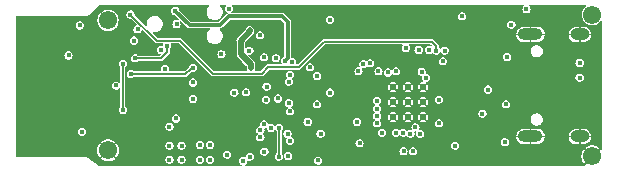
<source format=gbr>
G04 #@! TF.GenerationSoftware,KiCad,Pcbnew,7.0.7*
G04 #@! TF.CreationDate,2024-03-21T15:18:08+09:00*
G04 #@! TF.ProjectId,rs-probe,72732d70-726f-4626-952e-6b696361645f,rev?*
G04 #@! TF.SameCoordinates,Original*
G04 #@! TF.FileFunction,Copper,L2,Inr*
G04 #@! TF.FilePolarity,Positive*
%FSLAX46Y46*%
G04 Gerber Fmt 4.6, Leading zero omitted, Abs format (unit mm)*
G04 Created by KiCad (PCBNEW 7.0.7) date 2024-03-21 15:18:08*
%MOMM*%
%LPD*%
G01*
G04 APERTURE LIST*
G04 #@! TA.AperFunction,ComponentPad*
%ADD10O,2.100000X1.000000*%
G04 #@! TD*
G04 #@! TA.AperFunction,ComponentPad*
%ADD11O,1.600000X1.000000*%
G04 #@! TD*
G04 #@! TA.AperFunction,ComponentPad*
%ADD12C,0.600000*%
G04 #@! TD*
G04 #@! TA.AperFunction,ComponentPad*
%ADD13C,1.552000*%
G04 #@! TD*
G04 #@! TA.AperFunction,ViaPad*
%ADD14C,0.450000*%
G04 #@! TD*
G04 #@! TA.AperFunction,Conductor*
%ADD15C,0.200000*%
G04 #@! TD*
G04 #@! TA.AperFunction,Conductor*
%ADD16C,0.500000*%
G04 #@! TD*
G04 #@! TA.AperFunction,Conductor*
%ADD17C,0.300000*%
G04 #@! TD*
G04 APERTURE END LIST*
D10*
X173770000Y-97320000D03*
D11*
X177950000Y-97320000D03*
D10*
X173770000Y-88680000D03*
D11*
X177950000Y-88680000D03*
D12*
X164675000Y-93125000D03*
X163400000Y-93125000D03*
X162125000Y-93125000D03*
X164675000Y-94400000D03*
X163400000Y-94400000D03*
X162125000Y-94400000D03*
X164675000Y-95675000D03*
X163400000Y-95675000D03*
X162125000Y-95675000D03*
D13*
X179000000Y-99000000D03*
X138000000Y-98500000D03*
X138000000Y-87500000D03*
X179000000Y-87000000D03*
D14*
X150100000Y-91550000D03*
X150020000Y-88340000D03*
X150930000Y-89540000D03*
X148870000Y-86620000D03*
X149700000Y-94400000D03*
X155100000Y-92100000D03*
X175025000Y-99250000D03*
X154250000Y-87375000D03*
X145750000Y-86500000D03*
X153750000Y-88650000D03*
X172300000Y-89200000D03*
X174400000Y-86450000D03*
X158500000Y-97900000D03*
X141800000Y-99500000D03*
X154670000Y-98440000D03*
X153200000Y-96200000D03*
X156400000Y-92200000D03*
X165950000Y-93250000D03*
X135800000Y-94900000D03*
X137600000Y-93875000D03*
X170400000Y-95250000D03*
X158975000Y-87400000D03*
X155100000Y-94600000D03*
X153100000Y-93500000D03*
X160200000Y-88540000D03*
X141800000Y-98700000D03*
X141200000Y-86450000D03*
X171900000Y-89900000D03*
X171700000Y-96100000D03*
X174175000Y-93000000D03*
X176975000Y-93650000D03*
X160614812Y-99014812D03*
X158300000Y-96000000D03*
X172200000Y-96900000D03*
X150900000Y-92500000D03*
X168550000Y-91100000D03*
X139825000Y-93550000D03*
X158180000Y-88860000D03*
X140200000Y-96975000D03*
X141300000Y-94000000D03*
X157212878Y-94583254D03*
X166700000Y-97700000D03*
X149400000Y-96700000D03*
X155150000Y-97050000D03*
X155770000Y-90580000D03*
X149950000Y-87750000D03*
X168700000Y-97100000D03*
X157300000Y-91800000D03*
X157100000Y-97400000D03*
X146300000Y-89500000D03*
X144400000Y-94700000D03*
X169650000Y-91225000D03*
X165100000Y-96900000D03*
X148400000Y-99450000D03*
X171400000Y-96700000D03*
X142900000Y-86450000D03*
X166950000Y-90500000D03*
X148130000Y-93470000D03*
X176300000Y-98775000D03*
X135700000Y-89700000D03*
X179450000Y-88700000D03*
X169700000Y-94000000D03*
X157000000Y-96500000D03*
X143200000Y-94100000D03*
X143100000Y-92800000D03*
X141800000Y-92700000D03*
X156400000Y-94600000D03*
X177200000Y-86450000D03*
X172100000Y-98500000D03*
X151600000Y-87711694D03*
X152500000Y-96600000D03*
X162400000Y-91800000D03*
X160800000Y-96200000D03*
X152450000Y-99050011D03*
X153600000Y-91000000D03*
X160800000Y-94300000D03*
X156000000Y-97100000D03*
X171600000Y-97800000D03*
X167400000Y-98100000D03*
X170175000Y-93350000D03*
X169700000Y-95400000D03*
X155700000Y-92200000D03*
X166350000Y-90962500D03*
X155700000Y-94600000D03*
X143700000Y-86700000D03*
X152400000Y-94100000D03*
X153000000Y-90900000D03*
X162400000Y-97000000D03*
X171700000Y-94600000D03*
X171800000Y-90600000D03*
X143200000Y-96500000D03*
X143200000Y-98100000D03*
X142500000Y-90000000D03*
X143200000Y-99300000D03*
X148100000Y-98850000D03*
X145800000Y-99300000D03*
X149700000Y-93575000D03*
X145800000Y-98050000D03*
X135800000Y-96925500D03*
X160800000Y-95600000D03*
X159100000Y-96100000D03*
X140200000Y-89200000D03*
X145200000Y-94150000D03*
X135600000Y-87920000D03*
X139925500Y-92040000D03*
X149450000Y-99400000D03*
X150000000Y-99050000D03*
X145200000Y-91500000D03*
X146650000Y-99300000D03*
X146650000Y-98050000D03*
X134660000Y-90460000D03*
X140500000Y-88250000D03*
X145200000Y-92750000D03*
X143000000Y-89650000D03*
X140300000Y-90700000D03*
X143750000Y-95800000D03*
X138700000Y-93000000D03*
X173430000Y-86530000D03*
X147600000Y-90350000D03*
X142800000Y-91600000D03*
X144225000Y-98100000D03*
X144225000Y-99300000D03*
X150880000Y-88750000D03*
X163200000Y-89825000D03*
X148700000Y-93600000D03*
X164400000Y-97100000D03*
X165200000Y-90000000D03*
X139900000Y-87000000D03*
X165800000Y-90050000D03*
X148250000Y-86500000D03*
X156800000Y-87450000D03*
X164300000Y-90000000D03*
X143800000Y-87800000D03*
X149970000Y-90050000D03*
X155800000Y-99350000D03*
X153400000Y-95200000D03*
X151800000Y-96600000D03*
X153260000Y-98980000D03*
X153414812Y-97685188D03*
X151400000Y-94200000D03*
X154900000Y-96100000D03*
X153300000Y-92700000D03*
X152200000Y-90690000D03*
X166000000Y-96200000D03*
X160800000Y-95000000D03*
X166000000Y-94200000D03*
X164025000Y-96550000D03*
X159300000Y-97900000D03*
X163820000Y-98580000D03*
X151240000Y-98610000D03*
X163600000Y-97100000D03*
X153200000Y-97100000D03*
X160900000Y-91800000D03*
X150900000Y-97400000D03*
X150900000Y-96800000D03*
X161700000Y-91900000D03*
X156800000Y-93600000D03*
X160190000Y-91120000D03*
X159600000Y-91200000D03*
X155100000Y-91474500D03*
X163020000Y-98580000D03*
X151200000Y-96300000D03*
X153300000Y-94500000D03*
X163000000Y-97000000D03*
X151430000Y-93100000D03*
X161200000Y-97000000D03*
X159200000Y-91800000D03*
X153400000Y-92100000D03*
X151200000Y-90610000D03*
X167980000Y-87140000D03*
X172150000Y-87850000D03*
X166500000Y-90050000D03*
X139250000Y-91175000D03*
X139250000Y-95075000D03*
X164550000Y-91850000D03*
X177930000Y-91095000D03*
X177930000Y-92350000D03*
X164925000Y-92350000D03*
D15*
X144560000Y-92040000D02*
X145000000Y-91600000D01*
X139925500Y-92040000D02*
X144560000Y-92040000D01*
D16*
X150020000Y-88340000D02*
X150020000Y-88430000D01*
X149250000Y-89200000D02*
X149250000Y-90350000D01*
X150100000Y-91200000D02*
X150100000Y-91550000D01*
X149250000Y-90350000D02*
X150100000Y-91200000D01*
X150020000Y-88430000D02*
X149250000Y-89200000D01*
D17*
X153200000Y-87600000D02*
X152750000Y-87150000D01*
X148240000Y-87150000D02*
X147490000Y-87900000D01*
X147490000Y-87900000D02*
X144900000Y-87900000D01*
X153000000Y-90900000D02*
X153200000Y-90700000D01*
X152750000Y-87150000D02*
X148240000Y-87150000D01*
X153200000Y-90700000D02*
X153200000Y-87600000D01*
D15*
X152500000Y-99000011D02*
X152450000Y-99050011D01*
D17*
X144900000Y-87900000D02*
X143700000Y-86700000D01*
D15*
X152500000Y-96600000D02*
X152500000Y-99000011D01*
X140300000Y-90700000D02*
X142500000Y-90700000D01*
X143000000Y-90200000D02*
X143000000Y-89650000D01*
X142500000Y-90700000D02*
X143000000Y-90200000D01*
X165800000Y-89700000D02*
X165400000Y-89300000D01*
X165400000Y-89300000D02*
X156300000Y-89300000D01*
X151560000Y-91440000D02*
X151000000Y-92000000D01*
X154160000Y-91440000D02*
X151560000Y-91440000D01*
X151000000Y-92000000D02*
X146861127Y-92000000D01*
X146861127Y-92000000D02*
X144071127Y-89210000D01*
X156300000Y-89300000D02*
X154160000Y-91440000D01*
X142110000Y-89210000D02*
X139900000Y-87000000D01*
X144071127Y-89210000D02*
X142110000Y-89210000D01*
X165800000Y-90050000D02*
X165800000Y-89700000D01*
X139250000Y-91175000D02*
X139250000Y-95075000D01*
G04 #@! TA.AperFunction,Conductor*
G36*
X146566490Y-86214852D02*
G01*
X146580842Y-86249500D01*
X146568519Y-86281993D01*
X146471450Y-86391561D01*
X146394056Y-86539024D01*
X146355323Y-86696172D01*
X146354200Y-86700729D01*
X146354200Y-86867271D01*
X146356228Y-86875500D01*
X146394056Y-87028975D01*
X146471450Y-87176438D01*
X146565770Y-87282904D01*
X146581890Y-87301099D01*
X146675201Y-87365507D01*
X146718950Y-87395705D01*
X146718949Y-87395705D01*
X146718952Y-87395706D01*
X146874672Y-87454763D01*
X146998516Y-87469800D01*
X146998520Y-87469800D01*
X147081480Y-87469800D01*
X147081484Y-87469800D01*
X147205328Y-87454763D01*
X147361048Y-87395706D01*
X147498110Y-87301099D01*
X147608548Y-87176440D01*
X147685944Y-87028974D01*
X147725800Y-86867271D01*
X147725800Y-86700729D01*
X147685944Y-86539026D01*
X147659554Y-86488744D01*
X147608549Y-86391561D01*
X147511481Y-86281993D01*
X147499247Y-86246541D01*
X147515665Y-86212823D01*
X147548158Y-86200500D01*
X147939097Y-86200500D01*
X147973745Y-86214852D01*
X147988097Y-86249500D01*
X147981532Y-86274000D01*
X147920328Y-86380006D01*
X147899170Y-86499999D01*
X147920328Y-86619993D01*
X147981247Y-86725507D01*
X147981248Y-86725508D01*
X147981249Y-86725509D01*
X148016999Y-86755507D01*
X148074585Y-86803828D01*
X148111006Y-86817084D01*
X148138657Y-86842420D01*
X148140293Y-86879887D01*
X148121471Y-86903871D01*
X148067565Y-86939890D01*
X148067562Y-86939892D01*
X148044980Y-86954981D01*
X148044979Y-86954982D01*
X148032571Y-86973551D01*
X148026479Y-86980974D01*
X147392307Y-87615148D01*
X147357659Y-87629500D01*
X145032341Y-87629500D01*
X144997693Y-87615148D01*
X144054965Y-86672420D01*
X144041357Y-86646281D01*
X144040723Y-86642683D01*
X144029672Y-86580009D01*
X144029671Y-86580007D01*
X144029671Y-86580006D01*
X143968752Y-86474492D01*
X143875415Y-86396172D01*
X143862746Y-86391561D01*
X143760921Y-86354500D01*
X143639079Y-86354500D01*
X143606980Y-86366183D01*
X143524584Y-86396172D01*
X143431247Y-86474492D01*
X143370328Y-86580006D01*
X143349170Y-86700000D01*
X143370328Y-86819993D01*
X143431247Y-86925507D01*
X143431248Y-86925508D01*
X143431249Y-86925509D01*
X143524585Y-87003828D01*
X143639079Y-87045500D01*
X143642659Y-87045500D01*
X143677307Y-87059852D01*
X144040830Y-87423375D01*
X144055182Y-87458023D01*
X144040830Y-87492671D01*
X144006182Y-87507023D01*
X143979673Y-87497375D01*
X143979130Y-87498316D01*
X143975417Y-87496173D01*
X143975415Y-87496172D01*
X143860921Y-87454500D01*
X143739079Y-87454500D01*
X143697042Y-87469800D01*
X143624584Y-87496172D01*
X143531247Y-87574492D01*
X143470328Y-87680006D01*
X143449170Y-87800000D01*
X143470328Y-87919993D01*
X143531247Y-88025507D01*
X143531248Y-88025508D01*
X143531249Y-88025509D01*
X143624585Y-88103828D01*
X143739079Y-88145500D01*
X143739080Y-88145500D01*
X143860920Y-88145500D01*
X143860921Y-88145500D01*
X143975415Y-88103828D01*
X144068751Y-88025509D01*
X144129672Y-87919991D01*
X144150830Y-87800000D01*
X144129672Y-87680009D01*
X144129671Y-87680007D01*
X144129671Y-87680006D01*
X144086559Y-87605335D01*
X144081664Y-87568153D01*
X144104494Y-87538400D01*
X144141676Y-87533505D01*
X144163642Y-87546187D01*
X144686478Y-88069023D01*
X144692572Y-88076448D01*
X144704978Y-88095016D01*
X144704981Y-88095019D01*
X144726775Y-88109581D01*
X144726787Y-88109590D01*
X144780530Y-88145500D01*
X144794454Y-88154804D01*
X144794456Y-88154805D01*
X144873360Y-88170500D01*
X144873364Y-88170500D01*
X144900000Y-88175798D01*
X144918481Y-88172122D01*
X144921906Y-88171441D01*
X144931464Y-88170500D01*
X146610665Y-88170500D01*
X146645313Y-88184852D01*
X146659665Y-88219500D01*
X146645313Y-88254148D01*
X146638500Y-88259826D01*
X146581887Y-88298903D01*
X146581886Y-88298904D01*
X146471450Y-88423561D01*
X146394056Y-88571024D01*
X146358231Y-88716374D01*
X146354200Y-88732729D01*
X146354200Y-88899271D01*
X146369101Y-88959726D01*
X146394056Y-89060975D01*
X146471450Y-89208438D01*
X146579144Y-89330000D01*
X146581890Y-89333099D01*
X146667762Y-89392372D01*
X146718950Y-89427705D01*
X146718949Y-89427705D01*
X146764162Y-89444852D01*
X146874672Y-89486763D01*
X146998516Y-89501800D01*
X146998520Y-89501800D01*
X147081480Y-89501800D01*
X147081484Y-89501800D01*
X147205328Y-89486763D01*
X147361048Y-89427706D01*
X147498110Y-89333099D01*
X147608548Y-89208440D01*
X147685944Y-89060974D01*
X147725800Y-88899271D01*
X147725800Y-88732729D01*
X147685944Y-88571026D01*
X147659705Y-88521031D01*
X147608549Y-88423561D01*
X147498114Y-88298905D01*
X147498112Y-88298904D01*
X147498110Y-88298901D01*
X147445871Y-88262843D01*
X147425509Y-88231349D01*
X147433381Y-88194681D01*
X147464875Y-88174319D01*
X147483263Y-88174458D01*
X147490000Y-88175799D01*
X147516640Y-88170500D01*
X147595544Y-88154805D01*
X147632368Y-88130200D01*
X147662435Y-88110110D01*
X147662436Y-88110108D01*
X147666452Y-88107425D01*
X147666455Y-88107421D01*
X147685019Y-88095019D01*
X147697431Y-88076440D01*
X147703516Y-88069027D01*
X148337692Y-87434852D01*
X148372341Y-87420500D01*
X152617659Y-87420500D01*
X152652307Y-87434852D01*
X152915148Y-87697692D01*
X152929500Y-87732340D01*
X152929500Y-90523675D01*
X152915148Y-90558323D01*
X152897259Y-90569720D01*
X152824584Y-90596172D01*
X152731247Y-90674492D01*
X152670328Y-90780006D01*
X152649170Y-90899999D01*
X152670328Y-91019993D01*
X152731247Y-91125507D01*
X152731248Y-91125508D01*
X152731249Y-91125509D01*
X152740134Y-91132964D01*
X152757451Y-91166229D01*
X152746173Y-91201997D01*
X152712908Y-91219314D01*
X152708637Y-91219500D01*
X151566423Y-91219500D01*
X151565140Y-91219466D01*
X151524736Y-91217349D01*
X151524732Y-91217350D01*
X151500777Y-91226544D01*
X151493410Y-91228727D01*
X151471176Y-91233454D01*
X151468311Y-91234063D01*
X151460149Y-91239993D01*
X151459097Y-91240757D01*
X151447862Y-91246857D01*
X151437227Y-91250940D01*
X151437226Y-91250940D01*
X151437225Y-91250941D01*
X151437223Y-91250942D01*
X151437224Y-91250942D01*
X151419079Y-91269086D01*
X151413236Y-91274076D01*
X151392475Y-91289161D01*
X151392473Y-91289163D01*
X151386781Y-91299023D01*
X151378995Y-91309169D01*
X150923018Y-91765148D01*
X150888370Y-91779500D01*
X150481567Y-91779500D01*
X150446919Y-91765148D01*
X150432567Y-91730500D01*
X150435222Y-91714590D01*
X150470500Y-91611825D01*
X150470500Y-91243510D01*
X150471543Y-91233454D01*
X150472992Y-91226544D01*
X150475303Y-91215523D01*
X150470688Y-91178499D01*
X150470500Y-91175466D01*
X150470500Y-91169297D01*
X150466709Y-91146584D01*
X150460008Y-91092820D01*
X150459700Y-91092190D01*
X150455387Y-91078732D01*
X150455271Y-91078035D01*
X150455269Y-91078032D01*
X150455270Y-91078032D01*
X150429494Y-91030405D01*
X150405703Y-90981739D01*
X150405702Y-90981738D01*
X150405701Y-90981735D01*
X150405200Y-90981234D01*
X150396752Y-90969903D01*
X150396421Y-90969291D01*
X150396420Y-90969290D01*
X150396419Y-90969288D01*
X150356572Y-90932606D01*
X150033966Y-90610000D01*
X150849170Y-90610000D01*
X150870328Y-90729993D01*
X150931247Y-90835507D01*
X150931248Y-90835508D01*
X150931249Y-90835509D01*
X151024585Y-90913828D01*
X151139079Y-90955500D01*
X151139080Y-90955500D01*
X151260920Y-90955500D01*
X151260921Y-90955500D01*
X151375415Y-90913828D01*
X151468751Y-90835509D01*
X151510137Y-90763827D01*
X151529671Y-90729993D01*
X151529671Y-90729992D01*
X151529672Y-90729991D01*
X151536724Y-90690000D01*
X151849170Y-90690000D01*
X151870328Y-90809993D01*
X151931247Y-90915507D01*
X151931248Y-90915508D01*
X151931249Y-90915509D01*
X152024585Y-90993828D01*
X152139079Y-91035500D01*
X152139080Y-91035500D01*
X152260920Y-91035500D01*
X152260921Y-91035500D01*
X152375415Y-90993828D01*
X152468751Y-90915509D01*
X152510899Y-90842506D01*
X152529671Y-90809993D01*
X152529671Y-90809992D01*
X152529672Y-90809991D01*
X152550830Y-90690000D01*
X152529672Y-90570009D01*
X152529671Y-90570007D01*
X152529671Y-90570006D01*
X152468752Y-90464492D01*
X152375415Y-90386172D01*
X152343321Y-90374491D01*
X152260921Y-90344500D01*
X152139079Y-90344500D01*
X152096498Y-90359998D01*
X152024584Y-90386172D01*
X151931247Y-90464492D01*
X151870328Y-90570006D01*
X151849170Y-90690000D01*
X151536724Y-90690000D01*
X151550830Y-90610000D01*
X151529672Y-90490009D01*
X151529671Y-90490007D01*
X151529671Y-90490006D01*
X151468752Y-90384492D01*
X151464229Y-90380697D01*
X151375415Y-90306172D01*
X151260921Y-90264500D01*
X151139079Y-90264500D01*
X151108832Y-90275509D01*
X151024584Y-90306172D01*
X150931247Y-90384492D01*
X150870328Y-90490006D01*
X150849170Y-90610000D01*
X150033966Y-90610000D01*
X149903114Y-90479148D01*
X149888762Y-90444500D01*
X149903114Y-90409852D01*
X149937762Y-90395500D01*
X150030920Y-90395500D01*
X150030921Y-90395500D01*
X150145415Y-90353828D01*
X150238751Y-90275509D01*
X150284434Y-90196384D01*
X150299671Y-90169993D01*
X150299671Y-90169992D01*
X150299672Y-90169991D01*
X150320830Y-90050000D01*
X150299672Y-89930009D01*
X150299671Y-89930007D01*
X150299671Y-89930006D01*
X150238752Y-89824492D01*
X150231805Y-89818663D01*
X150145415Y-89746172D01*
X150030921Y-89704500D01*
X149909079Y-89704500D01*
X149903829Y-89706411D01*
X149794584Y-89746172D01*
X149700997Y-89824702D01*
X149665230Y-89835980D01*
X149631964Y-89818663D01*
X149620500Y-89787166D01*
X149620500Y-89373761D01*
X149634851Y-89339114D01*
X150223964Y-88750000D01*
X150529170Y-88750000D01*
X150550328Y-88869993D01*
X150611247Y-88975507D01*
X150611248Y-88975508D01*
X150611249Y-88975509D01*
X150704585Y-89053828D01*
X150819079Y-89095500D01*
X150819080Y-89095500D01*
X150940920Y-89095500D01*
X150940921Y-89095500D01*
X151055415Y-89053828D01*
X151148751Y-88975509D01*
X151209672Y-88869991D01*
X151230830Y-88750000D01*
X151209672Y-88630009D01*
X151209671Y-88630007D01*
X151209671Y-88630006D01*
X151148752Y-88524492D01*
X151144627Y-88521031D01*
X151055415Y-88446172D01*
X150940921Y-88404500D01*
X150819079Y-88404500D01*
X150775075Y-88420516D01*
X150704584Y-88446172D01*
X150611247Y-88524492D01*
X150550328Y-88630006D01*
X150529170Y-88750000D01*
X150223964Y-88750000D01*
X150251220Y-88722744D01*
X150259057Y-88716380D01*
X150274403Y-88706355D01*
X150297318Y-88676912D01*
X150299330Y-88674635D01*
X150303692Y-88670274D01*
X150317074Y-88651530D01*
X150350351Y-88608777D01*
X150350578Y-88608114D01*
X150357050Y-88595540D01*
X150357456Y-88594973D01*
X150372908Y-88543069D01*
X150390500Y-88491826D01*
X150390500Y-88491117D01*
X150392537Y-88477136D01*
X150392738Y-88476462D01*
X150392569Y-88472388D01*
X150390500Y-88422353D01*
X150390500Y-88309302D01*
X150390500Y-88309299D01*
X150375271Y-88218035D01*
X150366812Y-88202404D01*
X150316420Y-88109289D01*
X150316417Y-88109286D01*
X150225446Y-88025541D01*
X150112212Y-87975871D01*
X149988981Y-87965660D01*
X149869113Y-87996014D01*
X149765596Y-88063644D01*
X149765596Y-88063645D01*
X149689649Y-88161222D01*
X149689647Y-88161225D01*
X149654037Y-88264954D01*
X149642340Y-88283692D01*
X149018782Y-88907250D01*
X149010937Y-88913622D01*
X148995594Y-88923646D01*
X148972682Y-88953083D01*
X148970675Y-88955357D01*
X148966308Y-88959725D01*
X148966306Y-88959728D01*
X148952924Y-88978470D01*
X148919650Y-89021221D01*
X148919647Y-89021226D01*
X148919414Y-89021906D01*
X148912961Y-89034441D01*
X148912546Y-89035022D01*
X148912541Y-89035031D01*
X148897088Y-89086939D01*
X148879500Y-89138172D01*
X148879500Y-89138881D01*
X148877463Y-89152863D01*
X148877261Y-89153538D01*
X148879500Y-89207646D01*
X148879500Y-90306490D01*
X148878457Y-90316545D01*
X148874697Y-90334478D01*
X148877878Y-90359998D01*
X148879312Y-90371500D01*
X148879500Y-90374533D01*
X148879500Y-90380701D01*
X148880133Y-90384492D01*
X148883290Y-90403413D01*
X148889991Y-90457175D01*
X148889994Y-90457184D01*
X148890305Y-90457821D01*
X148894611Y-90471258D01*
X148894729Y-90471965D01*
X148920505Y-90519594D01*
X148944297Y-90568262D01*
X148944300Y-90568266D01*
X148944798Y-90568764D01*
X148953243Y-90580088D01*
X148953581Y-90580712D01*
X148993427Y-90617393D01*
X149355989Y-90979955D01*
X149715148Y-91339114D01*
X149729500Y-91373762D01*
X149729500Y-91580701D01*
X149743175Y-91662650D01*
X149744730Y-91671968D01*
X149763785Y-91707178D01*
X149767654Y-91744481D01*
X149744013Y-91773594D01*
X149720691Y-91779500D01*
X146972758Y-91779500D01*
X146938110Y-91765148D01*
X146265152Y-91092190D01*
X145522962Y-90350000D01*
X147249170Y-90350000D01*
X147270328Y-90469993D01*
X147331247Y-90575507D01*
X147331248Y-90575508D01*
X147331249Y-90575509D01*
X147424585Y-90653828D01*
X147539079Y-90695500D01*
X147539080Y-90695500D01*
X147660920Y-90695500D01*
X147660921Y-90695500D01*
X147775415Y-90653828D01*
X147868751Y-90575509D01*
X147904472Y-90513639D01*
X147929671Y-90469993D01*
X147929671Y-90469992D01*
X147929672Y-90469991D01*
X147950830Y-90350000D01*
X147929672Y-90230009D01*
X147929671Y-90230007D01*
X147929671Y-90230006D01*
X147868752Y-90124492D01*
X147863390Y-90119993D01*
X147775415Y-90046172D01*
X147660921Y-90004500D01*
X147539079Y-90004500D01*
X147481831Y-90025336D01*
X147424584Y-90046172D01*
X147331247Y-90124492D01*
X147270328Y-90230006D01*
X147249170Y-90350000D01*
X145522962Y-90350000D01*
X144231568Y-89058607D01*
X144230704Y-89057696D01*
X144203628Y-89027626D01*
X144180188Y-89017189D01*
X144173432Y-89013521D01*
X144151914Y-88999547D01*
X144146195Y-88998641D01*
X144140660Y-88997764D01*
X144128400Y-88994132D01*
X144117997Y-88989500D01*
X144117996Y-88989500D01*
X144092336Y-88989500D01*
X144084672Y-88988897D01*
X144059329Y-88984883D01*
X144059326Y-88984883D01*
X144048331Y-88987830D01*
X144035649Y-88989500D01*
X142221630Y-88989500D01*
X142186982Y-88975148D01*
X141767513Y-88555679D01*
X141753161Y-88521031D01*
X141767513Y-88486383D01*
X141802161Y-88472031D01*
X141808042Y-88472386D01*
X141918516Y-88485800D01*
X141918521Y-88485800D01*
X142001480Y-88485800D01*
X142001484Y-88485800D01*
X142125328Y-88470763D01*
X142281048Y-88411706D01*
X142418110Y-88317099D01*
X142528548Y-88192440D01*
X142605944Y-88044974D01*
X142645800Y-87883271D01*
X142645800Y-87716729D01*
X142605944Y-87555026D01*
X142577064Y-87499999D01*
X142528549Y-87407561D01*
X142418113Y-87282904D01*
X142418112Y-87282903D01*
X142418111Y-87282902D01*
X142418110Y-87282901D01*
X142353282Y-87238153D01*
X142281049Y-87188294D01*
X142281050Y-87188294D01*
X142125329Y-87129237D01*
X142100559Y-87126229D01*
X142001484Y-87114200D01*
X141918516Y-87114200D01*
X141835953Y-87124224D01*
X141794670Y-87129237D01*
X141638950Y-87188294D01*
X141501887Y-87282903D01*
X141501886Y-87282904D01*
X141391450Y-87407561D01*
X141314056Y-87555024D01*
X141274200Y-87716729D01*
X141274200Y-87883270D01*
X141290717Y-87950285D01*
X141285074Y-87987361D01*
X141254867Y-88009587D01*
X141217791Y-88003944D01*
X141208493Y-87996659D01*
X140263021Y-87051187D01*
X140248669Y-87016539D01*
X140249414Y-87008027D01*
X140250830Y-87000000D01*
X140229672Y-86880009D01*
X140229671Y-86880007D01*
X140229671Y-86880006D01*
X140168752Y-86774492D01*
X140126707Y-86739212D01*
X140075415Y-86696172D01*
X139960921Y-86654500D01*
X139839079Y-86654500D01*
X139789844Y-86672420D01*
X139724584Y-86696172D01*
X139631247Y-86774492D01*
X139570328Y-86880006D01*
X139549170Y-87000000D01*
X139570328Y-87119993D01*
X139631247Y-87225507D01*
X139631248Y-87225508D01*
X139631249Y-87225509D01*
X139724585Y-87303828D01*
X139839079Y-87345500D01*
X139913370Y-87345500D01*
X139948018Y-87359852D01*
X140423979Y-87835813D01*
X140438331Y-87870461D01*
X140423979Y-87905109D01*
X140406090Y-87916506D01*
X140324584Y-87946172D01*
X140231247Y-88024492D01*
X140170328Y-88130006D01*
X140149170Y-88249999D01*
X140149170Y-88250000D01*
X140154577Y-88280666D01*
X140170328Y-88369993D01*
X140231247Y-88475507D01*
X140231248Y-88475508D01*
X140231249Y-88475509D01*
X140324585Y-88553828D01*
X140439079Y-88595500D01*
X140439080Y-88595500D01*
X140560920Y-88595500D01*
X140560921Y-88595500D01*
X140675415Y-88553828D01*
X140768751Y-88475509D01*
X140829672Y-88369991D01*
X140832586Y-88353461D01*
X140852734Y-88321834D01*
X140889348Y-88313715D01*
X140915489Y-88327323D01*
X141949556Y-89361390D01*
X141950421Y-89362302D01*
X141977498Y-89392373D01*
X142000942Y-89402811D01*
X142007689Y-89406474D01*
X142029214Y-89420453D01*
X142040461Y-89422234D01*
X142052724Y-89425866D01*
X142063131Y-89430500D01*
X142088791Y-89430500D01*
X142096454Y-89431102D01*
X142121798Y-89435117D01*
X142132796Y-89432169D01*
X142145478Y-89430500D01*
X142642909Y-89430500D01*
X142677557Y-89444852D01*
X142691909Y-89479500D01*
X142685344Y-89504001D01*
X142670328Y-89530007D01*
X142662003Y-89577223D01*
X142656409Y-89608950D01*
X142653243Y-89626903D01*
X142633092Y-89658533D01*
X142596478Y-89666650D01*
X142588228Y-89664439D01*
X142560921Y-89654500D01*
X142439079Y-89654500D01*
X142381831Y-89675336D01*
X142324584Y-89696172D01*
X142231247Y-89774492D01*
X142170328Y-89880006D01*
X142149170Y-90000000D01*
X142170328Y-90119993D01*
X142231247Y-90225507D01*
X142231248Y-90225508D01*
X142231249Y-90225509D01*
X142324585Y-90303828D01*
X142439079Y-90345500D01*
X142439080Y-90345500D01*
X142442748Y-90346835D01*
X142470398Y-90372171D01*
X142472034Y-90409639D01*
X142460637Y-90427528D01*
X142423017Y-90465148D01*
X142388371Y-90479500D01*
X140592556Y-90479500D01*
X140561059Y-90468036D01*
X140475415Y-90396172D01*
X140432897Y-90380697D01*
X140360921Y-90354500D01*
X140239079Y-90354500D01*
X140184154Y-90374491D01*
X140124584Y-90396172D01*
X140031247Y-90474492D01*
X139970328Y-90580006D01*
X139949170Y-90700000D01*
X139970328Y-90819993D01*
X140031247Y-90925507D01*
X140031248Y-90925508D01*
X140031249Y-90925509D01*
X140124585Y-91003828D01*
X140239079Y-91045500D01*
X140239080Y-91045500D01*
X140360920Y-91045500D01*
X140360921Y-91045500D01*
X140475415Y-91003828D01*
X140529621Y-90958343D01*
X140561059Y-90931964D01*
X140592556Y-90920500D01*
X142493589Y-90920500D01*
X142494871Y-90920534D01*
X142509522Y-90921301D01*
X142535264Y-90922650D01*
X142559220Y-90913453D01*
X142566583Y-90911273D01*
X142591689Y-90905937D01*
X142600899Y-90899244D01*
X142612145Y-90893137D01*
X142622776Y-90889058D01*
X142640930Y-90870902D01*
X142646763Y-90865921D01*
X142667524Y-90850839D01*
X142673220Y-90840972D01*
X142681000Y-90830832D01*
X143151400Y-90360432D01*
X143152281Y-90359596D01*
X143182373Y-90332502D01*
X143192811Y-90309057D01*
X143196473Y-90302311D01*
X143210454Y-90280785D01*
X143212235Y-90269533D01*
X143215866Y-90257274D01*
X143220500Y-90246869D01*
X143220500Y-90221210D01*
X143221103Y-90213545D01*
X143225117Y-90188202D01*
X143224379Y-90185449D01*
X143222169Y-90177197D01*
X143220500Y-90164518D01*
X143220500Y-89938844D01*
X143234852Y-89904196D01*
X143237984Y-89901325D01*
X143268751Y-89875509D01*
X143329672Y-89769991D01*
X143350830Y-89650000D01*
X143329672Y-89530009D01*
X143314655Y-89504000D01*
X143309760Y-89466819D01*
X143332590Y-89437065D01*
X143357091Y-89430500D01*
X143959497Y-89430500D01*
X143994145Y-89444852D01*
X146700683Y-92151390D01*
X146701548Y-92152302D01*
X146728625Y-92182373D01*
X146752069Y-92192812D01*
X146758825Y-92196480D01*
X146779416Y-92209852D01*
X146780342Y-92210453D01*
X146791588Y-92212234D01*
X146803849Y-92215866D01*
X146812458Y-92219698D01*
X146814258Y-92220500D01*
X146839918Y-92220500D01*
X146847581Y-92221102D01*
X146872925Y-92225117D01*
X146883923Y-92222169D01*
X146896605Y-92220500D01*
X150993589Y-92220500D01*
X150994871Y-92220534D01*
X151009522Y-92221301D01*
X151035264Y-92222650D01*
X151059220Y-92213453D01*
X151066583Y-92211273D01*
X151091689Y-92205937D01*
X151100899Y-92199244D01*
X151112145Y-92193137D01*
X151122776Y-92189058D01*
X151140930Y-92170902D01*
X151146763Y-92165921D01*
X151167524Y-92150839D01*
X151173220Y-92140972D01*
X151181000Y-92130832D01*
X151636982Y-91674852D01*
X151671631Y-91660500D01*
X153319450Y-91660500D01*
X153354098Y-91674852D01*
X153368450Y-91709500D01*
X153354098Y-91744148D01*
X153336210Y-91755544D01*
X153309824Y-91765148D01*
X153224584Y-91796172D01*
X153131247Y-91874492D01*
X153070328Y-91980006D01*
X153052695Y-92080009D01*
X153049170Y-92100000D01*
X153056222Y-92139997D01*
X153070328Y-92219993D01*
X153131247Y-92325507D01*
X153131794Y-92326159D01*
X153131998Y-92326809D01*
X153133392Y-92329222D01*
X153132856Y-92329530D01*
X153143069Y-92361927D01*
X153125753Y-92395190D01*
X153031247Y-92474492D01*
X152970328Y-92580006D01*
X152949170Y-92700000D01*
X152970328Y-92819993D01*
X153031247Y-92925507D01*
X153031248Y-92925508D01*
X153031249Y-92925509D01*
X153124585Y-93003828D01*
X153239079Y-93045500D01*
X153239080Y-93045500D01*
X153360920Y-93045500D01*
X153360921Y-93045500D01*
X153475415Y-93003828D01*
X153568751Y-92925509D01*
X153600804Y-92869991D01*
X153629671Y-92819993D01*
X153629671Y-92819992D01*
X153629672Y-92819991D01*
X153650830Y-92700000D01*
X153629672Y-92580009D01*
X153629671Y-92580007D01*
X153629671Y-92580006D01*
X153568752Y-92474492D01*
X153568206Y-92473841D01*
X153568001Y-92473190D01*
X153566608Y-92470778D01*
X153567143Y-92470469D01*
X153556930Y-92438073D01*
X153574246Y-92404809D01*
X153612032Y-92373102D01*
X153668751Y-92325509D01*
X153724437Y-92229058D01*
X153729671Y-92219993D01*
X153729671Y-92219992D01*
X153729672Y-92219991D01*
X153733197Y-92200000D01*
X155349170Y-92200000D01*
X155355013Y-92233137D01*
X155370328Y-92319993D01*
X155431247Y-92425507D01*
X155431248Y-92425508D01*
X155431249Y-92425509D01*
X155524585Y-92503828D01*
X155639079Y-92545500D01*
X155639080Y-92545500D01*
X155760920Y-92545500D01*
X155760921Y-92545500D01*
X155875415Y-92503828D01*
X155968751Y-92425509D01*
X156024165Y-92329530D01*
X156029671Y-92319993D01*
X156029671Y-92319992D01*
X156029672Y-92319991D01*
X156050830Y-92200000D01*
X156029672Y-92080009D01*
X156029671Y-92080007D01*
X156029671Y-92080006D01*
X155968752Y-91974492D01*
X155963390Y-91969993D01*
X155875415Y-91896172D01*
X155760921Y-91854500D01*
X155639079Y-91854500D01*
X155584154Y-91874491D01*
X155524584Y-91896172D01*
X155431247Y-91974492D01*
X155370328Y-92080006D01*
X155349303Y-92199245D01*
X155349170Y-92200000D01*
X153733197Y-92200000D01*
X153750830Y-92100000D01*
X153729672Y-91980009D01*
X153729671Y-91980007D01*
X153729671Y-91980006D01*
X153668752Y-91874492D01*
X153620268Y-91833809D01*
X153575415Y-91796172D01*
X153463790Y-91755544D01*
X153436141Y-91730209D01*
X153434505Y-91692741D01*
X153459841Y-91665091D01*
X153480550Y-91660500D01*
X154153589Y-91660500D01*
X154154871Y-91660534D01*
X154169522Y-91661301D01*
X154195264Y-91662650D01*
X154219220Y-91653453D01*
X154226583Y-91651273D01*
X154251689Y-91645937D01*
X154260899Y-91639244D01*
X154272145Y-91633137D01*
X154282776Y-91629058D01*
X154300930Y-91610902D01*
X154306763Y-91605921D01*
X154327524Y-91590839D01*
X154333220Y-91580972D01*
X154341000Y-91570832D01*
X154437332Y-91474500D01*
X154749170Y-91474500D01*
X154770328Y-91594493D01*
X154831247Y-91700007D01*
X154831248Y-91700008D01*
X154831249Y-91700009D01*
X154924585Y-91778328D01*
X155039079Y-91820000D01*
X155039080Y-91820000D01*
X155160920Y-91820000D01*
X155160921Y-91820000D01*
X155215871Y-91800000D01*
X158849170Y-91800000D01*
X158870328Y-91919993D01*
X158931247Y-92025507D01*
X158931248Y-92025508D01*
X158931249Y-92025509D01*
X159024585Y-92103828D01*
X159139079Y-92145500D01*
X159139080Y-92145500D01*
X159260920Y-92145500D01*
X159260921Y-92145500D01*
X159375415Y-92103828D01*
X159468751Y-92025509D01*
X159529672Y-91919991D01*
X159550830Y-91800000D01*
X160549170Y-91800000D01*
X160552697Y-91820000D01*
X160570328Y-91919993D01*
X160631247Y-92025507D01*
X160631248Y-92025508D01*
X160631249Y-92025509D01*
X160724585Y-92103828D01*
X160839079Y-92145500D01*
X160839080Y-92145500D01*
X160960920Y-92145500D01*
X160960921Y-92145500D01*
X161075415Y-92103828D01*
X161168751Y-92025509D01*
X161229672Y-91919991D01*
X161233197Y-91899999D01*
X161349170Y-91899999D01*
X161370328Y-92019993D01*
X161431247Y-92125507D01*
X161431248Y-92125508D01*
X161431249Y-92125509D01*
X161524585Y-92203828D01*
X161639079Y-92245500D01*
X161639080Y-92245500D01*
X161760920Y-92245500D01*
X161760921Y-92245500D01*
X161875415Y-92203828D01*
X161968751Y-92125509D01*
X162029672Y-92019991D01*
X162029672Y-92019989D01*
X162031138Y-92015964D01*
X162032795Y-92016567D01*
X162049445Y-91990407D01*
X162086056Y-91982274D01*
X162117694Y-92002410D01*
X162120003Y-92006032D01*
X162128063Y-92019991D01*
X162131249Y-92025509D01*
X162224585Y-92103828D01*
X162339079Y-92145500D01*
X162339080Y-92145500D01*
X162460920Y-92145500D01*
X162460921Y-92145500D01*
X162575415Y-92103828D01*
X162668751Y-92025509D01*
X162729672Y-91919991D01*
X162742014Y-91850000D01*
X164199170Y-91850000D01*
X164203489Y-91874492D01*
X164220328Y-91969993D01*
X164281247Y-92075507D01*
X164281248Y-92075508D01*
X164281249Y-92075509D01*
X164374585Y-92153828D01*
X164489079Y-92195500D01*
X164489080Y-92195500D01*
X164543017Y-92195500D01*
X164577665Y-92209852D01*
X164592017Y-92244500D01*
X164591273Y-92253002D01*
X164575258Y-92343828D01*
X164574170Y-92350000D01*
X164595328Y-92469993D01*
X164656247Y-92575507D01*
X164656248Y-92575508D01*
X164656249Y-92575509D01*
X164661612Y-92580009D01*
X164671688Y-92588464D01*
X164689005Y-92621730D01*
X164677727Y-92657497D01*
X164644461Y-92674814D01*
X164640191Y-92675000D01*
X164610298Y-92675000D01*
X164486141Y-92711456D01*
X164486140Y-92711456D01*
X164413930Y-92757863D01*
X164587319Y-92931252D01*
X164601671Y-92965900D01*
X164587320Y-93000548D01*
X164568934Y-93018933D01*
X164550548Y-93037319D01*
X164515902Y-93051671D01*
X164481253Y-93037320D01*
X164481253Y-93037319D01*
X164306749Y-92862815D01*
X164306748Y-92862815D01*
X164292544Y-92879209D01*
X164292542Y-92879212D01*
X164238789Y-92996915D01*
X164220373Y-93124998D01*
X164220373Y-93125001D01*
X164238789Y-93253084D01*
X164292541Y-93370785D01*
X164292545Y-93370792D01*
X164306749Y-93387184D01*
X164481252Y-93212680D01*
X164515900Y-93198328D01*
X164550548Y-93212680D01*
X164587318Y-93249450D01*
X164601670Y-93284098D01*
X164587318Y-93318746D01*
X164413929Y-93492134D01*
X164413930Y-93492135D01*
X164486142Y-93538544D01*
X164610298Y-93574999D01*
X164610305Y-93575000D01*
X164739695Y-93575000D01*
X164739701Y-93574999D01*
X164863858Y-93538543D01*
X164936068Y-93492134D01*
X164762680Y-93318746D01*
X164748328Y-93284098D01*
X164762679Y-93249452D01*
X164799451Y-93212680D01*
X164834100Y-93198329D01*
X164868747Y-93212681D01*
X165043249Y-93387184D01*
X165043250Y-93387183D01*
X165057454Y-93370792D01*
X165057458Y-93370786D01*
X165066951Y-93350000D01*
X169824170Y-93350000D01*
X169828489Y-93374492D01*
X169845328Y-93469993D01*
X169906247Y-93575507D01*
X169906248Y-93575508D01*
X169906249Y-93575509D01*
X169999585Y-93653828D01*
X170114079Y-93695500D01*
X170114080Y-93695500D01*
X170235920Y-93695500D01*
X170235921Y-93695500D01*
X170350415Y-93653828D01*
X170443751Y-93575509D01*
X170504672Y-93469991D01*
X170525830Y-93350000D01*
X170504672Y-93230009D01*
X170504671Y-93230007D01*
X170504671Y-93230006D01*
X170443752Y-93124492D01*
X170438390Y-93119993D01*
X170350415Y-93046172D01*
X170235921Y-93004500D01*
X170114079Y-93004500D01*
X170056832Y-93025336D01*
X169999584Y-93046172D01*
X169906247Y-93124492D01*
X169845328Y-93230006D01*
X169824170Y-93349999D01*
X169824170Y-93350000D01*
X165066951Y-93350000D01*
X165111210Y-93253084D01*
X165129627Y-93125001D01*
X165129627Y-93124998D01*
X165111210Y-92996915D01*
X165057458Y-92879214D01*
X165057454Y-92879207D01*
X165043249Y-92862814D01*
X164868746Y-93037318D01*
X164834098Y-93051670D01*
X164799450Y-93037318D01*
X164762680Y-93000548D01*
X164748328Y-92965900D01*
X164762680Y-92931252D01*
X164936068Y-92757864D01*
X164935195Y-92749738D01*
X164945760Y-92713754D01*
X164978676Y-92695781D01*
X164983914Y-92695500D01*
X164985920Y-92695500D01*
X164985921Y-92695500D01*
X165100415Y-92653828D01*
X165193751Y-92575509D01*
X165254672Y-92469991D01*
X165275830Y-92350000D01*
X177579170Y-92350000D01*
X177600328Y-92469993D01*
X177661247Y-92575507D01*
X177661248Y-92575508D01*
X177661249Y-92575509D01*
X177754585Y-92653828D01*
X177869079Y-92695500D01*
X177869080Y-92695500D01*
X177990920Y-92695500D01*
X177990921Y-92695500D01*
X178105415Y-92653828D01*
X178198751Y-92575509D01*
X178259672Y-92469991D01*
X178280830Y-92350000D01*
X178259672Y-92230009D01*
X178259671Y-92230007D01*
X178259671Y-92230006D01*
X178198752Y-92124492D01*
X178105415Y-92046172D01*
X178048643Y-92025509D01*
X177990921Y-92004500D01*
X177869079Y-92004500D01*
X177826512Y-92019993D01*
X177754584Y-92046172D01*
X177661247Y-92124492D01*
X177600328Y-92230006D01*
X177579170Y-92350000D01*
X165275830Y-92350000D01*
X165254672Y-92230009D01*
X165254671Y-92230007D01*
X165254671Y-92230006D01*
X165193752Y-92124492D01*
X165100415Y-92046172D01*
X165043643Y-92025509D01*
X164985921Y-92004500D01*
X164931983Y-92004500D01*
X164897335Y-91990148D01*
X164882983Y-91955500D01*
X164883726Y-91946997D01*
X164900830Y-91850000D01*
X164879672Y-91730009D01*
X164879671Y-91730007D01*
X164879671Y-91730006D01*
X164818752Y-91624492D01*
X164813390Y-91619993D01*
X164725415Y-91546172D01*
X164610921Y-91504500D01*
X164489079Y-91504500D01*
X164431832Y-91525336D01*
X164374584Y-91546172D01*
X164281247Y-91624492D01*
X164220328Y-91730006D01*
X164205431Y-91814491D01*
X164199170Y-91850000D01*
X162742014Y-91850000D01*
X162750830Y-91800000D01*
X162729672Y-91680009D01*
X162729671Y-91680007D01*
X162729671Y-91680006D01*
X162668752Y-91574492D01*
X162664385Y-91570828D01*
X162575415Y-91496172D01*
X162460921Y-91454500D01*
X162339079Y-91454500D01*
X162284129Y-91474500D01*
X162224584Y-91496172D01*
X162131247Y-91574492D01*
X162070327Y-91680009D01*
X162068862Y-91684036D01*
X162067209Y-91683434D01*
X162050533Y-91709607D01*
X162013918Y-91717721D01*
X161982290Y-91697568D01*
X161979996Y-91693967D01*
X161968751Y-91674491D01*
X161875415Y-91596172D01*
X161860768Y-91590841D01*
X161760921Y-91554500D01*
X161639079Y-91554500D01*
X161594218Y-91570828D01*
X161524584Y-91596172D01*
X161431247Y-91674492D01*
X161370328Y-91780006D01*
X161349170Y-91899999D01*
X161233197Y-91899999D01*
X161250830Y-91800000D01*
X161229672Y-91680009D01*
X161229671Y-91680007D01*
X161229671Y-91680006D01*
X161168752Y-91574492D01*
X161164385Y-91570828D01*
X161075415Y-91496172D01*
X160960921Y-91454500D01*
X160839079Y-91454500D01*
X160784129Y-91474500D01*
X160724584Y-91496172D01*
X160631247Y-91574492D01*
X160570328Y-91680006D01*
X160549845Y-91796172D01*
X160549170Y-91800000D01*
X159550830Y-91800000D01*
X159529672Y-91680009D01*
X159529671Y-91680007D01*
X159529671Y-91680006D01*
X159494449Y-91619000D01*
X159489554Y-91581818D01*
X159512384Y-91552065D01*
X159536884Y-91545500D01*
X159660920Y-91545500D01*
X159660921Y-91545500D01*
X159775415Y-91503828D01*
X159868751Y-91425509D01*
X159887800Y-91392513D01*
X159917552Y-91369684D01*
X159954734Y-91374578D01*
X159961727Y-91379474D01*
X160014585Y-91423828D01*
X160129079Y-91465500D01*
X160129080Y-91465500D01*
X160250920Y-91465500D01*
X160250921Y-91465500D01*
X160365415Y-91423828D01*
X160458751Y-91345509D01*
X160511295Y-91254500D01*
X160519671Y-91239993D01*
X160519671Y-91239992D01*
X160519672Y-91239991D01*
X160540830Y-91120000D01*
X160519672Y-91000009D01*
X160519671Y-91000007D01*
X160519671Y-91000006D01*
X160498017Y-90962500D01*
X165999170Y-90962500D01*
X166020328Y-91082493D01*
X166081247Y-91188007D01*
X166081248Y-91188008D01*
X166081249Y-91188009D01*
X166174585Y-91266328D01*
X166289079Y-91308000D01*
X166289080Y-91308000D01*
X166410920Y-91308000D01*
X166410921Y-91308000D01*
X166525415Y-91266328D01*
X166618751Y-91188009D01*
X166652820Y-91129000D01*
X166672451Y-91094999D01*
X177579170Y-91094999D01*
X177600328Y-91214993D01*
X177661247Y-91320507D01*
X177661248Y-91320508D01*
X177661249Y-91320509D01*
X177754585Y-91398828D01*
X177869079Y-91440500D01*
X177869080Y-91440500D01*
X177990920Y-91440500D01*
X177990921Y-91440500D01*
X178105415Y-91398828D01*
X178198751Y-91320509D01*
X178238917Y-91250940D01*
X178259671Y-91214993D01*
X178259671Y-91214992D01*
X178259672Y-91214991D01*
X178280830Y-91095000D01*
X178259672Y-90975009D01*
X178259671Y-90975007D01*
X178259671Y-90975006D01*
X178198752Y-90869492D01*
X178180885Y-90854500D01*
X178105415Y-90791172D01*
X177990921Y-90749500D01*
X177869079Y-90749500D01*
X177829716Y-90763827D01*
X177754584Y-90791172D01*
X177661247Y-90869492D01*
X177600328Y-90975006D01*
X177579170Y-91094999D01*
X166672451Y-91094999D01*
X166679671Y-91082493D01*
X166679671Y-91082492D01*
X166679672Y-91082491D01*
X166700830Y-90962500D01*
X166679672Y-90842509D01*
X166679671Y-90842507D01*
X166679671Y-90842506D01*
X166618752Y-90736992D01*
X166525415Y-90658672D01*
X166512103Y-90653827D01*
X166410921Y-90617000D01*
X166289079Y-90617000D01*
X166263706Y-90626235D01*
X166174584Y-90658672D01*
X166081247Y-90736992D01*
X166020328Y-90842506D01*
X165999170Y-90962500D01*
X160498017Y-90962500D01*
X160458752Y-90894492D01*
X160458748Y-90894489D01*
X160365415Y-90816172D01*
X160250921Y-90774500D01*
X160129079Y-90774500D01*
X160083273Y-90791172D01*
X160014584Y-90816172D01*
X159921249Y-90894489D01*
X159921249Y-90894490D01*
X159902199Y-90927485D01*
X159872445Y-90950315D01*
X159835263Y-90945419D01*
X159828267Y-90940520D01*
X159775415Y-90896172D01*
X159731007Y-90880009D01*
X159660921Y-90854500D01*
X159539079Y-90854500D01*
X159493979Y-90870915D01*
X159424584Y-90896172D01*
X159331247Y-90974492D01*
X159270328Y-91080006D01*
X159249170Y-91200000D01*
X159270328Y-91319993D01*
X159305551Y-91381000D01*
X159310446Y-91418182D01*
X159287616Y-91447935D01*
X159263116Y-91454500D01*
X159260921Y-91454500D01*
X159139079Y-91454500D01*
X159084129Y-91474500D01*
X159024584Y-91496172D01*
X158931247Y-91574492D01*
X158870328Y-91680006D01*
X158849170Y-91800000D01*
X155215871Y-91800000D01*
X155275415Y-91778328D01*
X155368751Y-91700009D01*
X155412351Y-91624492D01*
X155429671Y-91594493D01*
X155429671Y-91594492D01*
X155429672Y-91594491D01*
X155450830Y-91474500D01*
X155429672Y-91354509D01*
X155429671Y-91354507D01*
X155429671Y-91354506D01*
X155368752Y-91248992D01*
X155344601Y-91228727D01*
X155275415Y-91170672D01*
X155160921Y-91129000D01*
X155039079Y-91129000D01*
X154992374Y-91145999D01*
X154924584Y-91170672D01*
X154831247Y-91248992D01*
X154770328Y-91354506D01*
X154749170Y-91474500D01*
X154437332Y-91474500D01*
X155311832Y-90600000D01*
X171449170Y-90600000D01*
X171451119Y-90611051D01*
X171470328Y-90719993D01*
X171531247Y-90825507D01*
X171531248Y-90825508D01*
X171531249Y-90825509D01*
X171624585Y-90903828D01*
X171739079Y-90945500D01*
X171739080Y-90945500D01*
X171860920Y-90945500D01*
X171860921Y-90945500D01*
X171975415Y-90903828D01*
X172068751Y-90825509D01*
X172112635Y-90749500D01*
X172129671Y-90719993D01*
X172129671Y-90719992D01*
X172129672Y-90719991D01*
X172150830Y-90600000D01*
X172129672Y-90480009D01*
X172129671Y-90480007D01*
X172129671Y-90480006D01*
X172068752Y-90374492D01*
X172065186Y-90371500D01*
X171975415Y-90296172D01*
X171860921Y-90254500D01*
X171739079Y-90254500D01*
X171715275Y-90263164D01*
X171624584Y-90296172D01*
X171531247Y-90374492D01*
X171470328Y-90480006D01*
X171452695Y-90580009D01*
X171449170Y-90600000D01*
X155311832Y-90600000D01*
X156376981Y-89534852D01*
X156411630Y-89520500D01*
X162892449Y-89520500D01*
X162927097Y-89534852D01*
X162941449Y-89569500D01*
X162932145Y-89595058D01*
X162933392Y-89595778D01*
X162870328Y-89705006D01*
X162849170Y-89825000D01*
X162870328Y-89944993D01*
X162931247Y-90050507D01*
X162931248Y-90050508D01*
X162931249Y-90050509D01*
X163024585Y-90128828D01*
X163139079Y-90170500D01*
X163139080Y-90170500D01*
X163260920Y-90170500D01*
X163260921Y-90170500D01*
X163375415Y-90128828D01*
X163468751Y-90050509D01*
X163497912Y-90000000D01*
X163949170Y-90000000D01*
X163970328Y-90119993D01*
X164031247Y-90225507D01*
X164031248Y-90225508D01*
X164031249Y-90225509D01*
X164124585Y-90303828D01*
X164239079Y-90345500D01*
X164239080Y-90345500D01*
X164360920Y-90345500D01*
X164360921Y-90345500D01*
X164475415Y-90303828D01*
X164568751Y-90225509D01*
X164629672Y-90119991D01*
X164650830Y-90000000D01*
X164629672Y-89880009D01*
X164629671Y-89880007D01*
X164629671Y-89880006D01*
X164568752Y-89774492D01*
X164563390Y-89769993D01*
X164475415Y-89696172D01*
X164360921Y-89654500D01*
X164239079Y-89654500D01*
X164181831Y-89675336D01*
X164124584Y-89696172D01*
X164031247Y-89774492D01*
X163970328Y-89880006D01*
X163949170Y-90000000D01*
X163497912Y-90000000D01*
X163529672Y-89944991D01*
X163550830Y-89825000D01*
X163529672Y-89705009D01*
X163529671Y-89705007D01*
X163529671Y-89705006D01*
X163466608Y-89595778D01*
X163468098Y-89594917D01*
X163458737Y-89565231D01*
X163476053Y-89531965D01*
X163507551Y-89520500D01*
X165288370Y-89520500D01*
X165323018Y-89534852D01*
X165390382Y-89602216D01*
X165404734Y-89636864D01*
X165390382Y-89671512D01*
X165355734Y-89685864D01*
X165338975Y-89682909D01*
X165328806Y-89679208D01*
X165260921Y-89654500D01*
X165139079Y-89654500D01*
X165081831Y-89675336D01*
X165024584Y-89696172D01*
X164931247Y-89774492D01*
X164870328Y-89880006D01*
X164858869Y-89944993D01*
X164849170Y-90000000D01*
X164856222Y-90039997D01*
X164870328Y-90119993D01*
X164931247Y-90225507D01*
X164931248Y-90225508D01*
X164931249Y-90225509D01*
X165024585Y-90303828D01*
X165139079Y-90345500D01*
X165139080Y-90345500D01*
X165260920Y-90345500D01*
X165260921Y-90345500D01*
X165375415Y-90303828D01*
X165446673Y-90244034D01*
X165482438Y-90232757D01*
X165515704Y-90250074D01*
X165520603Y-90257071D01*
X165531247Y-90275507D01*
X165531248Y-90275508D01*
X165531249Y-90275509D01*
X165624585Y-90353828D01*
X165739079Y-90395500D01*
X165739080Y-90395500D01*
X165860920Y-90395500D01*
X165860921Y-90395500D01*
X165975415Y-90353828D01*
X166068751Y-90275509D01*
X166100101Y-90221210D01*
X166107565Y-90208282D01*
X166137318Y-90185452D01*
X166174500Y-90190347D01*
X166192435Y-90208282D01*
X166231247Y-90275507D01*
X166231248Y-90275508D01*
X166231249Y-90275509D01*
X166324585Y-90353828D01*
X166439079Y-90395500D01*
X166439080Y-90395500D01*
X166560920Y-90395500D01*
X166560921Y-90395500D01*
X166675415Y-90353828D01*
X166768751Y-90275509D01*
X166814434Y-90196384D01*
X166829671Y-90169993D01*
X166829671Y-90169992D01*
X166829672Y-90169991D01*
X166833988Y-90145513D01*
X173780866Y-90145513D01*
X173809696Y-90284252D01*
X173809697Y-90284255D01*
X173874892Y-90410075D01*
X173949543Y-90490006D01*
X173971615Y-90513639D01*
X174092693Y-90587268D01*
X174229146Y-90625500D01*
X174229147Y-90625500D01*
X174335265Y-90625500D01*
X174347967Y-90623753D01*
X174440388Y-90611051D01*
X174570364Y-90554595D01*
X174680288Y-90465164D01*
X174762008Y-90349393D01*
X174809463Y-90215868D01*
X174819134Y-90074490D01*
X174790303Y-89935746D01*
X174756550Y-89870605D01*
X174725107Y-89809924D01*
X174628387Y-89706363D01*
X174628386Y-89706362D01*
X174628385Y-89706361D01*
X174507307Y-89632732D01*
X174507304Y-89632731D01*
X174422427Y-89608950D01*
X174370854Y-89594500D01*
X174264736Y-89594500D01*
X174264735Y-89594500D01*
X174159611Y-89608949D01*
X174159606Y-89608950D01*
X174029634Y-89665405D01*
X173919715Y-89754833D01*
X173919709Y-89754840D01*
X173837993Y-89870605D01*
X173837991Y-89870609D01*
X173816881Y-89930006D01*
X173790537Y-90004132D01*
X173782612Y-90119993D01*
X173780866Y-90145513D01*
X166833988Y-90145513D01*
X166850830Y-90050000D01*
X166829672Y-89930009D01*
X166829671Y-89930007D01*
X166829671Y-89930006D01*
X166768752Y-89824492D01*
X166761805Y-89818663D01*
X166675415Y-89746172D01*
X166560921Y-89704500D01*
X166439079Y-89704500D01*
X166433829Y-89706411D01*
X166324584Y-89746172D01*
X166231247Y-89824492D01*
X166192435Y-89891717D01*
X166162682Y-89914547D01*
X166125500Y-89909652D01*
X166107565Y-89891717D01*
X166068752Y-89824492D01*
X166061805Y-89818663D01*
X166038002Y-89798689D01*
X166020686Y-89765424D01*
X166020500Y-89761154D01*
X166020500Y-89706411D01*
X166020534Y-89705129D01*
X166021543Y-89685864D01*
X166022650Y-89664736D01*
X166017189Y-89650510D01*
X166013454Y-89640778D01*
X166011271Y-89633406D01*
X166009889Y-89626903D01*
X166005937Y-89608311D01*
X165999239Y-89599093D01*
X165993139Y-89587858D01*
X165989058Y-89577224D01*
X165970916Y-89559082D01*
X165965922Y-89553236D01*
X165950839Y-89532476D01*
X165950838Y-89532475D01*
X165940977Y-89526782D01*
X165930829Y-89518995D01*
X165750947Y-89339113D01*
X165560441Y-89148607D01*
X165559577Y-89147696D01*
X165532501Y-89117626D01*
X165509061Y-89107189D01*
X165502305Y-89103521D01*
X165480787Y-89089547D01*
X165475068Y-89088641D01*
X165469533Y-89087764D01*
X165457273Y-89084132D01*
X165446870Y-89079500D01*
X165446869Y-89079500D01*
X165421209Y-89079500D01*
X165413545Y-89078897D01*
X165388202Y-89074883D01*
X165388199Y-89074883D01*
X165377204Y-89077830D01*
X165364522Y-89079500D01*
X156306411Y-89079500D01*
X156305129Y-89079466D01*
X156264736Y-89077350D01*
X156264732Y-89077351D01*
X156240782Y-89086543D01*
X156233415Y-89088726D01*
X156208309Y-89094063D01*
X156199095Y-89100758D01*
X156187856Y-89106860D01*
X156177226Y-89110940D01*
X156177225Y-89110941D01*
X156159079Y-89129086D01*
X156153236Y-89134076D01*
X156132475Y-89149161D01*
X156132473Y-89149163D01*
X156126781Y-89159023D01*
X156118995Y-89169169D01*
X154083018Y-91205148D01*
X154048370Y-91219500D01*
X153957091Y-91219500D01*
X153922443Y-91205148D01*
X153908091Y-91170500D01*
X153914656Y-91145999D01*
X153922182Y-91132964D01*
X153929672Y-91119991D01*
X153950830Y-91000000D01*
X153929672Y-90880009D01*
X153929671Y-90880007D01*
X153929671Y-90880006D01*
X153868752Y-90774492D01*
X153815718Y-90729991D01*
X153775415Y-90696172D01*
X153660921Y-90654500D01*
X153539079Y-90654500D01*
X153536254Y-90655528D01*
X153498787Y-90653888D01*
X153473453Y-90626235D01*
X153470500Y-90609481D01*
X153470500Y-88605000D01*
X172572586Y-88605000D01*
X172867095Y-88605000D01*
X172901743Y-88619352D01*
X172915886Y-88649478D01*
X172920705Y-88701478D01*
X172909612Y-88737303D01*
X172876436Y-88754791D01*
X172871914Y-88755000D01*
X172573433Y-88755000D01*
X172576438Y-88802761D01*
X172627188Y-88958957D01*
X172715186Y-89097618D01*
X172834904Y-89210040D01*
X172834906Y-89210041D01*
X172978815Y-89289157D01*
X173137889Y-89330000D01*
X173695000Y-89330000D01*
X173695000Y-89029000D01*
X173709352Y-88994352D01*
X173744000Y-88980000D01*
X173796000Y-88980000D01*
X173830648Y-88994352D01*
X173845000Y-89029000D01*
X173845000Y-89330000D01*
X174360893Y-89330000D01*
X174360894Y-89329999D01*
X174482936Y-89314581D01*
X174635628Y-89254126D01*
X174768491Y-89157595D01*
X174873175Y-89031053D01*
X174943099Y-88882457D01*
X174943099Y-88882455D01*
X174967414Y-88755000D01*
X174672905Y-88755000D01*
X174638257Y-88740648D01*
X174624114Y-88710522D01*
X174619295Y-88658522D01*
X174630388Y-88622697D01*
X174663564Y-88605209D01*
X174668086Y-88605000D01*
X174966567Y-88605000D01*
X177002586Y-88605000D01*
X177297095Y-88605000D01*
X177331743Y-88619352D01*
X177345886Y-88649478D01*
X177350705Y-88701478D01*
X177339612Y-88737303D01*
X177306436Y-88754791D01*
X177301914Y-88755000D01*
X177003433Y-88755000D01*
X177006438Y-88802761D01*
X177057188Y-88958957D01*
X177145186Y-89097618D01*
X177264904Y-89210040D01*
X177264906Y-89210041D01*
X177408815Y-89289157D01*
X177567889Y-89330000D01*
X177875000Y-89330000D01*
X177875000Y-89029000D01*
X177889352Y-88994352D01*
X177924000Y-88980000D01*
X177976000Y-88980000D01*
X178010648Y-88994352D01*
X178025000Y-89029000D01*
X178025000Y-89330000D01*
X178290893Y-89330000D01*
X178290894Y-89329999D01*
X178412936Y-89314581D01*
X178565628Y-89254126D01*
X178698491Y-89157595D01*
X178803175Y-89031053D01*
X178873099Y-88882457D01*
X178873099Y-88882455D01*
X178897414Y-88755000D01*
X178602905Y-88755000D01*
X178568257Y-88740648D01*
X178554114Y-88710522D01*
X178549295Y-88658522D01*
X178560388Y-88622697D01*
X178593564Y-88605209D01*
X178598086Y-88605000D01*
X178896567Y-88605000D01*
X178896566Y-88604999D01*
X178893561Y-88557238D01*
X178842811Y-88401042D01*
X178754813Y-88262381D01*
X178635095Y-88149959D01*
X178635093Y-88149958D01*
X178491184Y-88070842D01*
X178332111Y-88030000D01*
X178025000Y-88030000D01*
X178025000Y-88331000D01*
X178010648Y-88365648D01*
X177976000Y-88380000D01*
X177924000Y-88380000D01*
X177889352Y-88365648D01*
X177875000Y-88331000D01*
X177875000Y-88030000D01*
X177609105Y-88030000D01*
X177487063Y-88045418D01*
X177334371Y-88105873D01*
X177201508Y-88202404D01*
X177096824Y-88328946D01*
X177026900Y-88477542D01*
X177026900Y-88477544D01*
X177002586Y-88605000D01*
X174966567Y-88605000D01*
X174966566Y-88604999D01*
X174963561Y-88557238D01*
X174912811Y-88401042D01*
X174824813Y-88262381D01*
X174705095Y-88149959D01*
X174705093Y-88149958D01*
X174561184Y-88070842D01*
X174402111Y-88030000D01*
X173845000Y-88030000D01*
X173845000Y-88331000D01*
X173830648Y-88365648D01*
X173796000Y-88380000D01*
X173744000Y-88380000D01*
X173709352Y-88365648D01*
X173695000Y-88331000D01*
X173695000Y-88030000D01*
X173179105Y-88030000D01*
X173057063Y-88045418D01*
X172904371Y-88105873D01*
X172771508Y-88202404D01*
X172666824Y-88328946D01*
X172596900Y-88477542D01*
X172596900Y-88477544D01*
X172572586Y-88605000D01*
X153470500Y-88605000D01*
X153470500Y-87850000D01*
X171799170Y-87850000D01*
X171820328Y-87969993D01*
X171881247Y-88075507D01*
X171881248Y-88075508D01*
X171881249Y-88075509D01*
X171974585Y-88153828D01*
X172089079Y-88195500D01*
X172089080Y-88195500D01*
X172210920Y-88195500D01*
X172210921Y-88195500D01*
X172325415Y-88153828D01*
X172418751Y-88075509D01*
X172464648Y-87996014D01*
X172479671Y-87969993D01*
X172479671Y-87969992D01*
X172479672Y-87969991D01*
X172500830Y-87850000D01*
X172479672Y-87730009D01*
X172479671Y-87730007D01*
X172479671Y-87730006D01*
X172418752Y-87624492D01*
X172407616Y-87615148D01*
X172325415Y-87546172D01*
X172210921Y-87504500D01*
X172089079Y-87504500D01*
X172031832Y-87525336D01*
X171974584Y-87546172D01*
X171881247Y-87624492D01*
X171820328Y-87730006D01*
X171799170Y-87850000D01*
X153470500Y-87850000D01*
X153470500Y-87631458D01*
X153471442Y-87621898D01*
X153475798Y-87600001D01*
X153475798Y-87600000D01*
X153470500Y-87573363D01*
X153470500Y-87573360D01*
X153454805Y-87494456D01*
X153431448Y-87459500D01*
X153425100Y-87450000D01*
X156449170Y-87450000D01*
X156470328Y-87569993D01*
X156531247Y-87675507D01*
X156531248Y-87675508D01*
X156531249Y-87675509D01*
X156624585Y-87753828D01*
X156739079Y-87795500D01*
X156739080Y-87795500D01*
X156860920Y-87795500D01*
X156860921Y-87795500D01*
X156975415Y-87753828D01*
X157068751Y-87675509D01*
X157129672Y-87569991D01*
X157150830Y-87450000D01*
X157129672Y-87330009D01*
X157129671Y-87330007D01*
X157129671Y-87330006D01*
X157068752Y-87224492D01*
X157025613Y-87188294D01*
X156975415Y-87146172D01*
X156958455Y-87139999D01*
X167629170Y-87139999D01*
X167650328Y-87259993D01*
X167711247Y-87365507D01*
X167711248Y-87365508D01*
X167711249Y-87365509D01*
X167804585Y-87443828D01*
X167919079Y-87485500D01*
X167919080Y-87485500D01*
X168040920Y-87485500D01*
X168040921Y-87485500D01*
X168155415Y-87443828D01*
X168248751Y-87365509D01*
X168309672Y-87259991D01*
X168330830Y-87140000D01*
X168309672Y-87020009D01*
X168309671Y-87020007D01*
X168309671Y-87020006D01*
X168248752Y-86914492D01*
X168242004Y-86908830D01*
X168155415Y-86836172D01*
X168040921Y-86794500D01*
X167919079Y-86794500D01*
X167869399Y-86812582D01*
X167804584Y-86836172D01*
X167711247Y-86914492D01*
X167650328Y-87020006D01*
X167629170Y-87139999D01*
X156958455Y-87139999D01*
X156860921Y-87104500D01*
X156739079Y-87104500D01*
X156696512Y-87119993D01*
X156624584Y-87146172D01*
X156531247Y-87224492D01*
X156470328Y-87330006D01*
X156449170Y-87450000D01*
X153425100Y-87450000D01*
X153410110Y-87427565D01*
X153410109Y-87427564D01*
X153409590Y-87426787D01*
X153409581Y-87426775D01*
X153395019Y-87404981D01*
X153395016Y-87404978D01*
X153376448Y-87392572D01*
X153369023Y-87386478D01*
X152963520Y-86980975D01*
X152957426Y-86973550D01*
X152945019Y-86954981D01*
X152945016Y-86954978D01*
X152923885Y-86940859D01*
X152923880Y-86940856D01*
X152922436Y-86939891D01*
X152922435Y-86939890D01*
X152875950Y-86908830D01*
X152855544Y-86895195D01*
X152776640Y-86879500D01*
X152756531Y-86875500D01*
X152750001Y-86874201D01*
X152749999Y-86874201D01*
X152728096Y-86878558D01*
X152718536Y-86879500D01*
X148469859Y-86879500D01*
X148435211Y-86865148D01*
X148420859Y-86830500D01*
X148435211Y-86795852D01*
X148438362Y-86792964D01*
X148438735Y-86792651D01*
X148518751Y-86725509D01*
X148562350Y-86649993D01*
X148579671Y-86619993D01*
X148579671Y-86619992D01*
X148579672Y-86619991D01*
X148600830Y-86500000D01*
X148579672Y-86380009D01*
X148579671Y-86380007D01*
X148579671Y-86380006D01*
X148518468Y-86274000D01*
X148513573Y-86236818D01*
X148536403Y-86207065D01*
X148560903Y-86200500D01*
X173150554Y-86200500D01*
X173185202Y-86214852D01*
X173199554Y-86249500D01*
X173185202Y-86284148D01*
X173182051Y-86287036D01*
X173161247Y-86304492D01*
X173100328Y-86410006D01*
X173079170Y-86530000D01*
X173100328Y-86649993D01*
X173161247Y-86755507D01*
X173161248Y-86755508D01*
X173161249Y-86755509D01*
X173254585Y-86833828D01*
X173369079Y-86875500D01*
X173369080Y-86875500D01*
X173490920Y-86875500D01*
X173490921Y-86875500D01*
X173605415Y-86833828D01*
X173698751Y-86755509D01*
X173759672Y-86649991D01*
X173780830Y-86530000D01*
X173759672Y-86410009D01*
X173759671Y-86410007D01*
X173759671Y-86410006D01*
X173698752Y-86304492D01*
X173677949Y-86287036D01*
X173660632Y-86253770D01*
X173671910Y-86218003D01*
X173705176Y-86200686D01*
X173709446Y-86200500D01*
X178424395Y-86200500D01*
X178459043Y-86214852D01*
X178473395Y-86249500D01*
X178459043Y-86284148D01*
X178453199Y-86289139D01*
X178432069Y-86304491D01*
X178396818Y-86330102D01*
X178396815Y-86330104D01*
X178270724Y-86470144D01*
X178270718Y-86470152D01*
X178176497Y-86633348D01*
X178176495Y-86633351D01*
X178124635Y-86792964D01*
X178118261Y-86812581D01*
X178115125Y-86842420D01*
X178106392Y-86925509D01*
X178098562Y-87000000D01*
X178118261Y-87187419D01*
X178176495Y-87366648D01*
X178230103Y-87459500D01*
X178249254Y-87492671D01*
X178270721Y-87529852D01*
X178270724Y-87529855D01*
X178396815Y-87669895D01*
X178396818Y-87669897D01*
X178396820Y-87669899D01*
X178549281Y-87780668D01*
X178721440Y-87857318D01*
X178905774Y-87896500D01*
X179094226Y-87896500D01*
X179278560Y-87857318D01*
X179450719Y-87780668D01*
X179603180Y-87669899D01*
X179637793Y-87631458D01*
X179686874Y-87576947D01*
X179714086Y-87546724D01*
X179747935Y-87530579D01*
X179783287Y-87543098D01*
X179799433Y-87576947D01*
X179799500Y-87579512D01*
X179799500Y-98376399D01*
X179785148Y-98411047D01*
X179750500Y-98425399D01*
X179715852Y-98411047D01*
X179714086Y-98409186D01*
X179705933Y-98400131D01*
X179705932Y-98400131D01*
X179496367Y-98609697D01*
X179461719Y-98624049D01*
X179427071Y-98609697D01*
X179422845Y-98604879D01*
X179410807Y-98589191D01*
X179395118Y-98577152D01*
X179376368Y-98544673D01*
X179386076Y-98508448D01*
X179390301Y-98503631D01*
X179601510Y-98292422D01*
X179465552Y-98193644D01*
X179287724Y-98114470D01*
X179097327Y-98074000D01*
X178902673Y-98074000D01*
X178712275Y-98114470D01*
X178534448Y-98193644D01*
X178398488Y-98292422D01*
X178609697Y-98503631D01*
X178624049Y-98538279D01*
X178609697Y-98572927D01*
X178604881Y-98577151D01*
X178589191Y-98589191D01*
X178577151Y-98604881D01*
X178544672Y-98623630D01*
X178508447Y-98613921D01*
X178503631Y-98609697D01*
X178294065Y-98400131D01*
X178246726Y-98452708D01*
X178246723Y-98452711D01*
X178149399Y-98621283D01*
X178149397Y-98621286D01*
X178089246Y-98806412D01*
X178068899Y-98999999D01*
X178089246Y-99193587D01*
X178149397Y-99378713D01*
X178149399Y-99378716D01*
X178246720Y-99547282D01*
X178246726Y-99547290D01*
X178294065Y-99599867D01*
X178503631Y-99390301D01*
X178538279Y-99375949D01*
X178572927Y-99390301D01*
X178577152Y-99395118D01*
X178586537Y-99407348D01*
X178589192Y-99410808D01*
X178601160Y-99419991D01*
X178604879Y-99422845D01*
X178623630Y-99455324D01*
X178613923Y-99491549D01*
X178609697Y-99496367D01*
X178398488Y-99707575D01*
X178398488Y-99707576D01*
X178403006Y-99710858D01*
X178422602Y-99742835D01*
X178413847Y-99779301D01*
X178381870Y-99798897D01*
X178374205Y-99799500D01*
X149640451Y-99799500D01*
X149605803Y-99785148D01*
X149591451Y-99750500D01*
X149605803Y-99715852D01*
X149623693Y-99704455D01*
X149625415Y-99703828D01*
X149635340Y-99695500D01*
X149718751Y-99625509D01*
X149763911Y-99547290D01*
X149779671Y-99519993D01*
X149779671Y-99519992D01*
X149779672Y-99519991D01*
X149799773Y-99405994D01*
X149819923Y-99374367D01*
X149856537Y-99366249D01*
X149864785Y-99368459D01*
X149939079Y-99395500D01*
X149939080Y-99395500D01*
X150060920Y-99395500D01*
X150060921Y-99395500D01*
X150175415Y-99353828D01*
X150268751Y-99275509D01*
X150327074Y-99174491D01*
X150329671Y-99169993D01*
X150329671Y-99169992D01*
X150329672Y-99169991D01*
X150350830Y-99050000D01*
X150329672Y-98930009D01*
X150329671Y-98930007D01*
X150329671Y-98930006D01*
X150268752Y-98824492D01*
X150247205Y-98806412D01*
X150175415Y-98746172D01*
X150060921Y-98704500D01*
X149939079Y-98704500D01*
X149898666Y-98719209D01*
X149824584Y-98746172D01*
X149731247Y-98824492D01*
X149670327Y-98930009D01*
X149650226Y-99044003D01*
X149630076Y-99075633D01*
X149593462Y-99083749D01*
X149585213Y-99081539D01*
X149510921Y-99054500D01*
X149389079Y-99054500D01*
X149334154Y-99074491D01*
X149274584Y-99096172D01*
X149181247Y-99174492D01*
X149120328Y-99280006D01*
X149099170Y-99400000D01*
X149120328Y-99519993D01*
X149181247Y-99625507D01*
X149274584Y-99703828D01*
X149276307Y-99704455D01*
X149277391Y-99705449D01*
X149278296Y-99705971D01*
X149278180Y-99706171D01*
X149303957Y-99729790D01*
X149305594Y-99767258D01*
X149280259Y-99794908D01*
X149259549Y-99799500D01*
X137278648Y-99799500D01*
X137250548Y-99790642D01*
X136320732Y-99139770D01*
X136319506Y-99138854D01*
X136289234Y-99114712D01*
X136289231Y-99114710D01*
X136264345Y-99109029D01*
X136256798Y-99106650D01*
X136240121Y-99099867D01*
X136233154Y-99097033D01*
X136199681Y-99099128D01*
X136194504Y-99099452D01*
X136192980Y-99099500D01*
X130249500Y-99099500D01*
X130214852Y-99085148D01*
X130200500Y-99050500D01*
X130200500Y-98500000D01*
X137068899Y-98500000D01*
X137089246Y-98693587D01*
X137149397Y-98878713D01*
X137149399Y-98878716D01*
X137246720Y-99047282D01*
X137246726Y-99047290D01*
X137294065Y-99099867D01*
X137503631Y-98890301D01*
X137538279Y-98875949D01*
X137572927Y-98890301D01*
X137577152Y-98895118D01*
X137589191Y-98910807D01*
X137589192Y-98910808D01*
X137593128Y-98913828D01*
X137604879Y-98922845D01*
X137623630Y-98955324D01*
X137613923Y-98991549D01*
X137609697Y-98996367D01*
X137398488Y-99207575D01*
X137398488Y-99207576D01*
X137534447Y-99306355D01*
X137712275Y-99385529D01*
X137902673Y-99426000D01*
X138097327Y-99426000D01*
X138287724Y-99385529D01*
X138465550Y-99306356D01*
X138474298Y-99300000D01*
X142849170Y-99300000D01*
X142870328Y-99419993D01*
X142931247Y-99525507D01*
X142931248Y-99525508D01*
X142931249Y-99525509D01*
X143024585Y-99603828D01*
X143139079Y-99645500D01*
X143139080Y-99645500D01*
X143260920Y-99645500D01*
X143260921Y-99645500D01*
X143375415Y-99603828D01*
X143468751Y-99525509D01*
X143529672Y-99419991D01*
X143550830Y-99300000D01*
X143874170Y-99300000D01*
X143895328Y-99419993D01*
X143956247Y-99525507D01*
X143956248Y-99525508D01*
X143956249Y-99525509D01*
X144049585Y-99603828D01*
X144164079Y-99645500D01*
X144164080Y-99645500D01*
X144285920Y-99645500D01*
X144285921Y-99645500D01*
X144400415Y-99603828D01*
X144493751Y-99525509D01*
X144554672Y-99419991D01*
X144575830Y-99300000D01*
X145449170Y-99300000D01*
X145470328Y-99419993D01*
X145531247Y-99525507D01*
X145531248Y-99525508D01*
X145531249Y-99525509D01*
X145624585Y-99603828D01*
X145739079Y-99645500D01*
X145739080Y-99645500D01*
X145860920Y-99645500D01*
X145860921Y-99645500D01*
X145975415Y-99603828D01*
X146068751Y-99525509D01*
X146129672Y-99419991D01*
X146150830Y-99300000D01*
X146299170Y-99300000D01*
X146303666Y-99325500D01*
X146320328Y-99419993D01*
X146381247Y-99525507D01*
X146381248Y-99525508D01*
X146381249Y-99525509D01*
X146474585Y-99603828D01*
X146589079Y-99645500D01*
X146589080Y-99645500D01*
X146710920Y-99645500D01*
X146710921Y-99645500D01*
X146825415Y-99603828D01*
X146918751Y-99525509D01*
X146979672Y-99419991D01*
X147000830Y-99300000D01*
X146979672Y-99180009D01*
X146979671Y-99180007D01*
X146979671Y-99180006D01*
X146918752Y-99074492D01*
X146902880Y-99061174D01*
X146825415Y-98996172D01*
X146710921Y-98954500D01*
X146589079Y-98954500D01*
X146546512Y-98969993D01*
X146474584Y-98996172D01*
X146381247Y-99074492D01*
X146320328Y-99180006D01*
X146300848Y-99290485D01*
X146299170Y-99300000D01*
X146150830Y-99300000D01*
X146129672Y-99180009D01*
X146129671Y-99180007D01*
X146129671Y-99180006D01*
X146068752Y-99074492D01*
X146052880Y-99061174D01*
X145975415Y-98996172D01*
X145860921Y-98954500D01*
X145739079Y-98954500D01*
X145696512Y-98969993D01*
X145624584Y-98996172D01*
X145531247Y-99074492D01*
X145470328Y-99180006D01*
X145449170Y-99300000D01*
X144575830Y-99300000D01*
X144554672Y-99180009D01*
X144554671Y-99180007D01*
X144554671Y-99180006D01*
X144493752Y-99074492D01*
X144477880Y-99061174D01*
X144400415Y-98996172D01*
X144285921Y-98954500D01*
X144164079Y-98954500D01*
X144121512Y-98969993D01*
X144049584Y-98996172D01*
X143956247Y-99074492D01*
X143895328Y-99180006D01*
X143874170Y-99300000D01*
X143550830Y-99300000D01*
X143529672Y-99180009D01*
X143529671Y-99180007D01*
X143529671Y-99180006D01*
X143468752Y-99074492D01*
X143452880Y-99061174D01*
X143375415Y-98996172D01*
X143260921Y-98954500D01*
X143139079Y-98954500D01*
X143096512Y-98969993D01*
X143024584Y-98996172D01*
X142931247Y-99074492D01*
X142870328Y-99180006D01*
X142849170Y-99300000D01*
X138474298Y-99300000D01*
X138601509Y-99207575D01*
X138390301Y-98996367D01*
X138375949Y-98961719D01*
X138390301Y-98927071D01*
X138395111Y-98922852D01*
X138410808Y-98910808D01*
X138422845Y-98895119D01*
X138455322Y-98876368D01*
X138491547Y-98886074D01*
X138496367Y-98890301D01*
X138705932Y-99099866D01*
X138753277Y-99047285D01*
X138753279Y-99047282D01*
X138850600Y-98878716D01*
X138850602Y-98878713D01*
X138859931Y-98850000D01*
X147749170Y-98850000D01*
X147755135Y-98883827D01*
X147770328Y-98969993D01*
X147831247Y-99075507D01*
X147831248Y-99075508D01*
X147831249Y-99075509D01*
X147924585Y-99153828D01*
X148039079Y-99195500D01*
X148039080Y-99195500D01*
X148160920Y-99195500D01*
X148160921Y-99195500D01*
X148275415Y-99153828D01*
X148368751Y-99075509D01*
X148414556Y-98996172D01*
X148429671Y-98969993D01*
X148429671Y-98969992D01*
X148429672Y-98969991D01*
X148450830Y-98850000D01*
X148429672Y-98730009D01*
X148429671Y-98730007D01*
X148429671Y-98730006D01*
X148368752Y-98624492D01*
X148351481Y-98610000D01*
X150889170Y-98610000D01*
X150910328Y-98729993D01*
X150971247Y-98835507D01*
X150971248Y-98835508D01*
X150971249Y-98835509D01*
X151064585Y-98913828D01*
X151179079Y-98955500D01*
X151179080Y-98955500D01*
X151300920Y-98955500D01*
X151300921Y-98955500D01*
X151415415Y-98913828D01*
X151508751Y-98835509D01*
X151560330Y-98746172D01*
X151569671Y-98729993D01*
X151569671Y-98729992D01*
X151569672Y-98729991D01*
X151590830Y-98610000D01*
X151569672Y-98490009D01*
X151569671Y-98490007D01*
X151569671Y-98490006D01*
X151508752Y-98384492D01*
X151415415Y-98306172D01*
X151300921Y-98264500D01*
X151179079Y-98264500D01*
X151121831Y-98285336D01*
X151064584Y-98306172D01*
X150971247Y-98384492D01*
X150910328Y-98490006D01*
X150889170Y-98610000D01*
X148351481Y-98610000D01*
X148345378Y-98604879D01*
X148275415Y-98546172D01*
X148160921Y-98504500D01*
X148039079Y-98504500D01*
X147981831Y-98525336D01*
X147924584Y-98546172D01*
X147831247Y-98624492D01*
X147770328Y-98730006D01*
X147749170Y-98849999D01*
X147749170Y-98850000D01*
X138859931Y-98850000D01*
X138910753Y-98693587D01*
X138931100Y-98500000D01*
X138910753Y-98306412D01*
X138850602Y-98121286D01*
X138850600Y-98121283D01*
X138838312Y-98100000D01*
X142849170Y-98100000D01*
X142852923Y-98121283D01*
X142870328Y-98219993D01*
X142931247Y-98325507D01*
X142931248Y-98325508D01*
X142931249Y-98325509D01*
X143024585Y-98403828D01*
X143139079Y-98445500D01*
X143139080Y-98445500D01*
X143260920Y-98445500D01*
X143260921Y-98445500D01*
X143375415Y-98403828D01*
X143468751Y-98325509D01*
X143529672Y-98219991D01*
X143550830Y-98100000D01*
X143874170Y-98100000D01*
X143877923Y-98121283D01*
X143895328Y-98219993D01*
X143956247Y-98325507D01*
X143956248Y-98325508D01*
X143956249Y-98325509D01*
X144049585Y-98403828D01*
X144164079Y-98445500D01*
X144164080Y-98445500D01*
X144285920Y-98445500D01*
X144285921Y-98445500D01*
X144400415Y-98403828D01*
X144493751Y-98325509D01*
X144554672Y-98219991D01*
X144575830Y-98100000D01*
X144567014Y-98050000D01*
X145449170Y-98050000D01*
X145470328Y-98169993D01*
X145531247Y-98275507D01*
X145531248Y-98275508D01*
X145531249Y-98275509D01*
X145624585Y-98353828D01*
X145739079Y-98395500D01*
X145739080Y-98395500D01*
X145860920Y-98395500D01*
X145860921Y-98395500D01*
X145975415Y-98353828D01*
X146068751Y-98275509D01*
X146129672Y-98169991D01*
X146150830Y-98050000D01*
X146299170Y-98050000D01*
X146320328Y-98169993D01*
X146381247Y-98275507D01*
X146381248Y-98275508D01*
X146381249Y-98275509D01*
X146474585Y-98353828D01*
X146589079Y-98395500D01*
X146589080Y-98395500D01*
X146710920Y-98395500D01*
X146710921Y-98395500D01*
X146825415Y-98353828D01*
X146918751Y-98275509D01*
X146979672Y-98169991D01*
X147000830Y-98050000D01*
X146979672Y-97930009D01*
X146979671Y-97930007D01*
X146979671Y-97930006D01*
X146918752Y-97824492D01*
X146825415Y-97746172D01*
X146801913Y-97737618D01*
X146710921Y-97704500D01*
X146589079Y-97704500D01*
X146531832Y-97725336D01*
X146474584Y-97746172D01*
X146381247Y-97824492D01*
X146320328Y-97930006D01*
X146299170Y-98050000D01*
X146150830Y-98050000D01*
X146129672Y-97930009D01*
X146129671Y-97930007D01*
X146129671Y-97930006D01*
X146068752Y-97824492D01*
X145975415Y-97746172D01*
X145951913Y-97737618D01*
X145860921Y-97704500D01*
X145739079Y-97704500D01*
X145681831Y-97725336D01*
X145624584Y-97746172D01*
X145531247Y-97824492D01*
X145470328Y-97930006D01*
X145449170Y-98050000D01*
X144567014Y-98050000D01*
X144554672Y-97980009D01*
X144554671Y-97980007D01*
X144554671Y-97980006D01*
X144493752Y-97874492D01*
X144400415Y-97796172D01*
X144356007Y-97780009D01*
X144285921Y-97754500D01*
X144164079Y-97754500D01*
X144106832Y-97775336D01*
X144049584Y-97796172D01*
X143956247Y-97874492D01*
X143895328Y-97980006D01*
X143878199Y-98077151D01*
X143874170Y-98100000D01*
X143550830Y-98100000D01*
X143529672Y-97980009D01*
X143529671Y-97980007D01*
X143529671Y-97980006D01*
X143468752Y-97874492D01*
X143375415Y-97796172D01*
X143331007Y-97780009D01*
X143260921Y-97754500D01*
X143139079Y-97754500D01*
X143081831Y-97775336D01*
X143024584Y-97796172D01*
X142931247Y-97874492D01*
X142870328Y-97980006D01*
X142853199Y-98077151D01*
X142849170Y-98100000D01*
X138838312Y-98100000D01*
X138753279Y-97952717D01*
X138753273Y-97952709D01*
X138705933Y-97900131D01*
X138705932Y-97900131D01*
X138496367Y-98109697D01*
X138461719Y-98124049D01*
X138427071Y-98109697D01*
X138422845Y-98104879D01*
X138410807Y-98089191D01*
X138395118Y-98077152D01*
X138376368Y-98044673D01*
X138386076Y-98008448D01*
X138390301Y-98003631D01*
X138601510Y-97792422D01*
X138465552Y-97693644D01*
X138287724Y-97614470D01*
X138097327Y-97574000D01*
X137902673Y-97574000D01*
X137712275Y-97614470D01*
X137534448Y-97693644D01*
X137398488Y-97792422D01*
X137609697Y-98003631D01*
X137624049Y-98038279D01*
X137609697Y-98072927D01*
X137604881Y-98077151D01*
X137589191Y-98089191D01*
X137577151Y-98104881D01*
X137544672Y-98123630D01*
X137508447Y-98113921D01*
X137503631Y-98109697D01*
X137294065Y-97900131D01*
X137246726Y-97952708D01*
X137246723Y-97952711D01*
X137149399Y-98121283D01*
X137149397Y-98121286D01*
X137089246Y-98306412D01*
X137068899Y-98500000D01*
X130200500Y-98500000D01*
X130200500Y-97400000D01*
X150549170Y-97400000D01*
X150570328Y-97519993D01*
X150631247Y-97625507D01*
X150631248Y-97625508D01*
X150631249Y-97625509D01*
X150724585Y-97703828D01*
X150839079Y-97745500D01*
X150839080Y-97745500D01*
X150960920Y-97745500D01*
X150960921Y-97745500D01*
X151075415Y-97703828D01*
X151168751Y-97625509D01*
X151228248Y-97522457D01*
X151229671Y-97519993D01*
X151229671Y-97519992D01*
X151229672Y-97519991D01*
X151250830Y-97400000D01*
X151229672Y-97280009D01*
X151229671Y-97280007D01*
X151229671Y-97280006D01*
X151168752Y-97174492D01*
X151168748Y-97174487D01*
X151124711Y-97137536D01*
X151107393Y-97104271D01*
X151118671Y-97068504D01*
X151124711Y-97062464D01*
X151168748Y-97025512D01*
X151168749Y-97025510D01*
X151168751Y-97025509D01*
X151222844Y-96931818D01*
X151229671Y-96919993D01*
X151229671Y-96919992D01*
X151229672Y-96919991D01*
X151250830Y-96800000D01*
X151250829Y-96799998D01*
X151250830Y-96799997D01*
X151234167Y-96705500D01*
X151232978Y-96698759D01*
X151241094Y-96662146D01*
X151264471Y-96644207D01*
X151375415Y-96603828D01*
X151375418Y-96603825D01*
X151379130Y-96601684D01*
X151379651Y-96602586D01*
X151410998Y-96592699D01*
X151444266Y-96610011D01*
X151454990Y-96633004D01*
X151470328Y-96719993D01*
X151531247Y-96825507D01*
X151531248Y-96825508D01*
X151531249Y-96825509D01*
X151624585Y-96903828D01*
X151739079Y-96945500D01*
X151739080Y-96945500D01*
X151860920Y-96945500D01*
X151860921Y-96945500D01*
X151975415Y-96903828D01*
X152068751Y-96825509D01*
X152089276Y-96789959D01*
X152107565Y-96758282D01*
X152137318Y-96735452D01*
X152174500Y-96740347D01*
X152192435Y-96758282D01*
X152216521Y-96800000D01*
X152231249Y-96825509D01*
X152261997Y-96851309D01*
X152279313Y-96884572D01*
X152279500Y-96888844D01*
X152279500Y-98719209D01*
X152265148Y-98753857D01*
X152261997Y-98756745D01*
X152181247Y-98824503D01*
X152120328Y-98930017D01*
X152099170Y-99050011D01*
X152120328Y-99170004D01*
X152181247Y-99275518D01*
X152181248Y-99275519D01*
X152181249Y-99275520D01*
X152274585Y-99353839D01*
X152389079Y-99395511D01*
X152389080Y-99395511D01*
X152510920Y-99395511D01*
X152510921Y-99395511D01*
X152625415Y-99353839D01*
X152629990Y-99350000D01*
X155449170Y-99350000D01*
X155470328Y-99469993D01*
X155531247Y-99575507D01*
X155531248Y-99575508D01*
X155531249Y-99575509D01*
X155624585Y-99653828D01*
X155739079Y-99695500D01*
X155739080Y-99695500D01*
X155860920Y-99695500D01*
X155860921Y-99695500D01*
X155975415Y-99653828D01*
X156068751Y-99575509D01*
X156114444Y-99496367D01*
X156129671Y-99469993D01*
X156129671Y-99469992D01*
X156129672Y-99469991D01*
X156150830Y-99350000D01*
X156129672Y-99230009D01*
X156129671Y-99230007D01*
X156129671Y-99230006D01*
X156068752Y-99124492D01*
X156057094Y-99114710D01*
X155975415Y-99046172D01*
X155860921Y-99004500D01*
X155739079Y-99004500D01*
X155681831Y-99025336D01*
X155624584Y-99046172D01*
X155531247Y-99124492D01*
X155470328Y-99230006D01*
X155449170Y-99350000D01*
X152629990Y-99350000D01*
X152718751Y-99275520D01*
X152766055Y-99193587D01*
X152779671Y-99170004D01*
X152779671Y-99170003D01*
X152779672Y-99170002D01*
X152800830Y-99050011D01*
X152788485Y-98980000D01*
X152909170Y-98980000D01*
X152930328Y-99099993D01*
X152991247Y-99205507D01*
X152991248Y-99205508D01*
X152991249Y-99205509D01*
X153084585Y-99283828D01*
X153199079Y-99325500D01*
X153199080Y-99325500D01*
X153320920Y-99325500D01*
X153320921Y-99325500D01*
X153435415Y-99283828D01*
X153528751Y-99205509D01*
X153584963Y-99108147D01*
X153589671Y-99099993D01*
X153589671Y-99099992D01*
X153589672Y-99099991D01*
X153610830Y-98980000D01*
X153589672Y-98860009D01*
X153589671Y-98860007D01*
X153589671Y-98860006D01*
X153528752Y-98754492D01*
X153435415Y-98676172D01*
X153320921Y-98634500D01*
X153199079Y-98634500D01*
X153155487Y-98650366D01*
X153084584Y-98676172D01*
X152991247Y-98754492D01*
X152930328Y-98860006D01*
X152909170Y-98980000D01*
X152788485Y-98980000D01*
X152779672Y-98930020D01*
X152779671Y-98930018D01*
X152779671Y-98930017D01*
X152727065Y-98838901D01*
X152720500Y-98814401D01*
X152720500Y-98580000D01*
X162669170Y-98580000D01*
X162690328Y-98699993D01*
X162751247Y-98805507D01*
X162751248Y-98805508D01*
X162751249Y-98805509D01*
X162844585Y-98883828D01*
X162959079Y-98925500D01*
X162959080Y-98925500D01*
X163080920Y-98925500D01*
X163080921Y-98925500D01*
X163195415Y-98883828D01*
X163288751Y-98805509D01*
X163332350Y-98729993D01*
X163349671Y-98699993D01*
X163349671Y-98699992D01*
X163349672Y-98699991D01*
X163370830Y-98580000D01*
X163469170Y-98580000D01*
X163474460Y-98610000D01*
X163490328Y-98699993D01*
X163551247Y-98805507D01*
X163551248Y-98805508D01*
X163551249Y-98805509D01*
X163644585Y-98883828D01*
X163759079Y-98925500D01*
X163759080Y-98925500D01*
X163880920Y-98925500D01*
X163880921Y-98925500D01*
X163995415Y-98883828D01*
X164088751Y-98805509D01*
X164132350Y-98729993D01*
X164149671Y-98699993D01*
X164149671Y-98699992D01*
X164149672Y-98699991D01*
X164170830Y-98580000D01*
X164149672Y-98460009D01*
X164149671Y-98460007D01*
X164149671Y-98460006D01*
X164088752Y-98354492D01*
X164087959Y-98353827D01*
X163995415Y-98276172D01*
X163880921Y-98234500D01*
X163759079Y-98234500D01*
X163701831Y-98255336D01*
X163644584Y-98276172D01*
X163551247Y-98354492D01*
X163490328Y-98460006D01*
X163475399Y-98544673D01*
X163469170Y-98580000D01*
X163370830Y-98580000D01*
X163349672Y-98460009D01*
X163349671Y-98460007D01*
X163349671Y-98460006D01*
X163288752Y-98354492D01*
X163287959Y-98353827D01*
X163195415Y-98276172D01*
X163080921Y-98234500D01*
X162959079Y-98234500D01*
X162901831Y-98255336D01*
X162844584Y-98276172D01*
X162751247Y-98354492D01*
X162690328Y-98460006D01*
X162669170Y-98580000D01*
X152720500Y-98580000D01*
X152720500Y-97100000D01*
X152849170Y-97100000D01*
X152870328Y-97219993D01*
X152931247Y-97325507D01*
X152931248Y-97325508D01*
X152931249Y-97325509D01*
X153024585Y-97403828D01*
X153096738Y-97430089D01*
X153124388Y-97455425D01*
X153126024Y-97492893D01*
X153122415Y-97500633D01*
X153085140Y-97565195D01*
X153063982Y-97685187D01*
X153085140Y-97805181D01*
X153146059Y-97910695D01*
X153146060Y-97910696D01*
X153146061Y-97910697D01*
X153239397Y-97989016D01*
X153353891Y-98030688D01*
X153353892Y-98030688D01*
X153475732Y-98030688D01*
X153475733Y-98030688D01*
X153590227Y-97989016D01*
X153683563Y-97910697D01*
X153689739Y-97900000D01*
X158949170Y-97900000D01*
X158970328Y-98019993D01*
X159031247Y-98125507D01*
X159031248Y-98125508D01*
X159031249Y-98125509D01*
X159124585Y-98203828D01*
X159239079Y-98245500D01*
X159239080Y-98245500D01*
X159360920Y-98245500D01*
X159360921Y-98245500D01*
X159475415Y-98203828D01*
X159568751Y-98125509D01*
X159583479Y-98100000D01*
X167049170Y-98100000D01*
X167070328Y-98219993D01*
X167131247Y-98325507D01*
X167131248Y-98325508D01*
X167131249Y-98325509D01*
X167224585Y-98403828D01*
X167339079Y-98445500D01*
X167339080Y-98445500D01*
X167460920Y-98445500D01*
X167460921Y-98445500D01*
X167575415Y-98403828D01*
X167668751Y-98325509D01*
X167729672Y-98219991D01*
X167750830Y-98100000D01*
X167729672Y-97980009D01*
X167729671Y-97980007D01*
X167729671Y-97980006D01*
X167668752Y-97874492D01*
X167579977Y-97800000D01*
X171249170Y-97800000D01*
X171253489Y-97824492D01*
X171270328Y-97919993D01*
X171331247Y-98025507D01*
X171331248Y-98025508D01*
X171331249Y-98025509D01*
X171424585Y-98103828D01*
X171539079Y-98145500D01*
X171539080Y-98145500D01*
X171660920Y-98145500D01*
X171660921Y-98145500D01*
X171775415Y-98103828D01*
X171868751Y-98025509D01*
X171924380Y-97929157D01*
X171929671Y-97919993D01*
X171929671Y-97919992D01*
X171929672Y-97919991D01*
X171950830Y-97800000D01*
X171929672Y-97680009D01*
X171929671Y-97680007D01*
X171929671Y-97680006D01*
X171868752Y-97574492D01*
X171857672Y-97565195D01*
X171775415Y-97496172D01*
X171660921Y-97454500D01*
X171539079Y-97454500D01*
X171481831Y-97475336D01*
X171424584Y-97496172D01*
X171331247Y-97574492D01*
X171270328Y-97680006D01*
X171252695Y-97780009D01*
X171249170Y-97800000D01*
X167579977Y-97800000D01*
X167575415Y-97796172D01*
X167531007Y-97780009D01*
X167460921Y-97754500D01*
X167339079Y-97754500D01*
X167281831Y-97775336D01*
X167224584Y-97796172D01*
X167131247Y-97874492D01*
X167070328Y-97980006D01*
X167049170Y-98100000D01*
X159583479Y-98100000D01*
X159629672Y-98019991D01*
X159650830Y-97900000D01*
X159629672Y-97780009D01*
X159629671Y-97780007D01*
X159629671Y-97780006D01*
X159568752Y-97674492D01*
X159475415Y-97596172D01*
X159360921Y-97554500D01*
X159239079Y-97554500D01*
X159209689Y-97565197D01*
X159124584Y-97596172D01*
X159031247Y-97674492D01*
X158970328Y-97780006D01*
X158949170Y-97900000D01*
X153689739Y-97900000D01*
X153744484Y-97805179D01*
X153765642Y-97685188D01*
X153744484Y-97565197D01*
X153744483Y-97565195D01*
X153744483Y-97565194D01*
X153683564Y-97459680D01*
X153590227Y-97381360D01*
X153518073Y-97355098D01*
X153490423Y-97329761D01*
X153488787Y-97292294D01*
X153492397Y-97284553D01*
X153495021Y-97280009D01*
X153529672Y-97219991D01*
X153550830Y-97100000D01*
X153550830Y-97099999D01*
X155649170Y-97099999D01*
X155670328Y-97219993D01*
X155731247Y-97325507D01*
X155731248Y-97325508D01*
X155731249Y-97325509D01*
X155824585Y-97403828D01*
X155939079Y-97445500D01*
X155939080Y-97445500D01*
X156060920Y-97445500D01*
X156060921Y-97445500D01*
X156175415Y-97403828D01*
X156268751Y-97325509D01*
X156329672Y-97219991D01*
X156350830Y-97100000D01*
X156333197Y-96999999D01*
X160849170Y-96999999D01*
X160870328Y-97119993D01*
X160931247Y-97225507D01*
X160931248Y-97225508D01*
X160931249Y-97225509D01*
X161024585Y-97303828D01*
X161139079Y-97345500D01*
X161139080Y-97345500D01*
X161260920Y-97345500D01*
X161260921Y-97345500D01*
X161375415Y-97303828D01*
X161468751Y-97225509D01*
X161529672Y-97119991D01*
X161550830Y-97000000D01*
X161550830Y-96999999D01*
X162049170Y-96999999D01*
X162070328Y-97119993D01*
X162131247Y-97225507D01*
X162131248Y-97225508D01*
X162131249Y-97225509D01*
X162224585Y-97303828D01*
X162339079Y-97345500D01*
X162339080Y-97345500D01*
X162460920Y-97345500D01*
X162460921Y-97345500D01*
X162575415Y-97303828D01*
X162668505Y-97225715D01*
X162704270Y-97214438D01*
X162731494Y-97225714D01*
X162824585Y-97303828D01*
X162939079Y-97345500D01*
X162939080Y-97345500D01*
X163060920Y-97345500D01*
X163060921Y-97345500D01*
X163175415Y-97303828D01*
X163227226Y-97260352D01*
X163262992Y-97249075D01*
X163296258Y-97266392D01*
X163301157Y-97273389D01*
X163331247Y-97325507D01*
X163331248Y-97325508D01*
X163331249Y-97325509D01*
X163424585Y-97403828D01*
X163539079Y-97445500D01*
X163539080Y-97445500D01*
X163660920Y-97445500D01*
X163660921Y-97445500D01*
X163775415Y-97403828D01*
X163868751Y-97325509D01*
X163929672Y-97219991D01*
X163950830Y-97100000D01*
X163929672Y-96980009D01*
X163923315Y-96968999D01*
X163918420Y-96931818D01*
X163941250Y-96902065D01*
X163965751Y-96895500D01*
X164034249Y-96895500D01*
X164068897Y-96909852D01*
X164083249Y-96944500D01*
X164076684Y-96968999D01*
X164073460Y-96974583D01*
X164070328Y-96980008D01*
X164049170Y-97100000D01*
X164070328Y-97219993D01*
X164131247Y-97325507D01*
X164131248Y-97325508D01*
X164131249Y-97325509D01*
X164224585Y-97403828D01*
X164339079Y-97445500D01*
X164339080Y-97445500D01*
X164460920Y-97445500D01*
X164460921Y-97445500D01*
X164575415Y-97403828D01*
X164668751Y-97325509D01*
X164715233Y-97245000D01*
X172572586Y-97245000D01*
X172867095Y-97245000D01*
X172901743Y-97259352D01*
X172915886Y-97289478D01*
X172920705Y-97341478D01*
X172909612Y-97377303D01*
X172876436Y-97394791D01*
X172871914Y-97395000D01*
X172573433Y-97395000D01*
X172576438Y-97442761D01*
X172627188Y-97598957D01*
X172715186Y-97737618D01*
X172834904Y-97850040D01*
X172834906Y-97850041D01*
X172978815Y-97929157D01*
X173137889Y-97970000D01*
X173695000Y-97970000D01*
X173695000Y-97669000D01*
X173709352Y-97634352D01*
X173744000Y-97620000D01*
X173796000Y-97620000D01*
X173830648Y-97634352D01*
X173845000Y-97669000D01*
X173845000Y-97970000D01*
X174360893Y-97970000D01*
X174360894Y-97969999D01*
X174482936Y-97954581D01*
X174635628Y-97894126D01*
X174768491Y-97797595D01*
X174873175Y-97671053D01*
X174943099Y-97522457D01*
X174943099Y-97522455D01*
X174967414Y-97395000D01*
X174672905Y-97395000D01*
X174638257Y-97380648D01*
X174624114Y-97350522D01*
X174619295Y-97298522D01*
X174630388Y-97262697D01*
X174663564Y-97245209D01*
X174668086Y-97245000D01*
X174966567Y-97245000D01*
X177002586Y-97245000D01*
X177297095Y-97245000D01*
X177331743Y-97259352D01*
X177345886Y-97289478D01*
X177350705Y-97341478D01*
X177339612Y-97377303D01*
X177306436Y-97394791D01*
X177301914Y-97395000D01*
X177003433Y-97395000D01*
X177006438Y-97442761D01*
X177057188Y-97598957D01*
X177145186Y-97737618D01*
X177264904Y-97850040D01*
X177264906Y-97850041D01*
X177408815Y-97929157D01*
X177567889Y-97970000D01*
X177875000Y-97970000D01*
X177875000Y-97669000D01*
X177889352Y-97634352D01*
X177924000Y-97620000D01*
X177976000Y-97620000D01*
X178010648Y-97634352D01*
X178025000Y-97669000D01*
X178025000Y-97970000D01*
X178290893Y-97970000D01*
X178290894Y-97969999D01*
X178412936Y-97954581D01*
X178565628Y-97894126D01*
X178698491Y-97797595D01*
X178803175Y-97671053D01*
X178873099Y-97522457D01*
X178873099Y-97522455D01*
X178897414Y-97395000D01*
X178602905Y-97395000D01*
X178568257Y-97380648D01*
X178554114Y-97350522D01*
X178549295Y-97298522D01*
X178560388Y-97262697D01*
X178593564Y-97245209D01*
X178598086Y-97245000D01*
X178896567Y-97245000D01*
X178896566Y-97244999D01*
X178893561Y-97197238D01*
X178842811Y-97041042D01*
X178754813Y-96902381D01*
X178635095Y-96789959D01*
X178635093Y-96789958D01*
X178491184Y-96710842D01*
X178332111Y-96670000D01*
X178025000Y-96670000D01*
X178025000Y-96971000D01*
X178010648Y-97005648D01*
X177976000Y-97020000D01*
X177924000Y-97020000D01*
X177889352Y-97005648D01*
X177875000Y-96971000D01*
X177875000Y-96670000D01*
X177609105Y-96670000D01*
X177487063Y-96685418D01*
X177334371Y-96745873D01*
X177201508Y-96842404D01*
X177096824Y-96968946D01*
X177026900Y-97117542D01*
X177026900Y-97117544D01*
X177002586Y-97245000D01*
X174966567Y-97245000D01*
X174966566Y-97244999D01*
X174963561Y-97197238D01*
X174912811Y-97041042D01*
X174824813Y-96902381D01*
X174705095Y-96789959D01*
X174705093Y-96789958D01*
X174561184Y-96710842D01*
X174402111Y-96670000D01*
X173845000Y-96670000D01*
X173845000Y-96971000D01*
X173830648Y-97005648D01*
X173796000Y-97020000D01*
X173744000Y-97020000D01*
X173709352Y-97005648D01*
X173695000Y-96971000D01*
X173695000Y-96670000D01*
X173179105Y-96670000D01*
X173057063Y-96685418D01*
X172904371Y-96745873D01*
X172771508Y-96842404D01*
X172666824Y-96968946D01*
X172596900Y-97117542D01*
X172596900Y-97117544D01*
X172572586Y-97245000D01*
X164715233Y-97245000D01*
X164729672Y-97219991D01*
X164750830Y-97100000D01*
X164729672Y-96980009D01*
X164729671Y-96980007D01*
X164729671Y-96980006D01*
X164668752Y-96874492D01*
X164644564Y-96854196D01*
X164575415Y-96796172D01*
X164460921Y-96754500D01*
X164390752Y-96754500D01*
X164356104Y-96740148D01*
X164341752Y-96705500D01*
X164348317Y-96681000D01*
X164354670Y-96669994D01*
X164354669Y-96669994D01*
X164354672Y-96669991D01*
X164375830Y-96550000D01*
X164354672Y-96430009D01*
X164354671Y-96430007D01*
X164354671Y-96430006D01*
X164293752Y-96324492D01*
X164288390Y-96319993D01*
X164200415Y-96246172D01*
X164085921Y-96204500D01*
X163964079Y-96204500D01*
X163921512Y-96219993D01*
X163849584Y-96246172D01*
X163756247Y-96324492D01*
X163695328Y-96430006D01*
X163677369Y-96531857D01*
X163674170Y-96550000D01*
X163695328Y-96669991D01*
X163701684Y-96681000D01*
X163706580Y-96718182D01*
X163683750Y-96747935D01*
X163659249Y-96754500D01*
X163539079Y-96754500D01*
X163484728Y-96774282D01*
X163424584Y-96796172D01*
X163372774Y-96839646D01*
X163337006Y-96850924D01*
X163303741Y-96833607D01*
X163298842Y-96826610D01*
X163268752Y-96774492D01*
X163175415Y-96696172D01*
X163131007Y-96680009D01*
X163060921Y-96654500D01*
X162939079Y-96654500D01*
X162896509Y-96669994D01*
X162824584Y-96696172D01*
X162731497Y-96774282D01*
X162695729Y-96785560D01*
X162668503Y-96774282D01*
X162575415Y-96696172D01*
X162531007Y-96680009D01*
X162460921Y-96654500D01*
X162339079Y-96654500D01*
X162296509Y-96669994D01*
X162224584Y-96696172D01*
X162131247Y-96774492D01*
X162070328Y-96880006D01*
X162049170Y-96999999D01*
X161550830Y-96999999D01*
X161529672Y-96880009D01*
X161529671Y-96880007D01*
X161529671Y-96880006D01*
X161468752Y-96774492D01*
X161375415Y-96696172D01*
X161331007Y-96680009D01*
X161260921Y-96654500D01*
X161139079Y-96654500D01*
X161096509Y-96669994D01*
X161024584Y-96696172D01*
X160931247Y-96774492D01*
X160870328Y-96880006D01*
X160849170Y-96999999D01*
X156333197Y-96999999D01*
X156329672Y-96980009D01*
X156329671Y-96980007D01*
X156329671Y-96980006D01*
X156268752Y-96874492D01*
X156244564Y-96854196D01*
X156175415Y-96796172D01*
X156060921Y-96754500D01*
X155939079Y-96754500D01*
X155884728Y-96774282D01*
X155824584Y-96796172D01*
X155731247Y-96874492D01*
X155670328Y-96980006D01*
X155649170Y-97099999D01*
X153550830Y-97099999D01*
X153529672Y-96980009D01*
X153529671Y-96980007D01*
X153529671Y-96980006D01*
X153468752Y-96874492D01*
X153444564Y-96854196D01*
X153375415Y-96796172D01*
X153260921Y-96754500D01*
X153139079Y-96754500D01*
X153084728Y-96774282D01*
X153024584Y-96796172D01*
X152931247Y-96874492D01*
X152870328Y-96980006D01*
X152849170Y-97100000D01*
X152720500Y-97100000D01*
X152720500Y-96888844D01*
X152734852Y-96854196D01*
X152737984Y-96851325D01*
X152768751Y-96825509D01*
X152829672Y-96719991D01*
X152850830Y-96600000D01*
X152829672Y-96480009D01*
X152829671Y-96480007D01*
X152829671Y-96480006D01*
X152768752Y-96374492D01*
X152761184Y-96368142D01*
X152675415Y-96296172D01*
X152560921Y-96254500D01*
X152439079Y-96254500D01*
X152404749Y-96266995D01*
X152324584Y-96296172D01*
X152231247Y-96374492D01*
X152192435Y-96441717D01*
X152162682Y-96464547D01*
X152125500Y-96459652D01*
X152107565Y-96441717D01*
X152068752Y-96374492D01*
X152061184Y-96368142D01*
X151975415Y-96296172D01*
X151860921Y-96254500D01*
X151739079Y-96254500D01*
X151704749Y-96266995D01*
X151624586Y-96296171D01*
X151620874Y-96298315D01*
X151620354Y-96297415D01*
X151588986Y-96307300D01*
X151555723Y-96289977D01*
X151545010Y-96266999D01*
X151529672Y-96180009D01*
X151529670Y-96180006D01*
X151483479Y-96100000D01*
X154549170Y-96100000D01*
X154570328Y-96219993D01*
X154631247Y-96325507D01*
X154631248Y-96325508D01*
X154631249Y-96325509D01*
X154724585Y-96403828D01*
X154839079Y-96445500D01*
X154839080Y-96445500D01*
X154960920Y-96445500D01*
X154960921Y-96445500D01*
X155075415Y-96403828D01*
X155168751Y-96325509D01*
X155229672Y-96219991D01*
X155250830Y-96100000D01*
X155250830Y-96099999D01*
X158749170Y-96099999D01*
X158770328Y-96219993D01*
X158831247Y-96325507D01*
X158831248Y-96325508D01*
X158831249Y-96325509D01*
X158924585Y-96403828D01*
X159039079Y-96445500D01*
X159039080Y-96445500D01*
X159160920Y-96445500D01*
X159160921Y-96445500D01*
X159275415Y-96403828D01*
X159368751Y-96325509D01*
X159429672Y-96219991D01*
X159433197Y-96200000D01*
X160449170Y-96200000D01*
X160452695Y-96219991D01*
X160470328Y-96319993D01*
X160531247Y-96425507D01*
X160531248Y-96425508D01*
X160531249Y-96425509D01*
X160624585Y-96503828D01*
X160739079Y-96545500D01*
X160739080Y-96545500D01*
X160860920Y-96545500D01*
X160860921Y-96545500D01*
X160975415Y-96503828D01*
X161068751Y-96425509D01*
X161129672Y-96319991D01*
X161150830Y-96200000D01*
X165649170Y-96200000D01*
X165670328Y-96319993D01*
X165731247Y-96425507D01*
X165731248Y-96425508D01*
X165731249Y-96425509D01*
X165824585Y-96503828D01*
X165939079Y-96545500D01*
X165939080Y-96545500D01*
X166060920Y-96545500D01*
X166060921Y-96545500D01*
X166175415Y-96503828D01*
X166268751Y-96425509D01*
X166329672Y-96319991D01*
X166350830Y-96200000D01*
X166329672Y-96080009D01*
X166329671Y-96080007D01*
X166329671Y-96080006D01*
X166268752Y-95974492D01*
X166268748Y-95974489D01*
X166210382Y-95925513D01*
X173780866Y-95925513D01*
X173809696Y-96064252D01*
X173809697Y-96064255D01*
X173874892Y-96190075D01*
X173946731Y-96266995D01*
X173971615Y-96293639D01*
X174092693Y-96367268D01*
X174229146Y-96405500D01*
X174229147Y-96405500D01*
X174335265Y-96405500D01*
X174347967Y-96403753D01*
X174440388Y-96391051D01*
X174465810Y-96380009D01*
X174495142Y-96367268D01*
X174570364Y-96334595D01*
X174680288Y-96245164D01*
X174762008Y-96129393D01*
X174809463Y-95995868D01*
X174819134Y-95854490D01*
X174790303Y-95715746D01*
X174771786Y-95680009D01*
X174725107Y-95589924D01*
X174628387Y-95486363D01*
X174628386Y-95486362D01*
X174628385Y-95486361D01*
X174507307Y-95412732D01*
X174507304Y-95412731D01*
X174422427Y-95388950D01*
X174370854Y-95374500D01*
X174264736Y-95374500D01*
X174264735Y-95374500D01*
X174159611Y-95388949D01*
X174159606Y-95388950D01*
X174029634Y-95445405D01*
X173919715Y-95534833D01*
X173919709Y-95534840D01*
X173837993Y-95650605D01*
X173837991Y-95650609D01*
X173801727Y-95752646D01*
X173790537Y-95784132D01*
X173781244Y-95919993D01*
X173780866Y-95925513D01*
X166210382Y-95925513D01*
X166175415Y-95896172D01*
X166060921Y-95854500D01*
X165939079Y-95854500D01*
X165899938Y-95868746D01*
X165824584Y-95896172D01*
X165731247Y-95974492D01*
X165670328Y-96080006D01*
X165649170Y-96200000D01*
X161150830Y-96200000D01*
X161129672Y-96080009D01*
X161129671Y-96080007D01*
X161129671Y-96080006D01*
X161068752Y-95974492D01*
X161068750Y-95974489D01*
X161024710Y-95937535D01*
X161007393Y-95904269D01*
X161018671Y-95868502D01*
X161024705Y-95862467D01*
X161068751Y-95825509D01*
X161129672Y-95719991D01*
X161137605Y-95675001D01*
X161670373Y-95675001D01*
X161688789Y-95803084D01*
X161742541Y-95920785D01*
X161742545Y-95920792D01*
X161756749Y-95937184D01*
X161931252Y-95762680D01*
X161965900Y-95748328D01*
X162000548Y-95762680D01*
X162037318Y-95799450D01*
X162051670Y-95834098D01*
X162037318Y-95868746D01*
X161863929Y-96042134D01*
X161863930Y-96042135D01*
X161936142Y-96088544D01*
X162060298Y-96124999D01*
X162060305Y-96125000D01*
X162189695Y-96125000D01*
X162189701Y-96124999D01*
X162313858Y-96088543D01*
X162386068Y-96042134D01*
X162212680Y-95868746D01*
X162198328Y-95834098D01*
X162212679Y-95799452D01*
X162249451Y-95762680D01*
X162284100Y-95748329D01*
X162318747Y-95762681D01*
X162493249Y-95937184D01*
X162493250Y-95937183D01*
X162507454Y-95920792D01*
X162507458Y-95920786D01*
X162561210Y-95803084D01*
X162579627Y-95675001D01*
X162945373Y-95675001D01*
X162963789Y-95803084D01*
X163017541Y-95920785D01*
X163017545Y-95920792D01*
X163031749Y-95937184D01*
X163206252Y-95762680D01*
X163240900Y-95748328D01*
X163275548Y-95762680D01*
X163312318Y-95799450D01*
X163326670Y-95834098D01*
X163312318Y-95868746D01*
X163138929Y-96042134D01*
X163138930Y-96042135D01*
X163211142Y-96088544D01*
X163335298Y-96124999D01*
X163335305Y-96125000D01*
X163464695Y-96125000D01*
X163464701Y-96124999D01*
X163588858Y-96088543D01*
X163661068Y-96042134D01*
X163487680Y-95868746D01*
X163473328Y-95834098D01*
X163487679Y-95799452D01*
X163524451Y-95762680D01*
X163559100Y-95748329D01*
X163593747Y-95762681D01*
X163768249Y-95937184D01*
X163768250Y-95937183D01*
X163782454Y-95920792D01*
X163782458Y-95920786D01*
X163836210Y-95803084D01*
X163854627Y-95675001D01*
X164220373Y-95675001D01*
X164238789Y-95803084D01*
X164292541Y-95920785D01*
X164292545Y-95920792D01*
X164306749Y-95937184D01*
X164481252Y-95762680D01*
X164515900Y-95748328D01*
X164550548Y-95762680D01*
X164587318Y-95799450D01*
X164601670Y-95834098D01*
X164587318Y-95868746D01*
X164413929Y-96042134D01*
X164413930Y-96042135D01*
X164486142Y-96088544D01*
X164610298Y-96124999D01*
X164610305Y-96125000D01*
X164739695Y-96125000D01*
X164739701Y-96124999D01*
X164863858Y-96088543D01*
X164936068Y-96042134D01*
X164762680Y-95868746D01*
X164748328Y-95834098D01*
X164762679Y-95799452D01*
X164799451Y-95762680D01*
X164834100Y-95748329D01*
X164868747Y-95762681D01*
X165043249Y-95937184D01*
X165043250Y-95937183D01*
X165057454Y-95920792D01*
X165057458Y-95920786D01*
X165111210Y-95803084D01*
X165129627Y-95675001D01*
X165129627Y-95674998D01*
X165111210Y-95546915D01*
X165057458Y-95429214D01*
X165057454Y-95429207D01*
X165043249Y-95412814D01*
X164868746Y-95587318D01*
X164834098Y-95601670D01*
X164799450Y-95587318D01*
X164762680Y-95550548D01*
X164748328Y-95515900D01*
X164762680Y-95481252D01*
X164843932Y-95400000D01*
X169349170Y-95400000D01*
X169351430Y-95412815D01*
X169370328Y-95519993D01*
X169431247Y-95625507D01*
X169431248Y-95625508D01*
X169431249Y-95625509D01*
X169524585Y-95703828D01*
X169639079Y-95745500D01*
X169639080Y-95745500D01*
X169760920Y-95745500D01*
X169760921Y-95745500D01*
X169875415Y-95703828D01*
X169968751Y-95625509D01*
X170029672Y-95519991D01*
X170050830Y-95400000D01*
X170029672Y-95280009D01*
X170029671Y-95280007D01*
X170029671Y-95280006D01*
X169968752Y-95174492D01*
X169875415Y-95096172D01*
X169831007Y-95080009D01*
X169760921Y-95054500D01*
X169639079Y-95054500D01*
X169582758Y-95074999D01*
X169524584Y-95096172D01*
X169431247Y-95174492D01*
X169370328Y-95280006D01*
X169351118Y-95388950D01*
X169349170Y-95400000D01*
X164843932Y-95400000D01*
X164936068Y-95307863D01*
X164863857Y-95261455D01*
X164739701Y-95225000D01*
X164610298Y-95225000D01*
X164486141Y-95261456D01*
X164486140Y-95261456D01*
X164413930Y-95307863D01*
X164413930Y-95307864D01*
X164587319Y-95481253D01*
X164601671Y-95515901D01*
X164587319Y-95550549D01*
X164587319Y-95550550D01*
X164550548Y-95587320D01*
X164515899Y-95601671D01*
X164481252Y-95587319D01*
X164306749Y-95412815D01*
X164306748Y-95412815D01*
X164292544Y-95429209D01*
X164292542Y-95429212D01*
X164238789Y-95546915D01*
X164220373Y-95674998D01*
X164220373Y-95675001D01*
X163854627Y-95675001D01*
X163854627Y-95674998D01*
X163836210Y-95546915D01*
X163782458Y-95429214D01*
X163782454Y-95429207D01*
X163768249Y-95412814D01*
X163593746Y-95587318D01*
X163559098Y-95601670D01*
X163524450Y-95587318D01*
X163487680Y-95550548D01*
X163473328Y-95515900D01*
X163487680Y-95481252D01*
X163661068Y-95307863D01*
X163588857Y-95261455D01*
X163464701Y-95225000D01*
X163335298Y-95225000D01*
X163211141Y-95261456D01*
X163211140Y-95261456D01*
X163138930Y-95307863D01*
X163138929Y-95307863D01*
X163312319Y-95481253D01*
X163326671Y-95515901D01*
X163312319Y-95550549D01*
X163275549Y-95587319D01*
X163240901Y-95601671D01*
X163206253Y-95587319D01*
X163031749Y-95412815D01*
X163031748Y-95412815D01*
X163017544Y-95429209D01*
X163017542Y-95429212D01*
X162963789Y-95546915D01*
X162945373Y-95674998D01*
X162945373Y-95675001D01*
X162579627Y-95675001D01*
X162579627Y-95674998D01*
X162561210Y-95546915D01*
X162507458Y-95429214D01*
X162507454Y-95429207D01*
X162493249Y-95412814D01*
X162318746Y-95587318D01*
X162284098Y-95601670D01*
X162249450Y-95587318D01*
X162212680Y-95550548D01*
X162198328Y-95515900D01*
X162212680Y-95481252D01*
X162386068Y-95307863D01*
X162313857Y-95261455D01*
X162189701Y-95225000D01*
X162060298Y-95225000D01*
X161936141Y-95261456D01*
X161936140Y-95261456D01*
X161863930Y-95307863D01*
X161863930Y-95307864D01*
X162037319Y-95481253D01*
X162051671Y-95515901D01*
X162037319Y-95550549D01*
X162000549Y-95587319D01*
X161965901Y-95601671D01*
X161931253Y-95587319D01*
X161756749Y-95412815D01*
X161756748Y-95412815D01*
X161742544Y-95429209D01*
X161742542Y-95429212D01*
X161688789Y-95546915D01*
X161670373Y-95674998D01*
X161670373Y-95675001D01*
X161137605Y-95675001D01*
X161150830Y-95600000D01*
X161129672Y-95480009D01*
X161129671Y-95480007D01*
X161129671Y-95480006D01*
X161068752Y-95374492D01*
X161068748Y-95374487D01*
X161024711Y-95337536D01*
X161007393Y-95304271D01*
X161018671Y-95268504D01*
X161024711Y-95262464D01*
X161068748Y-95225512D01*
X161068749Y-95225510D01*
X161068751Y-95225509D01*
X161129672Y-95119991D01*
X161150830Y-95000000D01*
X161129672Y-94880009D01*
X161129671Y-94880007D01*
X161129671Y-94880006D01*
X161068752Y-94774492D01*
X161059984Y-94767135D01*
X161010375Y-94725507D01*
X160975414Y-94696171D01*
X160975067Y-94696045D01*
X160974847Y-94695843D01*
X160971704Y-94694029D01*
X160972106Y-94693332D01*
X160947416Y-94670709D01*
X160945780Y-94633242D01*
X160971116Y-94605591D01*
X160975067Y-94603955D01*
X160975234Y-94603893D01*
X160975415Y-94603828D01*
X161068751Y-94525509D01*
X161129672Y-94419991D01*
X161133197Y-94400001D01*
X161670373Y-94400001D01*
X161688789Y-94528084D01*
X161742541Y-94645785D01*
X161742545Y-94645792D01*
X161756749Y-94662184D01*
X161931252Y-94487680D01*
X161965900Y-94473328D01*
X162000548Y-94487680D01*
X162037318Y-94524450D01*
X162051670Y-94559098D01*
X162037318Y-94593746D01*
X161863929Y-94767134D01*
X161863930Y-94767135D01*
X161936142Y-94813544D01*
X162060298Y-94849999D01*
X162060305Y-94850000D01*
X162189695Y-94850000D01*
X162189701Y-94849999D01*
X162313858Y-94813543D01*
X162386068Y-94767134D01*
X162212680Y-94593746D01*
X162198328Y-94559098D01*
X162212679Y-94524452D01*
X162249451Y-94487680D01*
X162284100Y-94473329D01*
X162318747Y-94487681D01*
X162493249Y-94662184D01*
X162493250Y-94662183D01*
X162507454Y-94645792D01*
X162507458Y-94645786D01*
X162561210Y-94528084D01*
X162579627Y-94400001D01*
X162945373Y-94400001D01*
X162963789Y-94528084D01*
X163017541Y-94645785D01*
X163017545Y-94645792D01*
X163031749Y-94662184D01*
X163206252Y-94487680D01*
X163240900Y-94473328D01*
X163275548Y-94487680D01*
X163312318Y-94524450D01*
X163326670Y-94559098D01*
X163312318Y-94593746D01*
X163138929Y-94767134D01*
X163138930Y-94767135D01*
X163211142Y-94813544D01*
X163335298Y-94849999D01*
X163335305Y-94850000D01*
X163464695Y-94850000D01*
X163464701Y-94849999D01*
X163588858Y-94813543D01*
X163661068Y-94767134D01*
X163487680Y-94593746D01*
X163473328Y-94559098D01*
X163487679Y-94524452D01*
X163524451Y-94487680D01*
X163559100Y-94473329D01*
X163593747Y-94487681D01*
X163768249Y-94662184D01*
X163768250Y-94662183D01*
X163782454Y-94645792D01*
X163782458Y-94645786D01*
X163836210Y-94528084D01*
X163854627Y-94400001D01*
X164220373Y-94400001D01*
X164238789Y-94528084D01*
X164292541Y-94645785D01*
X164292545Y-94645792D01*
X164306749Y-94662184D01*
X164481252Y-94487680D01*
X164515900Y-94473328D01*
X164550548Y-94487680D01*
X164587318Y-94524450D01*
X164601670Y-94559098D01*
X164587318Y-94593746D01*
X164413929Y-94767134D01*
X164413930Y-94767135D01*
X164486142Y-94813544D01*
X164610298Y-94849999D01*
X164610305Y-94850000D01*
X164739695Y-94850000D01*
X164739701Y-94849999D01*
X164863858Y-94813543D01*
X164936068Y-94767134D01*
X164762680Y-94593746D01*
X164748328Y-94559098D01*
X164762679Y-94524452D01*
X164799451Y-94487680D01*
X164834100Y-94473329D01*
X164868747Y-94487681D01*
X165043249Y-94662184D01*
X165043250Y-94662183D01*
X165057454Y-94645792D01*
X165057458Y-94645786D01*
X165078367Y-94600000D01*
X171349170Y-94600000D01*
X171349868Y-94603956D01*
X171370328Y-94719993D01*
X171431247Y-94825507D01*
X171431248Y-94825508D01*
X171431249Y-94825509D01*
X171524585Y-94903828D01*
X171639079Y-94945500D01*
X171639080Y-94945500D01*
X171760920Y-94945500D01*
X171760921Y-94945500D01*
X171875415Y-94903828D01*
X171968751Y-94825509D01*
X172029672Y-94719991D01*
X172050830Y-94600000D01*
X172029672Y-94480009D01*
X172029671Y-94480007D01*
X172029671Y-94480006D01*
X171968752Y-94374492D01*
X171875415Y-94296172D01*
X171760921Y-94254500D01*
X171639079Y-94254500D01*
X171596512Y-94269993D01*
X171524584Y-94296172D01*
X171431247Y-94374492D01*
X171370328Y-94480006D01*
X171362305Y-94525507D01*
X171349170Y-94600000D01*
X165078367Y-94600000D01*
X165111210Y-94528084D01*
X165129627Y-94400001D01*
X165129627Y-94399998D01*
X165111210Y-94271915D01*
X165078368Y-94200000D01*
X165649170Y-94200000D01*
X165650273Y-94206253D01*
X165670328Y-94319993D01*
X165731247Y-94425507D01*
X165731248Y-94425508D01*
X165731249Y-94425509D01*
X165824585Y-94503828D01*
X165939079Y-94545500D01*
X165939080Y-94545500D01*
X166060920Y-94545500D01*
X166060921Y-94545500D01*
X166175415Y-94503828D01*
X166268751Y-94425509D01*
X166329672Y-94319991D01*
X166350830Y-94200000D01*
X166329672Y-94080009D01*
X166329671Y-94080007D01*
X166329671Y-94080006D01*
X166268752Y-93974492D01*
X166175415Y-93896172D01*
X166127762Y-93878828D01*
X166060921Y-93854500D01*
X165939079Y-93854500D01*
X165884154Y-93874491D01*
X165824584Y-93896172D01*
X165731247Y-93974492D01*
X165670328Y-94080006D01*
X165652695Y-94180009D01*
X165649170Y-94200000D01*
X165078368Y-94200000D01*
X165057458Y-94154214D01*
X165057454Y-94154207D01*
X165043249Y-94137814D01*
X164868746Y-94312318D01*
X164834098Y-94326670D01*
X164799450Y-94312318D01*
X164762680Y-94275548D01*
X164748328Y-94240900D01*
X164762680Y-94206252D01*
X164936068Y-94032863D01*
X164863857Y-93986455D01*
X164739701Y-93950000D01*
X164610298Y-93950000D01*
X164486141Y-93986456D01*
X164486140Y-93986456D01*
X164413930Y-94032863D01*
X164587319Y-94206252D01*
X164601671Y-94240900D01*
X164587319Y-94275548D01*
X164550549Y-94312318D01*
X164515901Y-94326670D01*
X164481253Y-94312318D01*
X164306749Y-94137815D01*
X164306748Y-94137815D01*
X164292544Y-94154209D01*
X164292542Y-94154212D01*
X164238789Y-94271915D01*
X164220373Y-94399998D01*
X164220373Y-94400001D01*
X163854627Y-94400001D01*
X163854627Y-94399998D01*
X163836210Y-94271915D01*
X163782458Y-94154214D01*
X163782454Y-94154207D01*
X163768249Y-94137814D01*
X163593746Y-94312318D01*
X163559098Y-94326670D01*
X163524450Y-94312318D01*
X163487680Y-94275548D01*
X163473328Y-94240900D01*
X163487680Y-94206252D01*
X163661068Y-94032863D01*
X163588857Y-93986455D01*
X163464701Y-93950000D01*
X163335298Y-93950000D01*
X163211141Y-93986456D01*
X163211140Y-93986456D01*
X163138930Y-94032863D01*
X163312319Y-94206252D01*
X163326671Y-94240900D01*
X163312320Y-94275548D01*
X163293934Y-94293933D01*
X163275548Y-94312319D01*
X163240902Y-94326671D01*
X163206253Y-94312320D01*
X163206253Y-94312319D01*
X163031749Y-94137815D01*
X163031748Y-94137815D01*
X163017544Y-94154209D01*
X163017542Y-94154212D01*
X162963789Y-94271915D01*
X162945373Y-94399998D01*
X162945373Y-94400001D01*
X162579627Y-94400001D01*
X162579627Y-94399998D01*
X162561210Y-94271915D01*
X162507458Y-94154214D01*
X162507454Y-94154207D01*
X162493249Y-94137814D01*
X162318746Y-94312318D01*
X162284098Y-94326670D01*
X162249450Y-94312318D01*
X162212680Y-94275548D01*
X162198328Y-94240900D01*
X162212680Y-94206252D01*
X162386068Y-94032863D01*
X162313857Y-93986455D01*
X162189701Y-93950000D01*
X162060298Y-93950000D01*
X161936141Y-93986456D01*
X161936140Y-93986456D01*
X161863930Y-94032863D01*
X161863929Y-94032863D01*
X162037319Y-94206253D01*
X162051671Y-94240901D01*
X162037319Y-94275549D01*
X162037319Y-94275550D01*
X162000549Y-94312319D01*
X161965900Y-94326670D01*
X161931253Y-94312318D01*
X161756749Y-94137815D01*
X161756748Y-94137815D01*
X161742544Y-94154209D01*
X161742542Y-94154212D01*
X161688789Y-94271915D01*
X161670373Y-94399998D01*
X161670373Y-94400001D01*
X161133197Y-94400001D01*
X161150830Y-94300000D01*
X161129672Y-94180009D01*
X161129671Y-94180007D01*
X161129671Y-94180006D01*
X161068752Y-94074492D01*
X160975415Y-93996172D01*
X160948720Y-93986456D01*
X160860921Y-93954500D01*
X160739079Y-93954500D01*
X160684154Y-93974491D01*
X160624584Y-93996172D01*
X160531247Y-94074492D01*
X160470328Y-94180006D01*
X160449170Y-94300000D01*
X160470328Y-94419993D01*
X160531247Y-94525507D01*
X160531248Y-94525508D01*
X160531249Y-94525509D01*
X160612570Y-94593746D01*
X160624585Y-94603828D01*
X160624935Y-94603956D01*
X160625155Y-94604157D01*
X160628296Y-94605971D01*
X160627893Y-94606667D01*
X160652584Y-94629294D01*
X160654218Y-94666761D01*
X160628880Y-94694410D01*
X160624935Y-94696044D01*
X160624585Y-94696171D01*
X160531247Y-94774492D01*
X160470328Y-94880006D01*
X160449170Y-95000000D01*
X160470328Y-95119993D01*
X160531247Y-95225507D01*
X160531248Y-95225508D01*
X160531249Y-95225509D01*
X160574089Y-95261456D01*
X160575290Y-95262464D01*
X160592607Y-95295730D01*
X160581329Y-95331497D01*
X160575290Y-95337536D01*
X160531247Y-95374492D01*
X160470328Y-95480006D01*
X160449170Y-95600000D01*
X160470328Y-95719993D01*
X160531247Y-95825507D01*
X160531248Y-95825509D01*
X160562873Y-95852045D01*
X160575287Y-95862462D01*
X160575289Y-95862463D01*
X160592607Y-95895728D01*
X160581329Y-95931495D01*
X160575290Y-95937535D01*
X160531247Y-95974492D01*
X160470328Y-96080006D01*
X160452695Y-96180007D01*
X160449170Y-96200000D01*
X159433197Y-96200000D01*
X159450830Y-96100000D01*
X159429672Y-95980009D01*
X159429671Y-95980007D01*
X159429671Y-95980006D01*
X159368752Y-95874492D01*
X159361613Y-95868502D01*
X159275415Y-95796172D01*
X159160921Y-95754500D01*
X159039079Y-95754500D01*
X159016602Y-95762681D01*
X158924584Y-95796172D01*
X158831247Y-95874492D01*
X158770328Y-95980006D01*
X158749170Y-96099999D01*
X155250830Y-96099999D01*
X155229672Y-95980009D01*
X155229671Y-95980007D01*
X155229671Y-95980006D01*
X155168752Y-95874492D01*
X155161613Y-95868502D01*
X155075415Y-95796172D01*
X154960921Y-95754500D01*
X154839079Y-95754500D01*
X154816602Y-95762681D01*
X154724584Y-95796172D01*
X154631247Y-95874492D01*
X154570328Y-95980006D01*
X154549170Y-96100000D01*
X151483479Y-96100000D01*
X151468752Y-96074492D01*
X151375415Y-95996172D01*
X151331007Y-95980009D01*
X151260921Y-95954500D01*
X151139079Y-95954500D01*
X151084159Y-95974489D01*
X151024584Y-95996172D01*
X150931247Y-96074492D01*
X150870328Y-96180006D01*
X150849845Y-96296171D01*
X150849170Y-96300000D01*
X150867021Y-96401240D01*
X150858905Y-96437853D01*
X150835525Y-96455793D01*
X150724584Y-96496172D01*
X150631247Y-96574492D01*
X150570328Y-96680006D01*
X150549170Y-96800000D01*
X150570328Y-96919993D01*
X150631247Y-97025507D01*
X150631248Y-97025508D01*
X150631249Y-97025509D01*
X150655065Y-97045493D01*
X150675290Y-97062464D01*
X150692607Y-97095730D01*
X150681329Y-97131497D01*
X150675290Y-97137536D01*
X150631247Y-97174492D01*
X150570328Y-97280006D01*
X150549170Y-97400000D01*
X130200500Y-97400000D01*
X130200500Y-96925500D01*
X135449170Y-96925500D01*
X135470328Y-97045493D01*
X135531247Y-97151007D01*
X135531248Y-97151008D01*
X135531249Y-97151009D01*
X135624585Y-97229328D01*
X135739079Y-97271000D01*
X135739080Y-97271000D01*
X135860920Y-97271000D01*
X135860921Y-97271000D01*
X135975415Y-97229328D01*
X136068751Y-97151009D01*
X136129672Y-97045491D01*
X136150830Y-96925500D01*
X136129672Y-96805509D01*
X136129671Y-96805507D01*
X136129671Y-96805506D01*
X136068752Y-96699992D01*
X136046118Y-96681000D01*
X135975415Y-96621672D01*
X135860921Y-96580000D01*
X135739079Y-96580000D01*
X135697064Y-96595292D01*
X135624584Y-96621672D01*
X135531247Y-96699992D01*
X135470328Y-96805506D01*
X135449170Y-96925500D01*
X130200500Y-96925500D01*
X130200500Y-96499999D01*
X142849170Y-96499999D01*
X142870328Y-96619993D01*
X142931247Y-96725507D01*
X142931248Y-96725508D01*
X142931249Y-96725509D01*
X143024585Y-96803828D01*
X143139079Y-96845500D01*
X143139080Y-96845500D01*
X143260920Y-96845500D01*
X143260921Y-96845500D01*
X143375415Y-96803828D01*
X143468751Y-96725509D01*
X143514944Y-96645500D01*
X143529671Y-96619993D01*
X143529671Y-96619992D01*
X143529672Y-96619991D01*
X143550830Y-96500000D01*
X143529672Y-96380009D01*
X143529671Y-96380007D01*
X143529671Y-96380006D01*
X143468752Y-96274492D01*
X143375415Y-96196172D01*
X143331007Y-96180009D01*
X143260921Y-96154500D01*
X143139079Y-96154500D01*
X143081831Y-96175336D01*
X143024584Y-96196172D01*
X142931247Y-96274492D01*
X142870328Y-96380006D01*
X142849170Y-96499999D01*
X130200500Y-96499999D01*
X130200500Y-95800000D01*
X143399170Y-95800000D01*
X143420328Y-95919993D01*
X143481247Y-96025507D01*
X143481248Y-96025508D01*
X143481249Y-96025509D01*
X143574585Y-96103828D01*
X143689079Y-96145500D01*
X143689080Y-96145500D01*
X143810920Y-96145500D01*
X143810921Y-96145500D01*
X143925415Y-96103828D01*
X144018751Y-96025509D01*
X144079672Y-95919991D01*
X144100830Y-95800000D01*
X144079672Y-95680009D01*
X144079671Y-95680007D01*
X144079671Y-95680006D01*
X144018752Y-95574492D01*
X143990219Y-95550550D01*
X143925415Y-95496172D01*
X143810921Y-95454500D01*
X143689079Y-95454500D01*
X143631832Y-95475336D01*
X143574584Y-95496172D01*
X143481247Y-95574492D01*
X143420328Y-95680006D01*
X143399170Y-95800000D01*
X130200500Y-95800000D01*
X130200500Y-93000000D01*
X138349170Y-93000000D01*
X138370328Y-93119993D01*
X138431247Y-93225507D01*
X138431248Y-93225508D01*
X138431249Y-93225509D01*
X138524585Y-93303828D01*
X138639079Y-93345500D01*
X138639080Y-93345500D01*
X138760920Y-93345500D01*
X138760921Y-93345500D01*
X138875415Y-93303828D01*
X138949004Y-93242078D01*
X138984770Y-93230801D01*
X139018036Y-93248118D01*
X139029500Y-93279615D01*
X139029500Y-94786154D01*
X139015148Y-94820802D01*
X139011997Y-94823690D01*
X138981247Y-94849492D01*
X138920328Y-94955006D01*
X138899170Y-95075000D01*
X138920328Y-95194993D01*
X138981247Y-95300507D01*
X138981248Y-95300508D01*
X138981249Y-95300509D01*
X139074585Y-95378828D01*
X139189079Y-95420500D01*
X139189080Y-95420500D01*
X139310920Y-95420500D01*
X139310921Y-95420500D01*
X139425415Y-95378828D01*
X139518751Y-95300509D01*
X139579672Y-95194991D01*
X139600830Y-95075000D01*
X139579672Y-94955009D01*
X139579671Y-94955007D01*
X139579671Y-94955006D01*
X139518752Y-94849492D01*
X139488003Y-94823690D01*
X139470686Y-94790424D01*
X139470500Y-94786154D01*
X139470500Y-94150000D01*
X144849170Y-94150000D01*
X144856222Y-94189997D01*
X144870328Y-94269993D01*
X144931247Y-94375507D01*
X144931248Y-94375508D01*
X144931249Y-94375509D01*
X145024585Y-94453828D01*
X145139079Y-94495500D01*
X145139080Y-94495500D01*
X145260920Y-94495500D01*
X145260921Y-94495500D01*
X145375415Y-94453828D01*
X145468751Y-94375509D01*
X145529672Y-94269991D01*
X145542014Y-94200000D01*
X151049170Y-94200000D01*
X151070328Y-94319993D01*
X151131247Y-94425507D01*
X151131248Y-94425508D01*
X151131249Y-94425509D01*
X151224585Y-94503828D01*
X151339079Y-94545500D01*
X151339080Y-94545500D01*
X151460920Y-94545500D01*
X151460921Y-94545500D01*
X151575415Y-94503828D01*
X151579977Y-94500000D01*
X152949170Y-94500000D01*
X152970328Y-94619993D01*
X153031247Y-94725507D01*
X153031248Y-94725508D01*
X153031249Y-94725509D01*
X153124585Y-94803828D01*
X153184154Y-94825509D01*
X153191336Y-94828123D01*
X153218986Y-94853459D01*
X153220622Y-94890927D01*
X153206074Y-94911704D01*
X153131247Y-94974492D01*
X153070328Y-95080006D01*
X153049170Y-95200000D01*
X153070328Y-95319993D01*
X153131247Y-95425507D01*
X153131248Y-95425508D01*
X153131249Y-95425509D01*
X153224585Y-95503828D01*
X153339079Y-95545500D01*
X153339080Y-95545500D01*
X153460920Y-95545500D01*
X153460921Y-95545500D01*
X153575415Y-95503828D01*
X153668751Y-95425509D01*
X153729672Y-95319991D01*
X153750830Y-95200000D01*
X153729672Y-95080009D01*
X153729671Y-95080007D01*
X153729671Y-95080006D01*
X153668752Y-94974492D01*
X153575415Y-94896172D01*
X153508663Y-94871876D01*
X153481013Y-94846539D01*
X153479377Y-94809072D01*
X153493923Y-94788297D01*
X153568751Y-94725509D01*
X153629672Y-94619991D01*
X153633197Y-94600000D01*
X155349170Y-94600000D01*
X155370328Y-94719993D01*
X155431247Y-94825507D01*
X155431248Y-94825508D01*
X155431249Y-94825509D01*
X155524585Y-94903828D01*
X155639079Y-94945500D01*
X155639080Y-94945500D01*
X155760920Y-94945500D01*
X155760921Y-94945500D01*
X155875415Y-94903828D01*
X155968751Y-94825509D01*
X156029672Y-94719991D01*
X156050830Y-94600000D01*
X156029672Y-94480009D01*
X156029671Y-94480007D01*
X156029671Y-94480006D01*
X155968752Y-94374492D01*
X155875415Y-94296172D01*
X155760921Y-94254500D01*
X155639079Y-94254500D01*
X155596512Y-94269993D01*
X155524584Y-94296172D01*
X155431247Y-94374492D01*
X155370328Y-94480006D01*
X155349170Y-94600000D01*
X153633197Y-94600000D01*
X153650830Y-94500000D01*
X153629672Y-94380009D01*
X153629671Y-94380007D01*
X153629671Y-94380006D01*
X153568752Y-94274492D01*
X153563390Y-94269993D01*
X153475415Y-94196172D01*
X153360921Y-94154500D01*
X153239079Y-94154500D01*
X153181831Y-94175336D01*
X153124584Y-94196172D01*
X153031247Y-94274492D01*
X152970328Y-94380006D01*
X152949170Y-94500000D01*
X151579977Y-94500000D01*
X151668751Y-94425509D01*
X151729672Y-94319991D01*
X151750830Y-94200000D01*
X151733197Y-94099999D01*
X152049170Y-94099999D01*
X152070328Y-94219993D01*
X152131247Y-94325507D01*
X152131248Y-94325508D01*
X152131249Y-94325509D01*
X152224585Y-94403828D01*
X152339079Y-94445500D01*
X152339080Y-94445500D01*
X152460920Y-94445500D01*
X152460921Y-94445500D01*
X152575415Y-94403828D01*
X152668751Y-94325509D01*
X152729672Y-94219991D01*
X152750830Y-94100000D01*
X152729672Y-93980009D01*
X152729671Y-93980007D01*
X152729671Y-93980006D01*
X152668752Y-93874492D01*
X152575415Y-93796172D01*
X152460921Y-93754500D01*
X152339079Y-93754500D01*
X152281831Y-93775336D01*
X152224584Y-93796172D01*
X152131247Y-93874492D01*
X152070328Y-93980006D01*
X152049170Y-94099999D01*
X151733197Y-94099999D01*
X151729672Y-94080009D01*
X151729671Y-94080007D01*
X151729671Y-94080006D01*
X151668752Y-93974492D01*
X151575415Y-93896172D01*
X151527762Y-93878828D01*
X151460921Y-93854500D01*
X151339079Y-93854500D01*
X151284154Y-93874491D01*
X151224584Y-93896172D01*
X151131247Y-93974492D01*
X151070328Y-94080006D01*
X151049170Y-94200000D01*
X145542014Y-94200000D01*
X145550830Y-94150000D01*
X145529672Y-94030009D01*
X145529671Y-94030007D01*
X145529671Y-94030006D01*
X145468752Y-93924492D01*
X145414332Y-93878828D01*
X145375415Y-93846172D01*
X145260921Y-93804500D01*
X145139079Y-93804500D01*
X145081831Y-93825336D01*
X145024584Y-93846172D01*
X144931247Y-93924492D01*
X144870328Y-94030006D01*
X144849170Y-94149999D01*
X144849170Y-94150000D01*
X139470500Y-94150000D01*
X139470500Y-93599999D01*
X148349170Y-93599999D01*
X148370328Y-93719993D01*
X148431247Y-93825507D01*
X148431248Y-93825508D01*
X148431249Y-93825509D01*
X148524585Y-93903828D01*
X148639079Y-93945500D01*
X148639080Y-93945500D01*
X148760920Y-93945500D01*
X148760921Y-93945500D01*
X148875415Y-93903828D01*
X148968751Y-93825509D01*
X149029672Y-93719991D01*
X149050830Y-93600000D01*
X149046422Y-93575000D01*
X149349170Y-93575000D01*
X149370328Y-93694993D01*
X149431247Y-93800507D01*
X149431248Y-93800508D01*
X149431249Y-93800509D01*
X149524585Y-93878828D01*
X149639079Y-93920500D01*
X149639080Y-93920500D01*
X149760920Y-93920500D01*
X149760921Y-93920500D01*
X149875415Y-93878828D01*
X149968751Y-93800509D01*
X150029672Y-93694991D01*
X150046422Y-93600000D01*
X156449170Y-93600000D01*
X156470328Y-93719993D01*
X156531247Y-93825507D01*
X156531248Y-93825508D01*
X156531249Y-93825509D01*
X156624585Y-93903828D01*
X156739079Y-93945500D01*
X156739080Y-93945500D01*
X156860920Y-93945500D01*
X156860921Y-93945500D01*
X156975415Y-93903828D01*
X157068751Y-93825509D01*
X157129672Y-93719991D01*
X157150830Y-93600000D01*
X157129672Y-93480009D01*
X157129671Y-93480007D01*
X157129671Y-93480006D01*
X157068752Y-93374492D01*
X157064335Y-93370786D01*
X156975415Y-93296172D01*
X156860921Y-93254500D01*
X156739079Y-93254500D01*
X156693273Y-93271172D01*
X156624584Y-93296172D01*
X156531247Y-93374492D01*
X156470328Y-93480006D01*
X156449170Y-93600000D01*
X150046422Y-93600000D01*
X150050830Y-93575000D01*
X150029672Y-93455009D01*
X150029671Y-93455007D01*
X150029671Y-93455006D01*
X149968752Y-93349492D01*
X149914332Y-93303828D01*
X149875415Y-93271172D01*
X149760921Y-93229500D01*
X149639079Y-93229500D01*
X149587926Y-93248118D01*
X149524584Y-93271172D01*
X149431247Y-93349492D01*
X149370328Y-93455006D01*
X149349170Y-93575000D01*
X149046422Y-93575000D01*
X149029672Y-93480009D01*
X149029671Y-93480007D01*
X149029671Y-93480006D01*
X148968752Y-93374492D01*
X148964335Y-93370786D01*
X148875415Y-93296172D01*
X148760921Y-93254500D01*
X148639079Y-93254500D01*
X148593273Y-93271172D01*
X148524584Y-93296172D01*
X148431247Y-93374492D01*
X148370328Y-93480006D01*
X148349170Y-93599999D01*
X139470500Y-93599999D01*
X139470500Y-93100000D01*
X151079170Y-93100000D01*
X151100328Y-93219993D01*
X151161247Y-93325507D01*
X151161248Y-93325508D01*
X151161249Y-93325509D01*
X151254585Y-93403828D01*
X151369079Y-93445500D01*
X151369080Y-93445500D01*
X151490920Y-93445500D01*
X151490921Y-93445500D01*
X151605415Y-93403828D01*
X151698751Y-93325509D01*
X151730123Y-93271172D01*
X151759671Y-93219993D01*
X151759671Y-93219992D01*
X151759672Y-93219991D01*
X151776422Y-93125001D01*
X161670373Y-93125001D01*
X161688789Y-93253084D01*
X161742541Y-93370785D01*
X161742545Y-93370792D01*
X161756749Y-93387184D01*
X161931252Y-93212680D01*
X161965900Y-93198328D01*
X162000548Y-93212680D01*
X162037318Y-93249450D01*
X162051670Y-93284098D01*
X162037318Y-93318746D01*
X161863929Y-93492134D01*
X161863930Y-93492135D01*
X161936142Y-93538544D01*
X162060298Y-93574999D01*
X162060305Y-93575000D01*
X162189695Y-93575000D01*
X162189701Y-93574999D01*
X162313858Y-93538543D01*
X162386068Y-93492134D01*
X162212680Y-93318746D01*
X162198328Y-93284098D01*
X162212679Y-93249452D01*
X162249451Y-93212680D01*
X162284100Y-93198329D01*
X162318747Y-93212681D01*
X162493249Y-93387184D01*
X162493250Y-93387183D01*
X162507454Y-93370792D01*
X162507458Y-93370786D01*
X162561210Y-93253084D01*
X162579627Y-93125001D01*
X162945373Y-93125001D01*
X162963789Y-93253084D01*
X163017541Y-93370785D01*
X163017545Y-93370792D01*
X163031749Y-93387184D01*
X163206252Y-93212680D01*
X163240900Y-93198328D01*
X163275548Y-93212680D01*
X163312318Y-93249450D01*
X163326670Y-93284098D01*
X163312318Y-93318746D01*
X163138929Y-93492134D01*
X163138930Y-93492135D01*
X163211142Y-93538544D01*
X163335298Y-93574999D01*
X163335305Y-93575000D01*
X163464695Y-93575000D01*
X163464701Y-93574999D01*
X163588858Y-93538543D01*
X163661068Y-93492134D01*
X163487680Y-93318746D01*
X163473328Y-93284098D01*
X163487679Y-93249452D01*
X163524451Y-93212680D01*
X163559100Y-93198329D01*
X163593747Y-93212681D01*
X163768249Y-93387184D01*
X163768250Y-93387183D01*
X163782454Y-93370792D01*
X163782458Y-93370786D01*
X163836210Y-93253084D01*
X163854627Y-93125001D01*
X163854627Y-93124998D01*
X163836210Y-92996915D01*
X163782458Y-92879214D01*
X163782454Y-92879207D01*
X163768249Y-92862814D01*
X163593746Y-93037318D01*
X163559098Y-93051670D01*
X163524450Y-93037318D01*
X163487680Y-93000548D01*
X163473328Y-92965900D01*
X163487680Y-92931252D01*
X163661068Y-92757863D01*
X163588857Y-92711455D01*
X163464701Y-92675000D01*
X163335298Y-92675000D01*
X163211141Y-92711456D01*
X163211140Y-92711456D01*
X163138930Y-92757863D01*
X163312319Y-92931252D01*
X163326671Y-92965900D01*
X163312320Y-93000548D01*
X163293934Y-93018933D01*
X163275548Y-93037319D01*
X163240902Y-93051671D01*
X163206253Y-93037320D01*
X163206253Y-93037319D01*
X163031749Y-92862815D01*
X163031748Y-92862815D01*
X163017544Y-92879209D01*
X163017542Y-92879212D01*
X162963789Y-92996915D01*
X162945373Y-93124998D01*
X162945373Y-93125001D01*
X162579627Y-93125001D01*
X162579627Y-93124998D01*
X162561210Y-92996915D01*
X162507458Y-92879214D01*
X162507454Y-92879207D01*
X162493249Y-92862814D01*
X162318746Y-93037318D01*
X162284098Y-93051670D01*
X162249450Y-93037318D01*
X162212680Y-93000548D01*
X162198328Y-92965900D01*
X162212680Y-92931252D01*
X162386068Y-92757863D01*
X162313857Y-92711455D01*
X162189701Y-92675000D01*
X162060298Y-92675000D01*
X161936141Y-92711456D01*
X161936140Y-92711456D01*
X161863930Y-92757863D01*
X162037319Y-92931252D01*
X162051671Y-92965900D01*
X162037320Y-93000548D01*
X162018934Y-93018933D01*
X162000548Y-93037319D01*
X161965902Y-93051671D01*
X161931253Y-93037320D01*
X161931253Y-93037319D01*
X161756749Y-92862815D01*
X161756748Y-92862815D01*
X161742544Y-92879209D01*
X161742542Y-92879212D01*
X161688789Y-92996915D01*
X161670373Y-93124998D01*
X161670373Y-93125001D01*
X151776422Y-93125001D01*
X151780830Y-93100000D01*
X151759672Y-92980009D01*
X151759671Y-92980007D01*
X151759671Y-92980006D01*
X151698752Y-92874492D01*
X151693390Y-92869993D01*
X151605415Y-92796172D01*
X151490921Y-92754500D01*
X151369079Y-92754500D01*
X151359683Y-92757920D01*
X151254584Y-92796172D01*
X151161247Y-92874492D01*
X151100328Y-92980006D01*
X151079170Y-93100000D01*
X139470500Y-93100000D01*
X139470500Y-92750000D01*
X144849170Y-92750000D01*
X144870328Y-92869993D01*
X144931247Y-92975507D01*
X144931248Y-92975508D01*
X144931249Y-92975509D01*
X145024585Y-93053828D01*
X145139079Y-93095500D01*
X145139080Y-93095500D01*
X145260920Y-93095500D01*
X145260921Y-93095500D01*
X145375415Y-93053828D01*
X145468751Y-92975509D01*
X145529672Y-92869991D01*
X145550830Y-92750000D01*
X145529672Y-92630009D01*
X145529671Y-92630007D01*
X145529671Y-92630006D01*
X145468752Y-92524492D01*
X145375415Y-92446172D01*
X145353163Y-92438073D01*
X145260921Y-92404500D01*
X145139079Y-92404500D01*
X145081831Y-92425336D01*
X145024584Y-92446172D01*
X144931247Y-92524492D01*
X144870328Y-92630006D01*
X144849170Y-92750000D01*
X139470500Y-92750000D01*
X139470500Y-92039999D01*
X139574670Y-92039999D01*
X139595828Y-92159993D01*
X139656747Y-92265507D01*
X139656748Y-92265508D01*
X139656749Y-92265509D01*
X139750085Y-92343828D01*
X139864579Y-92385500D01*
X139864580Y-92385500D01*
X139986420Y-92385500D01*
X139986421Y-92385500D01*
X140100915Y-92343828D01*
X140155121Y-92298343D01*
X140186559Y-92271964D01*
X140218056Y-92260500D01*
X144553589Y-92260500D01*
X144554871Y-92260534D01*
X144569522Y-92261301D01*
X144595264Y-92262650D01*
X144619220Y-92253453D01*
X144626583Y-92251273D01*
X144651689Y-92245937D01*
X144660899Y-92239244D01*
X144672145Y-92233137D01*
X144682776Y-92229058D01*
X144700930Y-92210902D01*
X144706763Y-92205921D01*
X144727524Y-92190839D01*
X144733220Y-92180972D01*
X144741000Y-92170832D01*
X145063672Y-91848160D01*
X145098319Y-91833809D01*
X145115076Y-91836763D01*
X145139079Y-91845500D01*
X145260920Y-91845500D01*
X145260921Y-91845500D01*
X145375415Y-91803828D01*
X145468751Y-91725509D01*
X145529672Y-91619991D01*
X145550830Y-91500000D01*
X145529672Y-91380009D01*
X145529671Y-91380007D01*
X145529671Y-91380006D01*
X145468752Y-91274492D01*
X145465559Y-91271813D01*
X145375415Y-91196172D01*
X145260921Y-91154500D01*
X145139079Y-91154500D01*
X145082758Y-91174999D01*
X145024584Y-91196172D01*
X144931247Y-91274492D01*
X144870328Y-91380006D01*
X144870327Y-91380009D01*
X144864911Y-91410722D01*
X144851304Y-91436860D01*
X144483018Y-91805148D01*
X144448370Y-91819500D01*
X143157091Y-91819500D01*
X143122443Y-91805148D01*
X143108091Y-91770500D01*
X143114656Y-91745999D01*
X143129672Y-91719991D01*
X143150830Y-91600000D01*
X143129672Y-91480009D01*
X143129671Y-91480007D01*
X143129671Y-91480006D01*
X143068752Y-91374492D01*
X143044937Y-91354509D01*
X142975415Y-91296172D01*
X142860921Y-91254500D01*
X142739079Y-91254500D01*
X142685294Y-91274076D01*
X142624584Y-91296172D01*
X142531247Y-91374492D01*
X142470328Y-91480006D01*
X142449170Y-91600000D01*
X142470328Y-91719992D01*
X142476110Y-91730006D01*
X142484467Y-91744481D01*
X142485344Y-91745999D01*
X142490240Y-91783181D01*
X142467410Y-91812935D01*
X142442909Y-91819500D01*
X140218056Y-91819500D01*
X140186559Y-91808036D01*
X140100915Y-91736172D01*
X140085331Y-91730500D01*
X139986421Y-91694500D01*
X139864579Y-91694500D01*
X139809382Y-91714590D01*
X139750084Y-91736172D01*
X139656747Y-91814492D01*
X139595828Y-91920006D01*
X139574670Y-92039999D01*
X139470500Y-92039999D01*
X139470500Y-91463844D01*
X139484852Y-91429196D01*
X139487984Y-91426325D01*
X139518751Y-91400509D01*
X139579672Y-91294991D01*
X139600830Y-91175000D01*
X139579672Y-91055009D01*
X139579671Y-91055007D01*
X139579671Y-91055006D01*
X139518752Y-90949492D01*
X139492525Y-90927485D01*
X139425415Y-90871172D01*
X139310921Y-90829500D01*
X139189079Y-90829500D01*
X139157538Y-90840980D01*
X139074584Y-90871172D01*
X138981247Y-90949492D01*
X138920328Y-91055006D01*
X138899170Y-91175000D01*
X138920328Y-91294993D01*
X138980278Y-91398827D01*
X138981249Y-91400509D01*
X139011997Y-91426309D01*
X139029313Y-91459572D01*
X139029500Y-91463844D01*
X139029500Y-92720384D01*
X139015148Y-92755032D01*
X138980500Y-92769384D01*
X138949003Y-92757920D01*
X138875415Y-92696172D01*
X138873569Y-92695500D01*
X138760921Y-92654500D01*
X138639079Y-92654500D01*
X138583266Y-92674814D01*
X138524584Y-92696172D01*
X138431247Y-92774492D01*
X138370328Y-92880006D01*
X138349170Y-93000000D01*
X130200500Y-93000000D01*
X130200500Y-90460000D01*
X134309170Y-90460000D01*
X134316222Y-90499996D01*
X134330328Y-90579993D01*
X134391247Y-90685507D01*
X134391248Y-90685508D01*
X134391249Y-90685509D01*
X134484585Y-90763828D01*
X134599079Y-90805500D01*
X134599080Y-90805500D01*
X134720920Y-90805500D01*
X134720921Y-90805500D01*
X134835415Y-90763828D01*
X134928751Y-90685509D01*
X134968078Y-90617393D01*
X134989671Y-90579993D01*
X134989671Y-90579992D01*
X134989672Y-90579991D01*
X135010830Y-90460000D01*
X134989672Y-90340009D01*
X134989671Y-90340007D01*
X134989671Y-90340006D01*
X134928752Y-90234492D01*
X134926684Y-90232757D01*
X134835415Y-90156172D01*
X134720921Y-90114500D01*
X134599079Y-90114500D01*
X134571629Y-90124491D01*
X134484584Y-90156172D01*
X134391247Y-90234492D01*
X134330328Y-90340006D01*
X134309554Y-90457821D01*
X134309170Y-90460000D01*
X130200500Y-90460000D01*
X130200500Y-89200000D01*
X139849170Y-89200000D01*
X139870328Y-89319993D01*
X139931247Y-89425507D01*
X139931248Y-89425508D01*
X139931249Y-89425509D01*
X140024585Y-89503828D01*
X140139079Y-89545500D01*
X140139080Y-89545500D01*
X140260920Y-89545500D01*
X140260921Y-89545500D01*
X140375415Y-89503828D01*
X140468751Y-89425509D01*
X140529672Y-89319991D01*
X140550830Y-89200000D01*
X140529672Y-89080009D01*
X140529671Y-89080007D01*
X140529671Y-89080006D01*
X140468752Y-88974492D01*
X140375415Y-88896172D01*
X140337727Y-88882455D01*
X140260921Y-88854500D01*
X140139079Y-88854500D01*
X140096512Y-88869993D01*
X140024584Y-88896172D01*
X139931247Y-88974492D01*
X139870328Y-89080006D01*
X139849170Y-89200000D01*
X130200500Y-89200000D01*
X130200500Y-87920000D01*
X135249170Y-87920000D01*
X135270328Y-88039993D01*
X135331247Y-88145507D01*
X135331248Y-88145508D01*
X135331249Y-88145509D01*
X135424585Y-88223828D01*
X135539079Y-88265500D01*
X135539080Y-88265500D01*
X135660920Y-88265500D01*
X135660921Y-88265500D01*
X135775415Y-88223828D01*
X135868751Y-88145509D01*
X135899211Y-88092750D01*
X135929671Y-88039993D01*
X135929671Y-88039992D01*
X135929672Y-88039991D01*
X135950830Y-87920000D01*
X135929672Y-87800009D01*
X135929671Y-87800007D01*
X135929671Y-87800006D01*
X135868752Y-87694492D01*
X135860320Y-87687417D01*
X135775415Y-87616172D01*
X135660921Y-87574500D01*
X135539079Y-87574500D01*
X135525309Y-87579512D01*
X135424584Y-87616172D01*
X135331247Y-87694492D01*
X135270328Y-87800006D01*
X135249170Y-87920000D01*
X130200500Y-87920000D01*
X130200500Y-87500000D01*
X137098562Y-87500000D01*
X137118261Y-87687419D01*
X137176495Y-87866648D01*
X137205281Y-87916506D01*
X137268213Y-88025509D01*
X137270721Y-88029852D01*
X137279850Y-88039991D01*
X137396815Y-88169895D01*
X137396818Y-88169897D01*
X137396820Y-88169899D01*
X137549281Y-88280668D01*
X137721440Y-88357318D01*
X137905774Y-88396500D01*
X138094226Y-88396500D01*
X138278560Y-88357318D01*
X138450719Y-88280668D01*
X138603180Y-88169899D01*
X138607182Y-88165455D01*
X138657017Y-88110107D01*
X138729279Y-88029852D01*
X138823505Y-87866648D01*
X138881739Y-87687419D01*
X138901438Y-87500000D01*
X138881739Y-87312581D01*
X138823505Y-87133352D01*
X138729279Y-86970148D01*
X138661791Y-86895195D01*
X138603184Y-86830104D01*
X138603181Y-86830102D01*
X138589265Y-86819991D01*
X138450719Y-86719332D01*
X138278560Y-86642682D01*
X138278557Y-86642681D01*
X138278553Y-86642680D01*
X138094226Y-86603500D01*
X137905774Y-86603500D01*
X137721446Y-86642680D01*
X137721437Y-86642683D01*
X137549279Y-86719333D01*
X137396818Y-86830102D01*
X137396815Y-86830104D01*
X137270724Y-86970144D01*
X137270718Y-86970152D01*
X137176497Y-87133348D01*
X137176495Y-87133351D01*
X137127904Y-87282901D01*
X137118261Y-87312581D01*
X137098562Y-87500000D01*
X130200500Y-87500000D01*
X130200500Y-87149500D01*
X130214852Y-87114852D01*
X130249500Y-87100500D01*
X136150828Y-87100500D01*
X136160736Y-87102453D01*
X136160818Y-87101965D01*
X136166262Y-87102870D01*
X136166264Y-87102869D01*
X136166265Y-87102870D01*
X136176708Y-87102246D01*
X136205244Y-87100544D01*
X136206704Y-87100500D01*
X136222589Y-87100500D01*
X136222590Y-87100500D01*
X136224523Y-87100058D01*
X136232504Y-87098916D01*
X136257628Y-87097417D01*
X136266440Y-87092505D01*
X136279389Y-87087535D01*
X136289231Y-87085290D01*
X136308910Y-87069595D01*
X136315600Y-87065109D01*
X136317336Y-87064142D01*
X136329144Y-87053513D01*
X136330220Y-87052600D01*
X136360788Y-87028224D01*
X136360788Y-87028222D01*
X136364230Y-87023907D01*
X136364618Y-87024216D01*
X136370675Y-87016135D01*
X137262962Y-86213078D01*
X137295741Y-86200500D01*
X146531842Y-86200500D01*
X146566490Y-86214852D01*
G37*
G04 #@! TD.AperFunction*
G04 #@! TA.AperFunction,Conductor*
G36*
X146566490Y-86214852D02*
G01*
X146580842Y-86249500D01*
X146568519Y-86281993D01*
X146471450Y-86391561D01*
X146394056Y-86539024D01*
X146355323Y-86696172D01*
X146354200Y-86700729D01*
X146354200Y-86867271D01*
X146356228Y-86875500D01*
X146394056Y-87028975D01*
X146471450Y-87176438D01*
X146565770Y-87282904D01*
X146581890Y-87301099D01*
X146675201Y-87365507D01*
X146718950Y-87395705D01*
X146718949Y-87395705D01*
X146718952Y-87395706D01*
X146874672Y-87454763D01*
X146998516Y-87469800D01*
X146998520Y-87469800D01*
X147081480Y-87469800D01*
X147081484Y-87469800D01*
X147205328Y-87454763D01*
X147361048Y-87395706D01*
X147498110Y-87301099D01*
X147608548Y-87176440D01*
X147685944Y-87028974D01*
X147725800Y-86867271D01*
X147725800Y-86700729D01*
X147685944Y-86539026D01*
X147659554Y-86488744D01*
X147608549Y-86391561D01*
X147511481Y-86281993D01*
X147499247Y-86246541D01*
X147515665Y-86212823D01*
X147548158Y-86200500D01*
X147939097Y-86200500D01*
X147973745Y-86214852D01*
X147988097Y-86249500D01*
X147981532Y-86274000D01*
X147920328Y-86380006D01*
X147899170Y-86499999D01*
X147920328Y-86619993D01*
X147981247Y-86725507D01*
X147981248Y-86725508D01*
X147981249Y-86725509D01*
X148016999Y-86755507D01*
X148074585Y-86803828D01*
X148111006Y-86817084D01*
X148138657Y-86842420D01*
X148140293Y-86879887D01*
X148121471Y-86903871D01*
X148067565Y-86939890D01*
X148067562Y-86939892D01*
X148044980Y-86954981D01*
X148044979Y-86954982D01*
X148032571Y-86973551D01*
X148026479Y-86980974D01*
X147392307Y-87615148D01*
X147357659Y-87629500D01*
X145032341Y-87629500D01*
X144997693Y-87615148D01*
X144054965Y-86672420D01*
X144041357Y-86646281D01*
X144040723Y-86642683D01*
X144029672Y-86580009D01*
X144029671Y-86580007D01*
X144029671Y-86580006D01*
X143968752Y-86474492D01*
X143875415Y-86396172D01*
X143862746Y-86391561D01*
X143760921Y-86354500D01*
X143639079Y-86354500D01*
X143606980Y-86366183D01*
X143524584Y-86396172D01*
X143431247Y-86474492D01*
X143370328Y-86580006D01*
X143349170Y-86700000D01*
X143370328Y-86819993D01*
X143431247Y-86925507D01*
X143431248Y-86925508D01*
X143431249Y-86925509D01*
X143524585Y-87003828D01*
X143639079Y-87045500D01*
X143642659Y-87045500D01*
X143677307Y-87059852D01*
X144040830Y-87423375D01*
X144055182Y-87458023D01*
X144040830Y-87492671D01*
X144006182Y-87507023D01*
X143979673Y-87497375D01*
X143979130Y-87498316D01*
X143975417Y-87496173D01*
X143975415Y-87496172D01*
X143860921Y-87454500D01*
X143739079Y-87454500D01*
X143697042Y-87469800D01*
X143624584Y-87496172D01*
X143531247Y-87574492D01*
X143470328Y-87680006D01*
X143449170Y-87800000D01*
X143470328Y-87919993D01*
X143531247Y-88025507D01*
X143531248Y-88025508D01*
X143531249Y-88025509D01*
X143624585Y-88103828D01*
X143739079Y-88145500D01*
X143739080Y-88145500D01*
X143860920Y-88145500D01*
X143860921Y-88145500D01*
X143975415Y-88103828D01*
X144068751Y-88025509D01*
X144129672Y-87919991D01*
X144150830Y-87800000D01*
X144129672Y-87680009D01*
X144129671Y-87680007D01*
X144129671Y-87680006D01*
X144086559Y-87605335D01*
X144081664Y-87568153D01*
X144104494Y-87538400D01*
X144141676Y-87533505D01*
X144163642Y-87546187D01*
X144686478Y-88069023D01*
X144692572Y-88076448D01*
X144704978Y-88095016D01*
X144704981Y-88095019D01*
X144726775Y-88109581D01*
X144726787Y-88109590D01*
X144780530Y-88145500D01*
X144794454Y-88154804D01*
X144794456Y-88154805D01*
X144873360Y-88170500D01*
X144873364Y-88170500D01*
X144900000Y-88175798D01*
X144918481Y-88172122D01*
X144921906Y-88171441D01*
X144931464Y-88170500D01*
X146610665Y-88170500D01*
X146645313Y-88184852D01*
X146659665Y-88219500D01*
X146645313Y-88254148D01*
X146638500Y-88259826D01*
X146581887Y-88298903D01*
X146581886Y-88298904D01*
X146471450Y-88423561D01*
X146394056Y-88571024D01*
X146358231Y-88716374D01*
X146354200Y-88732729D01*
X146354200Y-88899271D01*
X146369101Y-88959726D01*
X146394056Y-89060975D01*
X146471450Y-89208438D01*
X146579144Y-89330000D01*
X146581890Y-89333099D01*
X146667762Y-89392372D01*
X146718950Y-89427705D01*
X146718949Y-89427705D01*
X146764162Y-89444852D01*
X146874672Y-89486763D01*
X146998516Y-89501800D01*
X146998520Y-89501800D01*
X147081480Y-89501800D01*
X147081484Y-89501800D01*
X147205328Y-89486763D01*
X147361048Y-89427706D01*
X147498110Y-89333099D01*
X147608548Y-89208440D01*
X147685944Y-89060974D01*
X147725800Y-88899271D01*
X147725800Y-88732729D01*
X147685944Y-88571026D01*
X147659705Y-88521031D01*
X147608549Y-88423561D01*
X147498114Y-88298905D01*
X147498112Y-88298904D01*
X147498110Y-88298901D01*
X147445871Y-88262843D01*
X147425509Y-88231349D01*
X147433381Y-88194681D01*
X147464875Y-88174319D01*
X147483263Y-88174458D01*
X147490000Y-88175799D01*
X147516640Y-88170500D01*
X147595544Y-88154805D01*
X147632368Y-88130200D01*
X147662435Y-88110110D01*
X147662436Y-88110108D01*
X147666452Y-88107425D01*
X147666455Y-88107421D01*
X147685019Y-88095019D01*
X147697431Y-88076440D01*
X147703516Y-88069027D01*
X148337692Y-87434852D01*
X148372341Y-87420500D01*
X152617659Y-87420500D01*
X152652307Y-87434852D01*
X152915148Y-87697692D01*
X152929500Y-87732340D01*
X152929500Y-90523675D01*
X152915148Y-90558323D01*
X152897259Y-90569720D01*
X152824584Y-90596172D01*
X152731247Y-90674492D01*
X152670328Y-90780006D01*
X152649170Y-90899999D01*
X152670328Y-91019993D01*
X152731247Y-91125507D01*
X152731248Y-91125508D01*
X152731249Y-91125509D01*
X152740134Y-91132964D01*
X152757451Y-91166229D01*
X152746173Y-91201997D01*
X152712908Y-91219314D01*
X152708637Y-91219500D01*
X151566423Y-91219500D01*
X151565140Y-91219466D01*
X151524736Y-91217349D01*
X151524732Y-91217350D01*
X151500777Y-91226544D01*
X151493410Y-91228727D01*
X151471176Y-91233454D01*
X151468311Y-91234063D01*
X151460149Y-91239993D01*
X151459097Y-91240757D01*
X151447862Y-91246857D01*
X151437227Y-91250940D01*
X151437226Y-91250940D01*
X151437225Y-91250941D01*
X151437223Y-91250942D01*
X151437224Y-91250942D01*
X151419079Y-91269086D01*
X151413236Y-91274076D01*
X151392475Y-91289161D01*
X151392473Y-91289163D01*
X151386781Y-91299023D01*
X151378995Y-91309169D01*
X150923018Y-91765148D01*
X150888370Y-91779500D01*
X150481567Y-91779500D01*
X150446919Y-91765148D01*
X150432567Y-91730500D01*
X150435222Y-91714590D01*
X150470500Y-91611825D01*
X150470500Y-91243510D01*
X150471543Y-91233454D01*
X150472992Y-91226544D01*
X150475303Y-91215523D01*
X150470688Y-91178499D01*
X150470500Y-91175466D01*
X150470500Y-91169297D01*
X150466709Y-91146584D01*
X150460008Y-91092820D01*
X150459700Y-91092190D01*
X150455387Y-91078732D01*
X150455271Y-91078035D01*
X150455269Y-91078032D01*
X150455270Y-91078032D01*
X150429494Y-91030405D01*
X150405703Y-90981739D01*
X150405702Y-90981738D01*
X150405701Y-90981735D01*
X150405200Y-90981234D01*
X150396752Y-90969903D01*
X150396421Y-90969291D01*
X150396420Y-90969290D01*
X150396419Y-90969288D01*
X150356572Y-90932606D01*
X150033966Y-90610000D01*
X150849170Y-90610000D01*
X150870328Y-90729993D01*
X150931247Y-90835507D01*
X150931248Y-90835508D01*
X150931249Y-90835509D01*
X151024585Y-90913828D01*
X151139079Y-90955500D01*
X151139080Y-90955500D01*
X151260920Y-90955500D01*
X151260921Y-90955500D01*
X151375415Y-90913828D01*
X151468751Y-90835509D01*
X151510137Y-90763827D01*
X151529671Y-90729993D01*
X151529671Y-90729992D01*
X151529672Y-90729991D01*
X151536724Y-90690000D01*
X151849170Y-90690000D01*
X151870328Y-90809993D01*
X151931247Y-90915507D01*
X151931248Y-90915508D01*
X151931249Y-90915509D01*
X152024585Y-90993828D01*
X152139079Y-91035500D01*
X152139080Y-91035500D01*
X152260920Y-91035500D01*
X152260921Y-91035500D01*
X152375415Y-90993828D01*
X152468751Y-90915509D01*
X152510899Y-90842506D01*
X152529671Y-90809993D01*
X152529671Y-90809992D01*
X152529672Y-90809991D01*
X152550830Y-90690000D01*
X152529672Y-90570009D01*
X152529671Y-90570007D01*
X152529671Y-90570006D01*
X152468752Y-90464492D01*
X152375415Y-90386172D01*
X152343321Y-90374491D01*
X152260921Y-90344500D01*
X152139079Y-90344500D01*
X152096498Y-90359998D01*
X152024584Y-90386172D01*
X151931247Y-90464492D01*
X151870328Y-90570006D01*
X151849170Y-90690000D01*
X151536724Y-90690000D01*
X151550830Y-90610000D01*
X151529672Y-90490009D01*
X151529671Y-90490007D01*
X151529671Y-90490006D01*
X151468752Y-90384492D01*
X151464229Y-90380697D01*
X151375415Y-90306172D01*
X151260921Y-90264500D01*
X151139079Y-90264500D01*
X151108832Y-90275509D01*
X151024584Y-90306172D01*
X150931247Y-90384492D01*
X150870328Y-90490006D01*
X150849170Y-90610000D01*
X150033966Y-90610000D01*
X149903114Y-90479148D01*
X149888762Y-90444500D01*
X149903114Y-90409852D01*
X149937762Y-90395500D01*
X150030920Y-90395500D01*
X150030921Y-90395500D01*
X150145415Y-90353828D01*
X150238751Y-90275509D01*
X150284434Y-90196384D01*
X150299671Y-90169993D01*
X150299671Y-90169992D01*
X150299672Y-90169991D01*
X150320830Y-90050000D01*
X150299672Y-89930009D01*
X150299671Y-89930007D01*
X150299671Y-89930006D01*
X150238752Y-89824492D01*
X150231805Y-89818663D01*
X150145415Y-89746172D01*
X150030921Y-89704500D01*
X149909079Y-89704500D01*
X149903829Y-89706411D01*
X149794584Y-89746172D01*
X149700997Y-89824702D01*
X149665230Y-89835980D01*
X149631964Y-89818663D01*
X149620500Y-89787166D01*
X149620500Y-89373761D01*
X149634851Y-89339114D01*
X150223964Y-88750000D01*
X150529170Y-88750000D01*
X150550328Y-88869993D01*
X150611247Y-88975507D01*
X150611248Y-88975508D01*
X150611249Y-88975509D01*
X150704585Y-89053828D01*
X150819079Y-89095500D01*
X150819080Y-89095500D01*
X150940920Y-89095500D01*
X150940921Y-89095500D01*
X151055415Y-89053828D01*
X151148751Y-88975509D01*
X151209672Y-88869991D01*
X151230830Y-88750000D01*
X151209672Y-88630009D01*
X151209671Y-88630007D01*
X151209671Y-88630006D01*
X151148752Y-88524492D01*
X151144627Y-88521031D01*
X151055415Y-88446172D01*
X150940921Y-88404500D01*
X150819079Y-88404500D01*
X150775075Y-88420516D01*
X150704584Y-88446172D01*
X150611247Y-88524492D01*
X150550328Y-88630006D01*
X150529170Y-88750000D01*
X150223964Y-88750000D01*
X150251220Y-88722744D01*
X150259057Y-88716380D01*
X150274403Y-88706355D01*
X150297318Y-88676912D01*
X150299330Y-88674635D01*
X150303692Y-88670274D01*
X150317074Y-88651530D01*
X150350351Y-88608777D01*
X150350578Y-88608114D01*
X150357050Y-88595540D01*
X150357456Y-88594973D01*
X150372908Y-88543069D01*
X150390500Y-88491826D01*
X150390500Y-88491117D01*
X150392537Y-88477136D01*
X150392738Y-88476462D01*
X150392569Y-88472388D01*
X150390500Y-88422353D01*
X150390500Y-88309302D01*
X150390500Y-88309299D01*
X150375271Y-88218035D01*
X150366812Y-88202404D01*
X150316420Y-88109289D01*
X150316417Y-88109286D01*
X150225446Y-88025541D01*
X150112212Y-87975871D01*
X149988981Y-87965660D01*
X149869113Y-87996014D01*
X149765596Y-88063644D01*
X149765596Y-88063645D01*
X149689649Y-88161222D01*
X149689647Y-88161225D01*
X149654037Y-88264954D01*
X149642340Y-88283692D01*
X149018782Y-88907250D01*
X149010937Y-88913622D01*
X148995594Y-88923646D01*
X148972682Y-88953083D01*
X148970675Y-88955357D01*
X148966308Y-88959725D01*
X148966306Y-88959728D01*
X148952924Y-88978470D01*
X148919650Y-89021221D01*
X148919647Y-89021226D01*
X148919414Y-89021906D01*
X148912961Y-89034441D01*
X148912546Y-89035022D01*
X148912541Y-89035031D01*
X148897088Y-89086939D01*
X148879500Y-89138172D01*
X148879500Y-89138881D01*
X148877463Y-89152863D01*
X148877261Y-89153538D01*
X148879500Y-89207646D01*
X148879500Y-90306490D01*
X148878457Y-90316545D01*
X148874697Y-90334478D01*
X148877878Y-90359998D01*
X148879312Y-90371500D01*
X148879500Y-90374533D01*
X148879500Y-90380701D01*
X148880133Y-90384492D01*
X148883290Y-90403413D01*
X148889991Y-90457175D01*
X148889994Y-90457184D01*
X148890305Y-90457821D01*
X148894611Y-90471258D01*
X148894729Y-90471965D01*
X148920505Y-90519594D01*
X148944297Y-90568262D01*
X148944300Y-90568266D01*
X148944798Y-90568764D01*
X148953243Y-90580088D01*
X148953581Y-90580712D01*
X148993427Y-90617393D01*
X149355989Y-90979955D01*
X149715148Y-91339114D01*
X149729500Y-91373762D01*
X149729500Y-91580701D01*
X149743175Y-91662650D01*
X149744730Y-91671968D01*
X149763785Y-91707178D01*
X149767654Y-91744481D01*
X149744013Y-91773594D01*
X149720691Y-91779500D01*
X146972758Y-91779500D01*
X146938110Y-91765148D01*
X146265152Y-91092190D01*
X145522962Y-90350000D01*
X147249170Y-90350000D01*
X147270328Y-90469993D01*
X147331247Y-90575507D01*
X147331248Y-90575508D01*
X147331249Y-90575509D01*
X147424585Y-90653828D01*
X147539079Y-90695500D01*
X147539080Y-90695500D01*
X147660920Y-90695500D01*
X147660921Y-90695500D01*
X147775415Y-90653828D01*
X147868751Y-90575509D01*
X147904472Y-90513639D01*
X147929671Y-90469993D01*
X147929671Y-90469992D01*
X147929672Y-90469991D01*
X147950830Y-90350000D01*
X147929672Y-90230009D01*
X147929671Y-90230007D01*
X147929671Y-90230006D01*
X147868752Y-90124492D01*
X147863390Y-90119993D01*
X147775415Y-90046172D01*
X147660921Y-90004500D01*
X147539079Y-90004500D01*
X147481831Y-90025336D01*
X147424584Y-90046172D01*
X147331247Y-90124492D01*
X147270328Y-90230006D01*
X147249170Y-90350000D01*
X145522962Y-90350000D01*
X144231568Y-89058607D01*
X144230704Y-89057696D01*
X144203628Y-89027626D01*
X144180188Y-89017189D01*
X144173432Y-89013521D01*
X144151914Y-88999547D01*
X144146195Y-88998641D01*
X144140660Y-88997764D01*
X144128400Y-88994132D01*
X144117997Y-88989500D01*
X144117996Y-88989500D01*
X144092336Y-88989500D01*
X144084672Y-88988897D01*
X144059329Y-88984883D01*
X144059326Y-88984883D01*
X144048331Y-88987830D01*
X144035649Y-88989500D01*
X142221630Y-88989500D01*
X142186982Y-88975148D01*
X141767513Y-88555679D01*
X141753161Y-88521031D01*
X141767513Y-88486383D01*
X141802161Y-88472031D01*
X141808042Y-88472386D01*
X141918516Y-88485800D01*
X141918521Y-88485800D01*
X142001480Y-88485800D01*
X142001484Y-88485800D01*
X142125328Y-88470763D01*
X142281048Y-88411706D01*
X142418110Y-88317099D01*
X142528548Y-88192440D01*
X142605944Y-88044974D01*
X142645800Y-87883271D01*
X142645800Y-87716729D01*
X142605944Y-87555026D01*
X142577064Y-87499999D01*
X142528549Y-87407561D01*
X142418113Y-87282904D01*
X142418112Y-87282903D01*
X142418111Y-87282902D01*
X142418110Y-87282901D01*
X142353282Y-87238153D01*
X142281049Y-87188294D01*
X142281050Y-87188294D01*
X142125329Y-87129237D01*
X142100559Y-87126229D01*
X142001484Y-87114200D01*
X141918516Y-87114200D01*
X141835953Y-87124224D01*
X141794670Y-87129237D01*
X141638950Y-87188294D01*
X141501887Y-87282903D01*
X141501886Y-87282904D01*
X141391450Y-87407561D01*
X141314056Y-87555024D01*
X141274200Y-87716729D01*
X141274200Y-87883270D01*
X141290717Y-87950285D01*
X141285074Y-87987361D01*
X141254867Y-88009587D01*
X141217791Y-88003944D01*
X141208493Y-87996659D01*
X140263021Y-87051187D01*
X140248669Y-87016539D01*
X140249414Y-87008027D01*
X140250830Y-87000000D01*
X140229672Y-86880009D01*
X140229671Y-86880007D01*
X140229671Y-86880006D01*
X140168752Y-86774492D01*
X140126707Y-86739212D01*
X140075415Y-86696172D01*
X139960921Y-86654500D01*
X139839079Y-86654500D01*
X139789844Y-86672420D01*
X139724584Y-86696172D01*
X139631247Y-86774492D01*
X139570328Y-86880006D01*
X139549170Y-87000000D01*
X139570328Y-87119993D01*
X139631247Y-87225507D01*
X139631248Y-87225508D01*
X139631249Y-87225509D01*
X139724585Y-87303828D01*
X139839079Y-87345500D01*
X139913370Y-87345500D01*
X139948018Y-87359852D01*
X140423979Y-87835813D01*
X140438331Y-87870461D01*
X140423979Y-87905109D01*
X140406090Y-87916506D01*
X140324584Y-87946172D01*
X140231247Y-88024492D01*
X140170328Y-88130006D01*
X140149170Y-88249999D01*
X140149170Y-88250000D01*
X140154577Y-88280666D01*
X140170328Y-88369993D01*
X140231247Y-88475507D01*
X140231248Y-88475508D01*
X140231249Y-88475509D01*
X140324585Y-88553828D01*
X140439079Y-88595500D01*
X140439080Y-88595500D01*
X140560920Y-88595500D01*
X140560921Y-88595500D01*
X140675415Y-88553828D01*
X140768751Y-88475509D01*
X140829672Y-88369991D01*
X140832586Y-88353461D01*
X140852734Y-88321834D01*
X140889348Y-88313715D01*
X140915489Y-88327323D01*
X141949556Y-89361390D01*
X141950421Y-89362302D01*
X141977498Y-89392373D01*
X142000942Y-89402811D01*
X142007689Y-89406474D01*
X142029214Y-89420453D01*
X142040461Y-89422234D01*
X142052724Y-89425866D01*
X142063131Y-89430500D01*
X142088791Y-89430500D01*
X142096454Y-89431102D01*
X142121798Y-89435117D01*
X142132796Y-89432169D01*
X142145478Y-89430500D01*
X142642909Y-89430500D01*
X142677557Y-89444852D01*
X142691909Y-89479500D01*
X142685344Y-89504001D01*
X142670328Y-89530007D01*
X142662003Y-89577223D01*
X142656409Y-89608950D01*
X142653243Y-89626903D01*
X142633092Y-89658533D01*
X142596478Y-89666650D01*
X142588228Y-89664439D01*
X142560921Y-89654500D01*
X142439079Y-89654500D01*
X142381831Y-89675336D01*
X142324584Y-89696172D01*
X142231247Y-89774492D01*
X142170328Y-89880006D01*
X142149170Y-90000000D01*
X142170328Y-90119993D01*
X142231247Y-90225507D01*
X142231248Y-90225508D01*
X142231249Y-90225509D01*
X142324585Y-90303828D01*
X142439079Y-90345500D01*
X142439080Y-90345500D01*
X142442748Y-90346835D01*
X142470398Y-90372171D01*
X142472034Y-90409639D01*
X142460637Y-90427528D01*
X142423017Y-90465148D01*
X142388371Y-90479500D01*
X140592556Y-90479500D01*
X140561059Y-90468036D01*
X140475415Y-90396172D01*
X140432897Y-90380697D01*
X140360921Y-90354500D01*
X140239079Y-90354500D01*
X140184154Y-90374491D01*
X140124584Y-90396172D01*
X140031247Y-90474492D01*
X139970328Y-90580006D01*
X139949170Y-90700000D01*
X139970328Y-90819993D01*
X140031247Y-90925507D01*
X140031248Y-90925508D01*
X140031249Y-90925509D01*
X140124585Y-91003828D01*
X140239079Y-91045500D01*
X140239080Y-91045500D01*
X140360920Y-91045500D01*
X140360921Y-91045500D01*
X140475415Y-91003828D01*
X140529621Y-90958343D01*
X140561059Y-90931964D01*
X140592556Y-90920500D01*
X142493589Y-90920500D01*
X142494871Y-90920534D01*
X142509522Y-90921301D01*
X142535264Y-90922650D01*
X142559220Y-90913453D01*
X142566583Y-90911273D01*
X142591689Y-90905937D01*
X142600899Y-90899244D01*
X142612145Y-90893137D01*
X142622776Y-90889058D01*
X142640930Y-90870902D01*
X142646763Y-90865921D01*
X142667524Y-90850839D01*
X142673220Y-90840972D01*
X142681000Y-90830832D01*
X143151400Y-90360432D01*
X143152281Y-90359596D01*
X143182373Y-90332502D01*
X143192811Y-90309057D01*
X143196473Y-90302311D01*
X143210454Y-90280785D01*
X143212235Y-90269533D01*
X143215866Y-90257274D01*
X143220500Y-90246869D01*
X143220500Y-90221210D01*
X143221103Y-90213545D01*
X143225117Y-90188202D01*
X143224379Y-90185449D01*
X143222169Y-90177197D01*
X143220500Y-90164518D01*
X143220500Y-89938844D01*
X143234852Y-89904196D01*
X143237984Y-89901325D01*
X143268751Y-89875509D01*
X143329672Y-89769991D01*
X143350830Y-89650000D01*
X143329672Y-89530009D01*
X143314655Y-89504000D01*
X143309760Y-89466819D01*
X143332590Y-89437065D01*
X143357091Y-89430500D01*
X143959497Y-89430500D01*
X143994145Y-89444852D01*
X146700683Y-92151390D01*
X146701548Y-92152302D01*
X146728625Y-92182373D01*
X146752069Y-92192812D01*
X146758825Y-92196480D01*
X146779416Y-92209852D01*
X146780342Y-92210453D01*
X146791588Y-92212234D01*
X146803849Y-92215866D01*
X146812458Y-92219698D01*
X146814258Y-92220500D01*
X146839918Y-92220500D01*
X146847581Y-92221102D01*
X146872925Y-92225117D01*
X146883923Y-92222169D01*
X146896605Y-92220500D01*
X150993589Y-92220500D01*
X150994871Y-92220534D01*
X151009522Y-92221301D01*
X151035264Y-92222650D01*
X151059220Y-92213453D01*
X151066583Y-92211273D01*
X151091689Y-92205937D01*
X151100899Y-92199244D01*
X151112145Y-92193137D01*
X151122776Y-92189058D01*
X151140930Y-92170902D01*
X151146763Y-92165921D01*
X151167524Y-92150839D01*
X151173220Y-92140972D01*
X151181000Y-92130832D01*
X151636982Y-91674852D01*
X151671631Y-91660500D01*
X153319450Y-91660500D01*
X153354098Y-91674852D01*
X153368450Y-91709500D01*
X153354098Y-91744148D01*
X153336210Y-91755544D01*
X153309824Y-91765148D01*
X153224584Y-91796172D01*
X153131247Y-91874492D01*
X153070328Y-91980006D01*
X153052695Y-92080009D01*
X153049170Y-92100000D01*
X153056222Y-92139997D01*
X153070328Y-92219993D01*
X153131247Y-92325507D01*
X153131794Y-92326159D01*
X153131998Y-92326809D01*
X153133392Y-92329222D01*
X153132856Y-92329530D01*
X153143069Y-92361927D01*
X153125753Y-92395190D01*
X153031247Y-92474492D01*
X152970328Y-92580006D01*
X152949170Y-92700000D01*
X152970328Y-92819993D01*
X153031247Y-92925507D01*
X153031248Y-92925508D01*
X153031249Y-92925509D01*
X153124585Y-93003828D01*
X153239079Y-93045500D01*
X153239080Y-93045500D01*
X153360920Y-93045500D01*
X153360921Y-93045500D01*
X153475415Y-93003828D01*
X153568751Y-92925509D01*
X153600804Y-92869991D01*
X153629671Y-92819993D01*
X153629671Y-92819992D01*
X153629672Y-92819991D01*
X153650830Y-92700000D01*
X153629672Y-92580009D01*
X153629671Y-92580007D01*
X153629671Y-92580006D01*
X153568752Y-92474492D01*
X153568206Y-92473841D01*
X153568001Y-92473190D01*
X153566608Y-92470778D01*
X153567143Y-92470469D01*
X153556930Y-92438073D01*
X153574246Y-92404809D01*
X153612032Y-92373102D01*
X153668751Y-92325509D01*
X153724437Y-92229058D01*
X153729671Y-92219993D01*
X153729671Y-92219992D01*
X153729672Y-92219991D01*
X153733197Y-92200000D01*
X155349170Y-92200000D01*
X155355013Y-92233137D01*
X155370328Y-92319993D01*
X155431247Y-92425507D01*
X155431248Y-92425508D01*
X155431249Y-92425509D01*
X155524585Y-92503828D01*
X155639079Y-92545500D01*
X155639080Y-92545500D01*
X155760920Y-92545500D01*
X155760921Y-92545500D01*
X155875415Y-92503828D01*
X155968751Y-92425509D01*
X156024165Y-92329530D01*
X156029671Y-92319993D01*
X156029671Y-92319992D01*
X156029672Y-92319991D01*
X156050830Y-92200000D01*
X156029672Y-92080009D01*
X156029671Y-92080007D01*
X156029671Y-92080006D01*
X155968752Y-91974492D01*
X155963390Y-91969993D01*
X155875415Y-91896172D01*
X155760921Y-91854500D01*
X155639079Y-91854500D01*
X155584154Y-91874491D01*
X155524584Y-91896172D01*
X155431247Y-91974492D01*
X155370328Y-92080006D01*
X155349303Y-92199245D01*
X155349170Y-92200000D01*
X153733197Y-92200000D01*
X153750830Y-92100000D01*
X153729672Y-91980009D01*
X153729671Y-91980007D01*
X153729671Y-91980006D01*
X153668752Y-91874492D01*
X153620268Y-91833809D01*
X153575415Y-91796172D01*
X153463790Y-91755544D01*
X153436141Y-91730209D01*
X153434505Y-91692741D01*
X153459841Y-91665091D01*
X153480550Y-91660500D01*
X154153589Y-91660500D01*
X154154871Y-91660534D01*
X154169522Y-91661301D01*
X154195264Y-91662650D01*
X154219220Y-91653453D01*
X154226583Y-91651273D01*
X154251689Y-91645937D01*
X154260899Y-91639244D01*
X154272145Y-91633137D01*
X154282776Y-91629058D01*
X154300930Y-91610902D01*
X154306763Y-91605921D01*
X154327524Y-91590839D01*
X154333220Y-91580972D01*
X154341000Y-91570832D01*
X154437332Y-91474500D01*
X154749170Y-91474500D01*
X154770328Y-91594493D01*
X154831247Y-91700007D01*
X154831248Y-91700008D01*
X154831249Y-91700009D01*
X154924585Y-91778328D01*
X155039079Y-91820000D01*
X155039080Y-91820000D01*
X155160920Y-91820000D01*
X155160921Y-91820000D01*
X155215871Y-91800000D01*
X158849170Y-91800000D01*
X158870328Y-91919993D01*
X158931247Y-92025507D01*
X158931248Y-92025508D01*
X158931249Y-92025509D01*
X159024585Y-92103828D01*
X159139079Y-92145500D01*
X159139080Y-92145500D01*
X159260920Y-92145500D01*
X159260921Y-92145500D01*
X159375415Y-92103828D01*
X159468751Y-92025509D01*
X159529672Y-91919991D01*
X159550830Y-91800000D01*
X160549170Y-91800000D01*
X160552697Y-91820000D01*
X160570328Y-91919993D01*
X160631247Y-92025507D01*
X160631248Y-92025508D01*
X160631249Y-92025509D01*
X160724585Y-92103828D01*
X160839079Y-92145500D01*
X160839080Y-92145500D01*
X160960920Y-92145500D01*
X160960921Y-92145500D01*
X161075415Y-92103828D01*
X161168751Y-92025509D01*
X161229672Y-91919991D01*
X161233197Y-91899999D01*
X161349170Y-91899999D01*
X161370328Y-92019993D01*
X161431247Y-92125507D01*
X161431248Y-92125508D01*
X161431249Y-92125509D01*
X161524585Y-92203828D01*
X161639079Y-92245500D01*
X161639080Y-92245500D01*
X161760920Y-92245500D01*
X161760921Y-92245500D01*
X161875415Y-92203828D01*
X161968751Y-92125509D01*
X162029672Y-92019991D01*
X162029672Y-92019989D01*
X162031138Y-92015964D01*
X162032795Y-92016567D01*
X162049445Y-91990407D01*
X162086056Y-91982274D01*
X162117694Y-92002410D01*
X162120003Y-92006032D01*
X162128063Y-92019991D01*
X162131249Y-92025509D01*
X162224585Y-92103828D01*
X162339079Y-92145500D01*
X162339080Y-92145500D01*
X162460920Y-92145500D01*
X162460921Y-92145500D01*
X162575415Y-92103828D01*
X162668751Y-92025509D01*
X162729672Y-91919991D01*
X162742014Y-91850000D01*
X164199170Y-91850000D01*
X164203489Y-91874492D01*
X164220328Y-91969993D01*
X164281247Y-92075507D01*
X164281248Y-92075508D01*
X164281249Y-92075509D01*
X164374585Y-92153828D01*
X164489079Y-92195500D01*
X164489080Y-92195500D01*
X164543017Y-92195500D01*
X164577665Y-92209852D01*
X164592017Y-92244500D01*
X164591273Y-92253002D01*
X164575258Y-92343828D01*
X164574170Y-92350000D01*
X164595328Y-92469993D01*
X164656247Y-92575507D01*
X164656248Y-92575508D01*
X164656249Y-92575509D01*
X164661612Y-92580009D01*
X164671688Y-92588464D01*
X164689005Y-92621730D01*
X164677727Y-92657497D01*
X164644461Y-92674814D01*
X164640191Y-92675000D01*
X164610298Y-92675000D01*
X164486141Y-92711456D01*
X164486140Y-92711456D01*
X164413930Y-92757863D01*
X164587319Y-92931252D01*
X164601671Y-92965900D01*
X164587320Y-93000548D01*
X164568934Y-93018933D01*
X164550548Y-93037319D01*
X164515902Y-93051671D01*
X164481253Y-93037320D01*
X164481253Y-93037319D01*
X164306749Y-92862815D01*
X164306748Y-92862815D01*
X164292544Y-92879209D01*
X164292542Y-92879212D01*
X164238789Y-92996915D01*
X164220373Y-93124998D01*
X164220373Y-93125001D01*
X164238789Y-93253084D01*
X164292541Y-93370785D01*
X164292545Y-93370792D01*
X164306749Y-93387184D01*
X164481252Y-93212680D01*
X164515900Y-93198328D01*
X164550548Y-93212680D01*
X164587318Y-93249450D01*
X164601670Y-93284098D01*
X164587318Y-93318746D01*
X164413929Y-93492134D01*
X164413930Y-93492135D01*
X164486142Y-93538544D01*
X164610298Y-93574999D01*
X164610305Y-93575000D01*
X164739695Y-93575000D01*
X164739701Y-93574999D01*
X164863858Y-93538543D01*
X164936068Y-93492134D01*
X164762680Y-93318746D01*
X164748328Y-93284098D01*
X164762679Y-93249452D01*
X164799451Y-93212680D01*
X164834100Y-93198329D01*
X164868747Y-93212681D01*
X165043249Y-93387184D01*
X165043250Y-93387183D01*
X165057454Y-93370792D01*
X165057458Y-93370786D01*
X165066951Y-93350000D01*
X169824170Y-93350000D01*
X169828489Y-93374492D01*
X169845328Y-93469993D01*
X169906247Y-93575507D01*
X169906248Y-93575508D01*
X169906249Y-93575509D01*
X169999585Y-93653828D01*
X170114079Y-93695500D01*
X170114080Y-93695500D01*
X170235920Y-93695500D01*
X170235921Y-93695500D01*
X170350415Y-93653828D01*
X170443751Y-93575509D01*
X170504672Y-93469991D01*
X170525830Y-93350000D01*
X170504672Y-93230009D01*
X170504671Y-93230007D01*
X170504671Y-93230006D01*
X170443752Y-93124492D01*
X170438390Y-93119993D01*
X170350415Y-93046172D01*
X170235921Y-93004500D01*
X170114079Y-93004500D01*
X170056832Y-93025336D01*
X169999584Y-93046172D01*
X169906247Y-93124492D01*
X169845328Y-93230006D01*
X169824170Y-93349999D01*
X169824170Y-93350000D01*
X165066951Y-93350000D01*
X165111210Y-93253084D01*
X165129627Y-93125001D01*
X165129627Y-93124998D01*
X165111210Y-92996915D01*
X165057458Y-92879214D01*
X165057454Y-92879207D01*
X165043249Y-92862814D01*
X164868746Y-93037318D01*
X164834098Y-93051670D01*
X164799450Y-93037318D01*
X164762680Y-93000548D01*
X164748328Y-92965900D01*
X164762680Y-92931252D01*
X164936068Y-92757864D01*
X164935195Y-92749738D01*
X164945760Y-92713754D01*
X164978676Y-92695781D01*
X164983914Y-92695500D01*
X164985920Y-92695500D01*
X164985921Y-92695500D01*
X165100415Y-92653828D01*
X165193751Y-92575509D01*
X165254672Y-92469991D01*
X165275830Y-92350000D01*
X177579170Y-92350000D01*
X177600328Y-92469993D01*
X177661247Y-92575507D01*
X177661248Y-92575508D01*
X177661249Y-92575509D01*
X177754585Y-92653828D01*
X177869079Y-92695500D01*
X177869080Y-92695500D01*
X177990920Y-92695500D01*
X177990921Y-92695500D01*
X178105415Y-92653828D01*
X178198751Y-92575509D01*
X178259672Y-92469991D01*
X178280830Y-92350000D01*
X178259672Y-92230009D01*
X178259671Y-92230007D01*
X178259671Y-92230006D01*
X178198752Y-92124492D01*
X178105415Y-92046172D01*
X178048643Y-92025509D01*
X177990921Y-92004500D01*
X177869079Y-92004500D01*
X177826512Y-92019993D01*
X177754584Y-92046172D01*
X177661247Y-92124492D01*
X177600328Y-92230006D01*
X177579170Y-92350000D01*
X165275830Y-92350000D01*
X165254672Y-92230009D01*
X165254671Y-92230007D01*
X165254671Y-92230006D01*
X165193752Y-92124492D01*
X165100415Y-92046172D01*
X165043643Y-92025509D01*
X164985921Y-92004500D01*
X164931983Y-92004500D01*
X164897335Y-91990148D01*
X164882983Y-91955500D01*
X164883726Y-91946997D01*
X164900830Y-91850000D01*
X164879672Y-91730009D01*
X164879671Y-91730007D01*
X164879671Y-91730006D01*
X164818752Y-91624492D01*
X164813390Y-91619993D01*
X164725415Y-91546172D01*
X164610921Y-91504500D01*
X164489079Y-91504500D01*
X164431832Y-91525336D01*
X164374584Y-91546172D01*
X164281247Y-91624492D01*
X164220328Y-91730006D01*
X164205431Y-91814491D01*
X164199170Y-91850000D01*
X162742014Y-91850000D01*
X162750830Y-91800000D01*
X162729672Y-91680009D01*
X162729671Y-91680007D01*
X162729671Y-91680006D01*
X162668752Y-91574492D01*
X162664385Y-91570828D01*
X162575415Y-91496172D01*
X162460921Y-91454500D01*
X162339079Y-91454500D01*
X162284129Y-91474500D01*
X162224584Y-91496172D01*
X162131247Y-91574492D01*
X162070327Y-91680009D01*
X162068862Y-91684036D01*
X162067209Y-91683434D01*
X162050533Y-91709607D01*
X162013918Y-91717721D01*
X161982290Y-91697568D01*
X161979996Y-91693967D01*
X161968751Y-91674491D01*
X161875415Y-91596172D01*
X161860768Y-91590841D01*
X161760921Y-91554500D01*
X161639079Y-91554500D01*
X161594218Y-91570828D01*
X161524584Y-91596172D01*
X161431247Y-91674492D01*
X161370328Y-91780006D01*
X161349170Y-91899999D01*
X161233197Y-91899999D01*
X161250830Y-91800000D01*
X161229672Y-91680009D01*
X161229671Y-91680007D01*
X161229671Y-91680006D01*
X161168752Y-91574492D01*
X161164385Y-91570828D01*
X161075415Y-91496172D01*
X160960921Y-91454500D01*
X160839079Y-91454500D01*
X160784129Y-91474500D01*
X160724584Y-91496172D01*
X160631247Y-91574492D01*
X160570328Y-91680006D01*
X160549845Y-91796172D01*
X160549170Y-91800000D01*
X159550830Y-91800000D01*
X159529672Y-91680009D01*
X159529671Y-91680007D01*
X159529671Y-91680006D01*
X159494449Y-91619000D01*
X159489554Y-91581818D01*
X159512384Y-91552065D01*
X159536884Y-91545500D01*
X159660920Y-91545500D01*
X159660921Y-91545500D01*
X159775415Y-91503828D01*
X159868751Y-91425509D01*
X159887800Y-91392513D01*
X159917552Y-91369684D01*
X159954734Y-91374578D01*
X159961727Y-91379474D01*
X160014585Y-91423828D01*
X160129079Y-91465500D01*
X160129080Y-91465500D01*
X160250920Y-91465500D01*
X160250921Y-91465500D01*
X160365415Y-91423828D01*
X160458751Y-91345509D01*
X160511295Y-91254500D01*
X160519671Y-91239993D01*
X160519671Y-91239992D01*
X160519672Y-91239991D01*
X160540830Y-91120000D01*
X160519672Y-91000009D01*
X160519671Y-91000007D01*
X160519671Y-91000006D01*
X160498017Y-90962500D01*
X165999170Y-90962500D01*
X166020328Y-91082493D01*
X166081247Y-91188007D01*
X166081248Y-91188008D01*
X166081249Y-91188009D01*
X166174585Y-91266328D01*
X166289079Y-91308000D01*
X166289080Y-91308000D01*
X166410920Y-91308000D01*
X166410921Y-91308000D01*
X166525415Y-91266328D01*
X166618751Y-91188009D01*
X166652820Y-91129000D01*
X166672451Y-91094999D01*
X177579170Y-91094999D01*
X177600328Y-91214993D01*
X177661247Y-91320507D01*
X177661248Y-91320508D01*
X177661249Y-91320509D01*
X177754585Y-91398828D01*
X177869079Y-91440500D01*
X177869080Y-91440500D01*
X177990920Y-91440500D01*
X177990921Y-91440500D01*
X178105415Y-91398828D01*
X178198751Y-91320509D01*
X178238917Y-91250940D01*
X178259671Y-91214993D01*
X178259671Y-91214992D01*
X178259672Y-91214991D01*
X178280830Y-91095000D01*
X178259672Y-90975009D01*
X178259671Y-90975007D01*
X178259671Y-90975006D01*
X178198752Y-90869492D01*
X178180885Y-90854500D01*
X178105415Y-90791172D01*
X177990921Y-90749500D01*
X177869079Y-90749500D01*
X177829716Y-90763827D01*
X177754584Y-90791172D01*
X177661247Y-90869492D01*
X177600328Y-90975006D01*
X177579170Y-91094999D01*
X166672451Y-91094999D01*
X166679671Y-91082493D01*
X166679671Y-91082492D01*
X166679672Y-91082491D01*
X166700830Y-90962500D01*
X166679672Y-90842509D01*
X166679671Y-90842507D01*
X166679671Y-90842506D01*
X166618752Y-90736992D01*
X166525415Y-90658672D01*
X166512103Y-90653827D01*
X166410921Y-90617000D01*
X166289079Y-90617000D01*
X166263706Y-90626235D01*
X166174584Y-90658672D01*
X166081247Y-90736992D01*
X166020328Y-90842506D01*
X165999170Y-90962500D01*
X160498017Y-90962500D01*
X160458752Y-90894492D01*
X160458748Y-90894489D01*
X160365415Y-90816172D01*
X160250921Y-90774500D01*
X160129079Y-90774500D01*
X160083273Y-90791172D01*
X160014584Y-90816172D01*
X159921249Y-90894489D01*
X159921249Y-90894490D01*
X159902199Y-90927485D01*
X159872445Y-90950315D01*
X159835263Y-90945419D01*
X159828267Y-90940520D01*
X159775415Y-90896172D01*
X159731007Y-90880009D01*
X159660921Y-90854500D01*
X159539079Y-90854500D01*
X159493979Y-90870915D01*
X159424584Y-90896172D01*
X159331247Y-90974492D01*
X159270328Y-91080006D01*
X159249170Y-91200000D01*
X159270328Y-91319993D01*
X159305551Y-91381000D01*
X159310446Y-91418182D01*
X159287616Y-91447935D01*
X159263116Y-91454500D01*
X159260921Y-91454500D01*
X159139079Y-91454500D01*
X159084129Y-91474500D01*
X159024584Y-91496172D01*
X158931247Y-91574492D01*
X158870328Y-91680006D01*
X158849170Y-91800000D01*
X155215871Y-91800000D01*
X155275415Y-91778328D01*
X155368751Y-91700009D01*
X155412351Y-91624492D01*
X155429671Y-91594493D01*
X155429671Y-91594492D01*
X155429672Y-91594491D01*
X155450830Y-91474500D01*
X155429672Y-91354509D01*
X155429671Y-91354507D01*
X155429671Y-91354506D01*
X155368752Y-91248992D01*
X155344601Y-91228727D01*
X155275415Y-91170672D01*
X155160921Y-91129000D01*
X155039079Y-91129000D01*
X154992374Y-91145999D01*
X154924584Y-91170672D01*
X154831247Y-91248992D01*
X154770328Y-91354506D01*
X154749170Y-91474500D01*
X154437332Y-91474500D01*
X155311832Y-90600000D01*
X171449170Y-90600000D01*
X171451119Y-90611051D01*
X171470328Y-90719993D01*
X171531247Y-90825507D01*
X171531248Y-90825508D01*
X171531249Y-90825509D01*
X171624585Y-90903828D01*
X171739079Y-90945500D01*
X171739080Y-90945500D01*
X171860920Y-90945500D01*
X171860921Y-90945500D01*
X171975415Y-90903828D01*
X172068751Y-90825509D01*
X172112635Y-90749500D01*
X172129671Y-90719993D01*
X172129671Y-90719992D01*
X172129672Y-90719991D01*
X172150830Y-90600000D01*
X172129672Y-90480009D01*
X172129671Y-90480007D01*
X172129671Y-90480006D01*
X172068752Y-90374492D01*
X172065186Y-90371500D01*
X171975415Y-90296172D01*
X171860921Y-90254500D01*
X171739079Y-90254500D01*
X171715275Y-90263164D01*
X171624584Y-90296172D01*
X171531247Y-90374492D01*
X171470328Y-90480006D01*
X171452695Y-90580009D01*
X171449170Y-90600000D01*
X155311832Y-90600000D01*
X156376981Y-89534852D01*
X156411630Y-89520500D01*
X162892449Y-89520500D01*
X162927097Y-89534852D01*
X162941449Y-89569500D01*
X162932145Y-89595058D01*
X162933392Y-89595778D01*
X162870328Y-89705006D01*
X162849170Y-89825000D01*
X162870328Y-89944993D01*
X162931247Y-90050507D01*
X162931248Y-90050508D01*
X162931249Y-90050509D01*
X163024585Y-90128828D01*
X163139079Y-90170500D01*
X163139080Y-90170500D01*
X163260920Y-90170500D01*
X163260921Y-90170500D01*
X163375415Y-90128828D01*
X163468751Y-90050509D01*
X163497912Y-90000000D01*
X163949170Y-90000000D01*
X163970328Y-90119993D01*
X164031247Y-90225507D01*
X164031248Y-90225508D01*
X164031249Y-90225509D01*
X164124585Y-90303828D01*
X164239079Y-90345500D01*
X164239080Y-90345500D01*
X164360920Y-90345500D01*
X164360921Y-90345500D01*
X164475415Y-90303828D01*
X164568751Y-90225509D01*
X164629672Y-90119991D01*
X164650830Y-90000000D01*
X164629672Y-89880009D01*
X164629671Y-89880007D01*
X164629671Y-89880006D01*
X164568752Y-89774492D01*
X164563390Y-89769993D01*
X164475415Y-89696172D01*
X164360921Y-89654500D01*
X164239079Y-89654500D01*
X164181831Y-89675336D01*
X164124584Y-89696172D01*
X164031247Y-89774492D01*
X163970328Y-89880006D01*
X163949170Y-90000000D01*
X163497912Y-90000000D01*
X163529672Y-89944991D01*
X163550830Y-89825000D01*
X163529672Y-89705009D01*
X163529671Y-89705007D01*
X163529671Y-89705006D01*
X163466608Y-89595778D01*
X163468098Y-89594917D01*
X163458737Y-89565231D01*
X163476053Y-89531965D01*
X163507551Y-89520500D01*
X165288370Y-89520500D01*
X165323018Y-89534852D01*
X165390382Y-89602216D01*
X165404734Y-89636864D01*
X165390382Y-89671512D01*
X165355734Y-89685864D01*
X165338975Y-89682909D01*
X165328806Y-89679208D01*
X165260921Y-89654500D01*
X165139079Y-89654500D01*
X165081831Y-89675336D01*
X165024584Y-89696172D01*
X164931247Y-89774492D01*
X164870328Y-89880006D01*
X164858869Y-89944993D01*
X164849170Y-90000000D01*
X164856222Y-90039997D01*
X164870328Y-90119993D01*
X164931247Y-90225507D01*
X164931248Y-90225508D01*
X164931249Y-90225509D01*
X165024585Y-90303828D01*
X165139079Y-90345500D01*
X165139080Y-90345500D01*
X165260920Y-90345500D01*
X165260921Y-90345500D01*
X165375415Y-90303828D01*
X165446673Y-90244034D01*
X165482438Y-90232757D01*
X165515704Y-90250074D01*
X165520603Y-90257071D01*
X165531247Y-90275507D01*
X165531248Y-90275508D01*
X165531249Y-90275509D01*
X165624585Y-90353828D01*
X165739079Y-90395500D01*
X165739080Y-90395500D01*
X165860920Y-90395500D01*
X165860921Y-90395500D01*
X165975415Y-90353828D01*
X166068751Y-90275509D01*
X166100101Y-90221210D01*
X166107565Y-90208282D01*
X166137318Y-90185452D01*
X166174500Y-90190347D01*
X166192435Y-90208282D01*
X166231247Y-90275507D01*
X166231248Y-90275508D01*
X166231249Y-90275509D01*
X166324585Y-90353828D01*
X166439079Y-90395500D01*
X166439080Y-90395500D01*
X166560920Y-90395500D01*
X166560921Y-90395500D01*
X166675415Y-90353828D01*
X166768751Y-90275509D01*
X166814434Y-90196384D01*
X166829671Y-90169993D01*
X166829671Y-90169992D01*
X166829672Y-90169991D01*
X166833988Y-90145513D01*
X173780866Y-90145513D01*
X173809696Y-90284252D01*
X173809697Y-90284255D01*
X173874892Y-90410075D01*
X173949543Y-90490006D01*
X173971615Y-90513639D01*
X174092693Y-90587268D01*
X174229146Y-90625500D01*
X174229147Y-90625500D01*
X174335265Y-90625500D01*
X174347967Y-90623753D01*
X174440388Y-90611051D01*
X174570364Y-90554595D01*
X174680288Y-90465164D01*
X174762008Y-90349393D01*
X174809463Y-90215868D01*
X174819134Y-90074490D01*
X174790303Y-89935746D01*
X174756550Y-89870605D01*
X174725107Y-89809924D01*
X174628387Y-89706363D01*
X174628386Y-89706362D01*
X174628385Y-89706361D01*
X174507307Y-89632732D01*
X174507304Y-89632731D01*
X174422427Y-89608950D01*
X174370854Y-89594500D01*
X174264736Y-89594500D01*
X174264735Y-89594500D01*
X174159611Y-89608949D01*
X174159606Y-89608950D01*
X174029634Y-89665405D01*
X173919715Y-89754833D01*
X173919709Y-89754840D01*
X173837993Y-89870605D01*
X173837991Y-89870609D01*
X173816881Y-89930006D01*
X173790537Y-90004132D01*
X173782612Y-90119993D01*
X173780866Y-90145513D01*
X166833988Y-90145513D01*
X166850830Y-90050000D01*
X166829672Y-89930009D01*
X166829671Y-89930007D01*
X166829671Y-89930006D01*
X166768752Y-89824492D01*
X166761805Y-89818663D01*
X166675415Y-89746172D01*
X166560921Y-89704500D01*
X166439079Y-89704500D01*
X166433829Y-89706411D01*
X166324584Y-89746172D01*
X166231247Y-89824492D01*
X166192435Y-89891717D01*
X166162682Y-89914547D01*
X166125500Y-89909652D01*
X166107565Y-89891717D01*
X166068752Y-89824492D01*
X166061805Y-89818663D01*
X166038002Y-89798689D01*
X166020686Y-89765424D01*
X166020500Y-89761154D01*
X166020500Y-89706411D01*
X166020534Y-89705129D01*
X166021543Y-89685864D01*
X166022650Y-89664736D01*
X166017189Y-89650510D01*
X166013454Y-89640778D01*
X166011271Y-89633406D01*
X166009889Y-89626903D01*
X166005937Y-89608311D01*
X165999239Y-89599093D01*
X165993139Y-89587858D01*
X165989058Y-89577224D01*
X165970916Y-89559082D01*
X165965922Y-89553236D01*
X165950839Y-89532476D01*
X165950838Y-89532475D01*
X165940977Y-89526782D01*
X165930829Y-89518995D01*
X165750947Y-89339113D01*
X165560441Y-89148607D01*
X165559577Y-89147696D01*
X165532501Y-89117626D01*
X165509061Y-89107189D01*
X165502305Y-89103521D01*
X165480787Y-89089547D01*
X165475068Y-89088641D01*
X165469533Y-89087764D01*
X165457273Y-89084132D01*
X165446870Y-89079500D01*
X165446869Y-89079500D01*
X165421209Y-89079500D01*
X165413545Y-89078897D01*
X165388202Y-89074883D01*
X165388199Y-89074883D01*
X165377204Y-89077830D01*
X165364522Y-89079500D01*
X156306411Y-89079500D01*
X156305129Y-89079466D01*
X156264736Y-89077350D01*
X156264732Y-89077351D01*
X156240782Y-89086543D01*
X156233415Y-89088726D01*
X156208309Y-89094063D01*
X156199095Y-89100758D01*
X156187856Y-89106860D01*
X156177226Y-89110940D01*
X156177225Y-89110941D01*
X156159079Y-89129086D01*
X156153236Y-89134076D01*
X156132475Y-89149161D01*
X156132473Y-89149163D01*
X156126781Y-89159023D01*
X156118995Y-89169169D01*
X154083018Y-91205148D01*
X154048370Y-91219500D01*
X153957091Y-91219500D01*
X153922443Y-91205148D01*
X153908091Y-91170500D01*
X153914656Y-91145999D01*
X153922182Y-91132964D01*
X153929672Y-91119991D01*
X153950830Y-91000000D01*
X153929672Y-90880009D01*
X153929671Y-90880007D01*
X153929671Y-90880006D01*
X153868752Y-90774492D01*
X153815718Y-90729991D01*
X153775415Y-90696172D01*
X153660921Y-90654500D01*
X153539079Y-90654500D01*
X153536254Y-90655528D01*
X153498787Y-90653888D01*
X153473453Y-90626235D01*
X153470500Y-90609481D01*
X153470500Y-88605000D01*
X172572586Y-88605000D01*
X172867095Y-88605000D01*
X172901743Y-88619352D01*
X172915886Y-88649478D01*
X172920705Y-88701478D01*
X172909612Y-88737303D01*
X172876436Y-88754791D01*
X172871914Y-88755000D01*
X172573433Y-88755000D01*
X172576438Y-88802761D01*
X172627188Y-88958957D01*
X172715186Y-89097618D01*
X172834904Y-89210040D01*
X172834906Y-89210041D01*
X172978815Y-89289157D01*
X173137889Y-89330000D01*
X173695000Y-89330000D01*
X173695000Y-89029000D01*
X173709352Y-88994352D01*
X173744000Y-88980000D01*
X173796000Y-88980000D01*
X173830648Y-88994352D01*
X173845000Y-89029000D01*
X173845000Y-89330000D01*
X174360893Y-89330000D01*
X174360894Y-89329999D01*
X174482936Y-89314581D01*
X174635628Y-89254126D01*
X174768491Y-89157595D01*
X174873175Y-89031053D01*
X174943099Y-88882457D01*
X174943099Y-88882455D01*
X174967414Y-88755000D01*
X174672905Y-88755000D01*
X174638257Y-88740648D01*
X174624114Y-88710522D01*
X174619295Y-88658522D01*
X174630388Y-88622697D01*
X174663564Y-88605209D01*
X174668086Y-88605000D01*
X174966567Y-88605000D01*
X177002586Y-88605000D01*
X177297095Y-88605000D01*
X177331743Y-88619352D01*
X177345886Y-88649478D01*
X177350705Y-88701478D01*
X177339612Y-88737303D01*
X177306436Y-88754791D01*
X177301914Y-88755000D01*
X177003433Y-88755000D01*
X177006438Y-88802761D01*
X177057188Y-88958957D01*
X177145186Y-89097618D01*
X177264904Y-89210040D01*
X177264906Y-89210041D01*
X177408815Y-89289157D01*
X177567889Y-89330000D01*
X177875000Y-89330000D01*
X177875000Y-89029000D01*
X177889352Y-88994352D01*
X177924000Y-88980000D01*
X177976000Y-88980000D01*
X178010648Y-88994352D01*
X178025000Y-89029000D01*
X178025000Y-89330000D01*
X178290893Y-89330000D01*
X178290894Y-89329999D01*
X178412936Y-89314581D01*
X178565628Y-89254126D01*
X178698491Y-89157595D01*
X178803175Y-89031053D01*
X178873099Y-88882457D01*
X178873099Y-88882455D01*
X178897414Y-88755000D01*
X178602905Y-88755000D01*
X178568257Y-88740648D01*
X178554114Y-88710522D01*
X178549295Y-88658522D01*
X178560388Y-88622697D01*
X178593564Y-88605209D01*
X178598086Y-88605000D01*
X178896567Y-88605000D01*
X178896566Y-88604999D01*
X178893561Y-88557238D01*
X178842811Y-88401042D01*
X178754813Y-88262381D01*
X178635095Y-88149959D01*
X178635093Y-88149958D01*
X178491184Y-88070842D01*
X178332111Y-88030000D01*
X178025000Y-88030000D01*
X178025000Y-88331000D01*
X178010648Y-88365648D01*
X177976000Y-88380000D01*
X177924000Y-88380000D01*
X177889352Y-88365648D01*
X177875000Y-88331000D01*
X177875000Y-88030000D01*
X177609105Y-88030000D01*
X177487063Y-88045418D01*
X177334371Y-88105873D01*
X177201508Y-88202404D01*
X177096824Y-88328946D01*
X177026900Y-88477542D01*
X177026900Y-88477544D01*
X177002586Y-88605000D01*
X174966567Y-88605000D01*
X174966566Y-88604999D01*
X174963561Y-88557238D01*
X174912811Y-88401042D01*
X174824813Y-88262381D01*
X174705095Y-88149959D01*
X174705093Y-88149958D01*
X174561184Y-88070842D01*
X174402111Y-88030000D01*
X173845000Y-88030000D01*
X173845000Y-88331000D01*
X173830648Y-88365648D01*
X173796000Y-88380000D01*
X173744000Y-88380000D01*
X173709352Y-88365648D01*
X173695000Y-88331000D01*
X173695000Y-88030000D01*
X173179105Y-88030000D01*
X173057063Y-88045418D01*
X172904371Y-88105873D01*
X172771508Y-88202404D01*
X172666824Y-88328946D01*
X172596900Y-88477542D01*
X172596900Y-88477544D01*
X172572586Y-88605000D01*
X153470500Y-88605000D01*
X153470500Y-87850000D01*
X171799170Y-87850000D01*
X171820328Y-87969993D01*
X171881247Y-88075507D01*
X171881248Y-88075508D01*
X171881249Y-88075509D01*
X171974585Y-88153828D01*
X172089079Y-88195500D01*
X172089080Y-88195500D01*
X172210920Y-88195500D01*
X172210921Y-88195500D01*
X172325415Y-88153828D01*
X172418751Y-88075509D01*
X172464648Y-87996014D01*
X172479671Y-87969993D01*
X172479671Y-87969992D01*
X172479672Y-87969991D01*
X172500830Y-87850000D01*
X172479672Y-87730009D01*
X172479671Y-87730007D01*
X172479671Y-87730006D01*
X172418752Y-87624492D01*
X172407616Y-87615148D01*
X172325415Y-87546172D01*
X172210921Y-87504500D01*
X172089079Y-87504500D01*
X172031832Y-87525336D01*
X171974584Y-87546172D01*
X171881247Y-87624492D01*
X171820328Y-87730006D01*
X171799170Y-87850000D01*
X153470500Y-87850000D01*
X153470500Y-87631458D01*
X153471442Y-87621898D01*
X153475798Y-87600001D01*
X153475798Y-87600000D01*
X153470500Y-87573363D01*
X153470500Y-87573360D01*
X153454805Y-87494456D01*
X153431448Y-87459500D01*
X153425100Y-87450000D01*
X156449170Y-87450000D01*
X156470328Y-87569993D01*
X156531247Y-87675507D01*
X156531248Y-87675508D01*
X156531249Y-87675509D01*
X156624585Y-87753828D01*
X156739079Y-87795500D01*
X156739080Y-87795500D01*
X156860920Y-87795500D01*
X156860921Y-87795500D01*
X156975415Y-87753828D01*
X157068751Y-87675509D01*
X157129672Y-87569991D01*
X157150830Y-87450000D01*
X157129672Y-87330009D01*
X157129671Y-87330007D01*
X157129671Y-87330006D01*
X157068752Y-87224492D01*
X157025613Y-87188294D01*
X156975415Y-87146172D01*
X156958455Y-87139999D01*
X167629170Y-87139999D01*
X167650328Y-87259993D01*
X167711247Y-87365507D01*
X167711248Y-87365508D01*
X167711249Y-87365509D01*
X167804585Y-87443828D01*
X167919079Y-87485500D01*
X167919080Y-87485500D01*
X168040920Y-87485500D01*
X168040921Y-87485500D01*
X168155415Y-87443828D01*
X168248751Y-87365509D01*
X168309672Y-87259991D01*
X168330830Y-87140000D01*
X168309672Y-87020009D01*
X168309671Y-87020007D01*
X168309671Y-87020006D01*
X168248752Y-86914492D01*
X168242004Y-86908830D01*
X168155415Y-86836172D01*
X168040921Y-86794500D01*
X167919079Y-86794500D01*
X167869399Y-86812582D01*
X167804584Y-86836172D01*
X167711247Y-86914492D01*
X167650328Y-87020006D01*
X167629170Y-87139999D01*
X156958455Y-87139999D01*
X156860921Y-87104500D01*
X156739079Y-87104500D01*
X156696512Y-87119993D01*
X156624584Y-87146172D01*
X156531247Y-87224492D01*
X156470328Y-87330006D01*
X156449170Y-87450000D01*
X153425100Y-87450000D01*
X153410110Y-87427565D01*
X153410109Y-87427564D01*
X153409590Y-87426787D01*
X153409581Y-87426775D01*
X153395019Y-87404981D01*
X153395016Y-87404978D01*
X153376448Y-87392572D01*
X153369023Y-87386478D01*
X152963520Y-86980975D01*
X152957426Y-86973550D01*
X152945019Y-86954981D01*
X152945016Y-86954978D01*
X152923885Y-86940859D01*
X152923880Y-86940856D01*
X152922436Y-86939891D01*
X152922435Y-86939890D01*
X152875950Y-86908830D01*
X152855544Y-86895195D01*
X152776640Y-86879500D01*
X152756531Y-86875500D01*
X152750001Y-86874201D01*
X152749999Y-86874201D01*
X152728096Y-86878558D01*
X152718536Y-86879500D01*
X148469859Y-86879500D01*
X148435211Y-86865148D01*
X148420859Y-86830500D01*
X148435211Y-86795852D01*
X148438362Y-86792964D01*
X148438735Y-86792651D01*
X148518751Y-86725509D01*
X148562350Y-86649993D01*
X148579671Y-86619993D01*
X148579671Y-86619992D01*
X148579672Y-86619991D01*
X148600830Y-86500000D01*
X148579672Y-86380009D01*
X148579671Y-86380007D01*
X148579671Y-86380006D01*
X148518468Y-86274000D01*
X148513573Y-86236818D01*
X148536403Y-86207065D01*
X148560903Y-86200500D01*
X173150554Y-86200500D01*
X173185202Y-86214852D01*
X173199554Y-86249500D01*
X173185202Y-86284148D01*
X173182051Y-86287036D01*
X173161247Y-86304492D01*
X173100328Y-86410006D01*
X173079170Y-86530000D01*
X173100328Y-86649993D01*
X173161247Y-86755507D01*
X173161248Y-86755508D01*
X173161249Y-86755509D01*
X173254585Y-86833828D01*
X173369079Y-86875500D01*
X173369080Y-86875500D01*
X173490920Y-86875500D01*
X173490921Y-86875500D01*
X173605415Y-86833828D01*
X173698751Y-86755509D01*
X173759672Y-86649991D01*
X173780830Y-86530000D01*
X173759672Y-86410009D01*
X173759671Y-86410007D01*
X173759671Y-86410006D01*
X173698752Y-86304492D01*
X173677949Y-86287036D01*
X173660632Y-86253770D01*
X173671910Y-86218003D01*
X173705176Y-86200686D01*
X173709446Y-86200500D01*
X178424395Y-86200500D01*
X178459043Y-86214852D01*
X178473395Y-86249500D01*
X178459043Y-86284148D01*
X178453199Y-86289139D01*
X178432069Y-86304491D01*
X178396818Y-86330102D01*
X178396815Y-86330104D01*
X178270724Y-86470144D01*
X178270718Y-86470152D01*
X178176497Y-86633348D01*
X178176495Y-86633351D01*
X178124635Y-86792964D01*
X178118261Y-86812581D01*
X178115125Y-86842420D01*
X178106392Y-86925509D01*
X178098562Y-87000000D01*
X178118261Y-87187419D01*
X178176495Y-87366648D01*
X178230103Y-87459500D01*
X178249254Y-87492671D01*
X178270721Y-87529852D01*
X178270724Y-87529855D01*
X178396815Y-87669895D01*
X178396818Y-87669897D01*
X178396820Y-87669899D01*
X178549281Y-87780668D01*
X178721440Y-87857318D01*
X178905774Y-87896500D01*
X179094226Y-87896500D01*
X179278560Y-87857318D01*
X179450719Y-87780668D01*
X179603180Y-87669899D01*
X179637793Y-87631458D01*
X179686874Y-87576947D01*
X179714086Y-87546724D01*
X179747935Y-87530579D01*
X179783287Y-87543098D01*
X179799433Y-87576947D01*
X179799500Y-87579512D01*
X179799500Y-98376399D01*
X179785148Y-98411047D01*
X179750500Y-98425399D01*
X179715852Y-98411047D01*
X179714086Y-98409186D01*
X179705933Y-98400131D01*
X179705932Y-98400131D01*
X179496367Y-98609697D01*
X179461719Y-98624049D01*
X179427071Y-98609697D01*
X179422845Y-98604879D01*
X179410807Y-98589191D01*
X179395118Y-98577152D01*
X179376368Y-98544673D01*
X179386076Y-98508448D01*
X179390301Y-98503631D01*
X179601510Y-98292422D01*
X179465552Y-98193644D01*
X179287724Y-98114470D01*
X179097327Y-98074000D01*
X178902673Y-98074000D01*
X178712275Y-98114470D01*
X178534448Y-98193644D01*
X178398488Y-98292422D01*
X178609697Y-98503631D01*
X178624049Y-98538279D01*
X178609697Y-98572927D01*
X178604881Y-98577151D01*
X178589191Y-98589191D01*
X178577151Y-98604881D01*
X178544672Y-98623630D01*
X178508447Y-98613921D01*
X178503631Y-98609697D01*
X178294065Y-98400131D01*
X178246726Y-98452708D01*
X178246723Y-98452711D01*
X178149399Y-98621283D01*
X178149397Y-98621286D01*
X178089246Y-98806412D01*
X178068899Y-98999999D01*
X178089246Y-99193587D01*
X178149397Y-99378713D01*
X178149399Y-99378716D01*
X178246720Y-99547282D01*
X178246726Y-99547290D01*
X178294065Y-99599867D01*
X178503631Y-99390301D01*
X178538279Y-99375949D01*
X178572927Y-99390301D01*
X178577152Y-99395118D01*
X178586537Y-99407348D01*
X178589192Y-99410808D01*
X178601160Y-99419991D01*
X178604879Y-99422845D01*
X178623630Y-99455324D01*
X178613923Y-99491549D01*
X178609697Y-99496367D01*
X178398488Y-99707575D01*
X178398488Y-99707576D01*
X178403006Y-99710858D01*
X178422602Y-99742835D01*
X178413847Y-99779301D01*
X178381870Y-99798897D01*
X178374205Y-99799500D01*
X149640451Y-99799500D01*
X149605803Y-99785148D01*
X149591451Y-99750500D01*
X149605803Y-99715852D01*
X149623693Y-99704455D01*
X149625415Y-99703828D01*
X149635340Y-99695500D01*
X149718751Y-99625509D01*
X149763911Y-99547290D01*
X149779671Y-99519993D01*
X149779671Y-99519992D01*
X149779672Y-99519991D01*
X149799773Y-99405994D01*
X149819923Y-99374367D01*
X149856537Y-99366249D01*
X149864785Y-99368459D01*
X149939079Y-99395500D01*
X149939080Y-99395500D01*
X150060920Y-99395500D01*
X150060921Y-99395500D01*
X150175415Y-99353828D01*
X150268751Y-99275509D01*
X150327074Y-99174491D01*
X150329671Y-99169993D01*
X150329671Y-99169992D01*
X150329672Y-99169991D01*
X150350830Y-99050000D01*
X150329672Y-98930009D01*
X150329671Y-98930007D01*
X150329671Y-98930006D01*
X150268752Y-98824492D01*
X150247205Y-98806412D01*
X150175415Y-98746172D01*
X150060921Y-98704500D01*
X149939079Y-98704500D01*
X149898666Y-98719209D01*
X149824584Y-98746172D01*
X149731247Y-98824492D01*
X149670327Y-98930009D01*
X149650226Y-99044003D01*
X149630076Y-99075633D01*
X149593462Y-99083749D01*
X149585213Y-99081539D01*
X149510921Y-99054500D01*
X149389079Y-99054500D01*
X149334154Y-99074491D01*
X149274584Y-99096172D01*
X149181247Y-99174492D01*
X149120328Y-99280006D01*
X149099170Y-99400000D01*
X149120328Y-99519993D01*
X149181247Y-99625507D01*
X149274584Y-99703828D01*
X149276307Y-99704455D01*
X149277391Y-99705449D01*
X149278296Y-99705971D01*
X149278180Y-99706171D01*
X149303957Y-99729790D01*
X149305594Y-99767258D01*
X149280259Y-99794908D01*
X149259549Y-99799500D01*
X137278648Y-99799500D01*
X137250548Y-99790642D01*
X136320732Y-99139770D01*
X136319506Y-99138854D01*
X136289234Y-99114712D01*
X136289231Y-99114710D01*
X136264345Y-99109029D01*
X136256798Y-99106650D01*
X136240121Y-99099867D01*
X136233154Y-99097033D01*
X136199681Y-99099128D01*
X136194504Y-99099452D01*
X136192980Y-99099500D01*
X130249500Y-99099500D01*
X130214852Y-99085148D01*
X130200500Y-99050500D01*
X130200500Y-98500000D01*
X137068899Y-98500000D01*
X137089246Y-98693587D01*
X137149397Y-98878713D01*
X137149399Y-98878716D01*
X137246720Y-99047282D01*
X137246726Y-99047290D01*
X137294065Y-99099867D01*
X137503631Y-98890301D01*
X137538279Y-98875949D01*
X137572927Y-98890301D01*
X137577152Y-98895118D01*
X137589191Y-98910807D01*
X137589192Y-98910808D01*
X137593128Y-98913828D01*
X137604879Y-98922845D01*
X137623630Y-98955324D01*
X137613923Y-98991549D01*
X137609697Y-98996367D01*
X137398488Y-99207575D01*
X137398488Y-99207576D01*
X137534447Y-99306355D01*
X137712275Y-99385529D01*
X137902673Y-99426000D01*
X138097327Y-99426000D01*
X138287724Y-99385529D01*
X138465550Y-99306356D01*
X138474298Y-99300000D01*
X142849170Y-99300000D01*
X142870328Y-99419993D01*
X142931247Y-99525507D01*
X142931248Y-99525508D01*
X142931249Y-99525509D01*
X143024585Y-99603828D01*
X143139079Y-99645500D01*
X143139080Y-99645500D01*
X143260920Y-99645500D01*
X143260921Y-99645500D01*
X143375415Y-99603828D01*
X143468751Y-99525509D01*
X143529672Y-99419991D01*
X143550830Y-99300000D01*
X143874170Y-99300000D01*
X143895328Y-99419993D01*
X143956247Y-99525507D01*
X143956248Y-99525508D01*
X143956249Y-99525509D01*
X144049585Y-99603828D01*
X144164079Y-99645500D01*
X144164080Y-99645500D01*
X144285920Y-99645500D01*
X144285921Y-99645500D01*
X144400415Y-99603828D01*
X144493751Y-99525509D01*
X144554672Y-99419991D01*
X144575830Y-99300000D01*
X145449170Y-99300000D01*
X145470328Y-99419993D01*
X145531247Y-99525507D01*
X145531248Y-99525508D01*
X145531249Y-99525509D01*
X145624585Y-99603828D01*
X145739079Y-99645500D01*
X145739080Y-99645500D01*
X145860920Y-99645500D01*
X145860921Y-99645500D01*
X145975415Y-99603828D01*
X146068751Y-99525509D01*
X146129672Y-99419991D01*
X146150830Y-99300000D01*
X146299170Y-99300000D01*
X146303666Y-99325500D01*
X146320328Y-99419993D01*
X146381247Y-99525507D01*
X146381248Y-99525508D01*
X146381249Y-99525509D01*
X146474585Y-99603828D01*
X146589079Y-99645500D01*
X146589080Y-99645500D01*
X146710920Y-99645500D01*
X146710921Y-99645500D01*
X146825415Y-99603828D01*
X146918751Y-99525509D01*
X146979672Y-99419991D01*
X147000830Y-99300000D01*
X146979672Y-99180009D01*
X146979671Y-99180007D01*
X146979671Y-99180006D01*
X146918752Y-99074492D01*
X146902880Y-99061174D01*
X146825415Y-98996172D01*
X146710921Y-98954500D01*
X146589079Y-98954500D01*
X146546512Y-98969993D01*
X146474584Y-98996172D01*
X146381247Y-99074492D01*
X146320328Y-99180006D01*
X146300848Y-99290485D01*
X146299170Y-99300000D01*
X146150830Y-99300000D01*
X146129672Y-99180009D01*
X146129671Y-99180007D01*
X146129671Y-99180006D01*
X146068752Y-99074492D01*
X146052880Y-99061174D01*
X145975415Y-98996172D01*
X145860921Y-98954500D01*
X145739079Y-98954500D01*
X145696512Y-98969993D01*
X145624584Y-98996172D01*
X145531247Y-99074492D01*
X145470328Y-99180006D01*
X145449170Y-99300000D01*
X144575830Y-99300000D01*
X144554672Y-99180009D01*
X144554671Y-99180007D01*
X144554671Y-99180006D01*
X144493752Y-99074492D01*
X144477880Y-99061174D01*
X144400415Y-98996172D01*
X144285921Y-98954500D01*
X144164079Y-98954500D01*
X144121512Y-98969993D01*
X144049584Y-98996172D01*
X143956247Y-99074492D01*
X143895328Y-99180006D01*
X143874170Y-99300000D01*
X143550830Y-99300000D01*
X143529672Y-99180009D01*
X143529671Y-99180007D01*
X143529671Y-99180006D01*
X143468752Y-99074492D01*
X143452880Y-99061174D01*
X143375415Y-98996172D01*
X143260921Y-98954500D01*
X143139079Y-98954500D01*
X143096512Y-98969993D01*
X143024584Y-98996172D01*
X142931247Y-99074492D01*
X142870328Y-99180006D01*
X142849170Y-99300000D01*
X138474298Y-99300000D01*
X138601509Y-99207575D01*
X138390301Y-98996367D01*
X138375949Y-98961719D01*
X138390301Y-98927071D01*
X138395111Y-98922852D01*
X138410808Y-98910808D01*
X138422845Y-98895119D01*
X138455322Y-98876368D01*
X138491547Y-98886074D01*
X138496367Y-98890301D01*
X138705932Y-99099866D01*
X138753277Y-99047285D01*
X138753279Y-99047282D01*
X138850600Y-98878716D01*
X138850602Y-98878713D01*
X138859931Y-98850000D01*
X147749170Y-98850000D01*
X147755135Y-98883827D01*
X147770328Y-98969993D01*
X147831247Y-99075507D01*
X147831248Y-99075508D01*
X147831249Y-99075509D01*
X147924585Y-99153828D01*
X148039079Y-99195500D01*
X148039080Y-99195500D01*
X148160920Y-99195500D01*
X148160921Y-99195500D01*
X148275415Y-99153828D01*
X148368751Y-99075509D01*
X148414556Y-98996172D01*
X148429671Y-98969993D01*
X148429671Y-98969992D01*
X148429672Y-98969991D01*
X148450830Y-98850000D01*
X148429672Y-98730009D01*
X148429671Y-98730007D01*
X148429671Y-98730006D01*
X148368752Y-98624492D01*
X148351481Y-98610000D01*
X150889170Y-98610000D01*
X150910328Y-98729993D01*
X150971247Y-98835507D01*
X150971248Y-98835508D01*
X150971249Y-98835509D01*
X151064585Y-98913828D01*
X151179079Y-98955500D01*
X151179080Y-98955500D01*
X151300920Y-98955500D01*
X151300921Y-98955500D01*
X151415415Y-98913828D01*
X151508751Y-98835509D01*
X151560330Y-98746172D01*
X151569671Y-98729993D01*
X151569671Y-98729992D01*
X151569672Y-98729991D01*
X151590830Y-98610000D01*
X151569672Y-98490009D01*
X151569671Y-98490007D01*
X151569671Y-98490006D01*
X151508752Y-98384492D01*
X151415415Y-98306172D01*
X151300921Y-98264500D01*
X151179079Y-98264500D01*
X151121831Y-98285336D01*
X151064584Y-98306172D01*
X150971247Y-98384492D01*
X150910328Y-98490006D01*
X150889170Y-98610000D01*
X148351481Y-98610000D01*
X148345378Y-98604879D01*
X148275415Y-98546172D01*
X148160921Y-98504500D01*
X148039079Y-98504500D01*
X147981831Y-98525336D01*
X147924584Y-98546172D01*
X147831247Y-98624492D01*
X147770328Y-98730006D01*
X147749170Y-98849999D01*
X147749170Y-98850000D01*
X138859931Y-98850000D01*
X138910753Y-98693587D01*
X138931100Y-98500000D01*
X138910753Y-98306412D01*
X138850602Y-98121286D01*
X138850600Y-98121283D01*
X138838312Y-98100000D01*
X142849170Y-98100000D01*
X142852923Y-98121283D01*
X142870328Y-98219993D01*
X142931247Y-98325507D01*
X142931248Y-98325508D01*
X142931249Y-98325509D01*
X143024585Y-98403828D01*
X143139079Y-98445500D01*
X143139080Y-98445500D01*
X143260920Y-98445500D01*
X143260921Y-98445500D01*
X143375415Y-98403828D01*
X143468751Y-98325509D01*
X143529672Y-98219991D01*
X143550830Y-98100000D01*
X143874170Y-98100000D01*
X143877923Y-98121283D01*
X143895328Y-98219993D01*
X143956247Y-98325507D01*
X143956248Y-98325508D01*
X143956249Y-98325509D01*
X144049585Y-98403828D01*
X144164079Y-98445500D01*
X144164080Y-98445500D01*
X144285920Y-98445500D01*
X144285921Y-98445500D01*
X144400415Y-98403828D01*
X144493751Y-98325509D01*
X144554672Y-98219991D01*
X144575830Y-98100000D01*
X144567014Y-98050000D01*
X145449170Y-98050000D01*
X145470328Y-98169993D01*
X145531247Y-98275507D01*
X145531248Y-98275508D01*
X145531249Y-98275509D01*
X145624585Y-98353828D01*
X145739079Y-98395500D01*
X145739080Y-98395500D01*
X145860920Y-98395500D01*
X145860921Y-98395500D01*
X145975415Y-98353828D01*
X146068751Y-98275509D01*
X146129672Y-98169991D01*
X146150830Y-98050000D01*
X146299170Y-98050000D01*
X146320328Y-98169993D01*
X146381247Y-98275507D01*
X146381248Y-98275508D01*
X146381249Y-98275509D01*
X146474585Y-98353828D01*
X146589079Y-98395500D01*
X146589080Y-98395500D01*
X146710920Y-98395500D01*
X146710921Y-98395500D01*
X146825415Y-98353828D01*
X146918751Y-98275509D01*
X146979672Y-98169991D01*
X147000830Y-98050000D01*
X146979672Y-97930009D01*
X146979671Y-97930007D01*
X146979671Y-97930006D01*
X146918752Y-97824492D01*
X146825415Y-97746172D01*
X146801913Y-97737618D01*
X146710921Y-97704500D01*
X146589079Y-97704500D01*
X146531832Y-97725336D01*
X146474584Y-97746172D01*
X146381247Y-97824492D01*
X146320328Y-97930006D01*
X146299170Y-98050000D01*
X146150830Y-98050000D01*
X146129672Y-97930009D01*
X146129671Y-97930007D01*
X146129671Y-97930006D01*
X146068752Y-97824492D01*
X145975415Y-97746172D01*
X145951913Y-97737618D01*
X145860921Y-97704500D01*
X145739079Y-97704500D01*
X145681831Y-97725336D01*
X145624584Y-97746172D01*
X145531247Y-97824492D01*
X145470328Y-97930006D01*
X145449170Y-98050000D01*
X144567014Y-98050000D01*
X144554672Y-97980009D01*
X144554671Y-97980007D01*
X144554671Y-97980006D01*
X144493752Y-97874492D01*
X144400415Y-97796172D01*
X144356007Y-97780009D01*
X144285921Y-97754500D01*
X144164079Y-97754500D01*
X144106832Y-97775336D01*
X144049584Y-97796172D01*
X143956247Y-97874492D01*
X143895328Y-97980006D01*
X143878199Y-98077151D01*
X143874170Y-98100000D01*
X143550830Y-98100000D01*
X143529672Y-97980009D01*
X143529671Y-97980007D01*
X143529671Y-97980006D01*
X143468752Y-97874492D01*
X143375415Y-97796172D01*
X143331007Y-97780009D01*
X143260921Y-97754500D01*
X143139079Y-97754500D01*
X143081831Y-97775336D01*
X143024584Y-97796172D01*
X142931247Y-97874492D01*
X142870328Y-97980006D01*
X142853199Y-98077151D01*
X142849170Y-98100000D01*
X138838312Y-98100000D01*
X138753279Y-97952717D01*
X138753273Y-97952709D01*
X138705933Y-97900131D01*
X138705932Y-97900131D01*
X138496367Y-98109697D01*
X138461719Y-98124049D01*
X138427071Y-98109697D01*
X138422845Y-98104879D01*
X138410807Y-98089191D01*
X138395118Y-98077152D01*
X138376368Y-98044673D01*
X138386076Y-98008448D01*
X138390301Y-98003631D01*
X138601510Y-97792422D01*
X138465552Y-97693644D01*
X138287724Y-97614470D01*
X138097327Y-97574000D01*
X137902673Y-97574000D01*
X137712275Y-97614470D01*
X137534448Y-97693644D01*
X137398488Y-97792422D01*
X137609697Y-98003631D01*
X137624049Y-98038279D01*
X137609697Y-98072927D01*
X137604881Y-98077151D01*
X137589191Y-98089191D01*
X137577151Y-98104881D01*
X137544672Y-98123630D01*
X137508447Y-98113921D01*
X137503631Y-98109697D01*
X137294065Y-97900131D01*
X137246726Y-97952708D01*
X137246723Y-97952711D01*
X137149399Y-98121283D01*
X137149397Y-98121286D01*
X137089246Y-98306412D01*
X137068899Y-98500000D01*
X130200500Y-98500000D01*
X130200500Y-97400000D01*
X150549170Y-97400000D01*
X150570328Y-97519993D01*
X150631247Y-97625507D01*
X150631248Y-97625508D01*
X150631249Y-97625509D01*
X150724585Y-97703828D01*
X150839079Y-97745500D01*
X150839080Y-97745500D01*
X150960920Y-97745500D01*
X150960921Y-97745500D01*
X151075415Y-97703828D01*
X151168751Y-97625509D01*
X151228248Y-97522457D01*
X151229671Y-97519993D01*
X151229671Y-97519992D01*
X151229672Y-97519991D01*
X151250830Y-97400000D01*
X151229672Y-97280009D01*
X151229671Y-97280007D01*
X151229671Y-97280006D01*
X151168752Y-97174492D01*
X151168748Y-97174487D01*
X151124711Y-97137536D01*
X151107393Y-97104271D01*
X151118671Y-97068504D01*
X151124711Y-97062464D01*
X151168748Y-97025512D01*
X151168749Y-97025510D01*
X151168751Y-97025509D01*
X151222844Y-96931818D01*
X151229671Y-96919993D01*
X151229671Y-96919992D01*
X151229672Y-96919991D01*
X151250830Y-96800000D01*
X151250829Y-96799998D01*
X151250830Y-96799997D01*
X151234167Y-96705500D01*
X151232978Y-96698759D01*
X151241094Y-96662146D01*
X151264471Y-96644207D01*
X151375415Y-96603828D01*
X151375418Y-96603825D01*
X151379130Y-96601684D01*
X151379651Y-96602586D01*
X151410998Y-96592699D01*
X151444266Y-96610011D01*
X151454990Y-96633004D01*
X151470328Y-96719993D01*
X151531247Y-96825507D01*
X151531248Y-96825508D01*
X151531249Y-96825509D01*
X151624585Y-96903828D01*
X151739079Y-96945500D01*
X151739080Y-96945500D01*
X151860920Y-96945500D01*
X151860921Y-96945500D01*
X151975415Y-96903828D01*
X152068751Y-96825509D01*
X152089276Y-96789959D01*
X152107565Y-96758282D01*
X152137318Y-96735452D01*
X152174500Y-96740347D01*
X152192435Y-96758282D01*
X152216521Y-96800000D01*
X152231249Y-96825509D01*
X152261997Y-96851309D01*
X152279313Y-96884572D01*
X152279500Y-96888844D01*
X152279500Y-98719209D01*
X152265148Y-98753857D01*
X152261997Y-98756745D01*
X152181247Y-98824503D01*
X152120328Y-98930017D01*
X152099170Y-99050011D01*
X152120328Y-99170004D01*
X152181247Y-99275518D01*
X152181248Y-99275519D01*
X152181249Y-99275520D01*
X152274585Y-99353839D01*
X152389079Y-99395511D01*
X152389080Y-99395511D01*
X152510920Y-99395511D01*
X152510921Y-99395511D01*
X152625415Y-99353839D01*
X152629990Y-99350000D01*
X155449170Y-99350000D01*
X155470328Y-99469993D01*
X155531247Y-99575507D01*
X155531248Y-99575508D01*
X155531249Y-99575509D01*
X155624585Y-99653828D01*
X155739079Y-99695500D01*
X155739080Y-99695500D01*
X155860920Y-99695500D01*
X155860921Y-99695500D01*
X155975415Y-99653828D01*
X156068751Y-99575509D01*
X156114444Y-99496367D01*
X156129671Y-99469993D01*
X156129671Y-99469992D01*
X156129672Y-99469991D01*
X156150830Y-99350000D01*
X156129672Y-99230009D01*
X156129671Y-99230007D01*
X156129671Y-99230006D01*
X156068752Y-99124492D01*
X156057094Y-99114710D01*
X155975415Y-99046172D01*
X155860921Y-99004500D01*
X155739079Y-99004500D01*
X155681831Y-99025336D01*
X155624584Y-99046172D01*
X155531247Y-99124492D01*
X155470328Y-99230006D01*
X155449170Y-99350000D01*
X152629990Y-99350000D01*
X152718751Y-99275520D01*
X152766055Y-99193587D01*
X152779671Y-99170004D01*
X152779671Y-99170003D01*
X152779672Y-99170002D01*
X152800830Y-99050011D01*
X152788485Y-98980000D01*
X152909170Y-98980000D01*
X152930328Y-99099993D01*
X152991247Y-99205507D01*
X152991248Y-99205508D01*
X152991249Y-99205509D01*
X153084585Y-99283828D01*
X153199079Y-99325500D01*
X153199080Y-99325500D01*
X153320920Y-99325500D01*
X153320921Y-99325500D01*
X153435415Y-99283828D01*
X153528751Y-99205509D01*
X153584963Y-99108147D01*
X153589671Y-99099993D01*
X153589671Y-99099992D01*
X153589672Y-99099991D01*
X153610830Y-98980000D01*
X153589672Y-98860009D01*
X153589671Y-98860007D01*
X153589671Y-98860006D01*
X153528752Y-98754492D01*
X153435415Y-98676172D01*
X153320921Y-98634500D01*
X153199079Y-98634500D01*
X153155487Y-98650366D01*
X153084584Y-98676172D01*
X152991247Y-98754492D01*
X152930328Y-98860006D01*
X152909170Y-98980000D01*
X152788485Y-98980000D01*
X152779672Y-98930020D01*
X152779671Y-98930018D01*
X152779671Y-98930017D01*
X152727065Y-98838901D01*
X152720500Y-98814401D01*
X152720500Y-98580000D01*
X162669170Y-98580000D01*
X162690328Y-98699993D01*
X162751247Y-98805507D01*
X162751248Y-98805508D01*
X162751249Y-98805509D01*
X162844585Y-98883828D01*
X162959079Y-98925500D01*
X162959080Y-98925500D01*
X163080920Y-98925500D01*
X163080921Y-98925500D01*
X163195415Y-98883828D01*
X163288751Y-98805509D01*
X163332350Y-98729993D01*
X163349671Y-98699993D01*
X163349671Y-98699992D01*
X163349672Y-98699991D01*
X163370830Y-98580000D01*
X163469170Y-98580000D01*
X163474460Y-98610000D01*
X163490328Y-98699993D01*
X163551247Y-98805507D01*
X163551248Y-98805508D01*
X163551249Y-98805509D01*
X163644585Y-98883828D01*
X163759079Y-98925500D01*
X163759080Y-98925500D01*
X163880920Y-98925500D01*
X163880921Y-98925500D01*
X163995415Y-98883828D01*
X164088751Y-98805509D01*
X164132350Y-98729993D01*
X164149671Y-98699993D01*
X164149671Y-98699992D01*
X164149672Y-98699991D01*
X164170830Y-98580000D01*
X164149672Y-98460009D01*
X164149671Y-98460007D01*
X164149671Y-98460006D01*
X164088752Y-98354492D01*
X164087959Y-98353827D01*
X163995415Y-98276172D01*
X163880921Y-98234500D01*
X163759079Y-98234500D01*
X163701831Y-98255336D01*
X163644584Y-98276172D01*
X163551247Y-98354492D01*
X163490328Y-98460006D01*
X163475399Y-98544673D01*
X163469170Y-98580000D01*
X163370830Y-98580000D01*
X163349672Y-98460009D01*
X163349671Y-98460007D01*
X163349671Y-98460006D01*
X163288752Y-98354492D01*
X163287959Y-98353827D01*
X163195415Y-98276172D01*
X163080921Y-98234500D01*
X162959079Y-98234500D01*
X162901831Y-98255336D01*
X162844584Y-98276172D01*
X162751247Y-98354492D01*
X162690328Y-98460006D01*
X162669170Y-98580000D01*
X152720500Y-98580000D01*
X152720500Y-97100000D01*
X152849170Y-97100000D01*
X152870328Y-97219993D01*
X152931247Y-97325507D01*
X152931248Y-97325508D01*
X152931249Y-97325509D01*
X153024585Y-97403828D01*
X153096738Y-97430089D01*
X153124388Y-97455425D01*
X153126024Y-97492893D01*
X153122415Y-97500633D01*
X153085140Y-97565195D01*
X153063982Y-97685187D01*
X153085140Y-97805181D01*
X153146059Y-97910695D01*
X153146060Y-97910696D01*
X153146061Y-97910697D01*
X153239397Y-97989016D01*
X153353891Y-98030688D01*
X153353892Y-98030688D01*
X153475732Y-98030688D01*
X153475733Y-98030688D01*
X153590227Y-97989016D01*
X153683563Y-97910697D01*
X153689739Y-97900000D01*
X158949170Y-97900000D01*
X158970328Y-98019993D01*
X159031247Y-98125507D01*
X159031248Y-98125508D01*
X159031249Y-98125509D01*
X159124585Y-98203828D01*
X159239079Y-98245500D01*
X159239080Y-98245500D01*
X159360920Y-98245500D01*
X159360921Y-98245500D01*
X159475415Y-98203828D01*
X159568751Y-98125509D01*
X159583479Y-98100000D01*
X167049170Y-98100000D01*
X167070328Y-98219993D01*
X167131247Y-98325507D01*
X167131248Y-98325508D01*
X167131249Y-98325509D01*
X167224585Y-98403828D01*
X167339079Y-98445500D01*
X167339080Y-98445500D01*
X167460920Y-98445500D01*
X167460921Y-98445500D01*
X167575415Y-98403828D01*
X167668751Y-98325509D01*
X167729672Y-98219991D01*
X167750830Y-98100000D01*
X167729672Y-97980009D01*
X167729671Y-97980007D01*
X167729671Y-97980006D01*
X167668752Y-97874492D01*
X167579977Y-97800000D01*
X171249170Y-97800000D01*
X171253489Y-97824492D01*
X171270328Y-97919993D01*
X171331247Y-98025507D01*
X171331248Y-98025508D01*
X171331249Y-98025509D01*
X171424585Y-98103828D01*
X171539079Y-98145500D01*
X171539080Y-98145500D01*
X171660920Y-98145500D01*
X171660921Y-98145500D01*
X171775415Y-98103828D01*
X171868751Y-98025509D01*
X171924380Y-97929157D01*
X171929671Y-97919993D01*
X171929671Y-97919992D01*
X171929672Y-97919991D01*
X171950830Y-97800000D01*
X171929672Y-97680009D01*
X171929671Y-97680007D01*
X171929671Y-97680006D01*
X171868752Y-97574492D01*
X171857672Y-97565195D01*
X171775415Y-97496172D01*
X171660921Y-97454500D01*
X171539079Y-97454500D01*
X171481831Y-97475336D01*
X171424584Y-97496172D01*
X171331247Y-97574492D01*
X171270328Y-97680006D01*
X171252695Y-97780009D01*
X171249170Y-97800000D01*
X167579977Y-97800000D01*
X167575415Y-97796172D01*
X167531007Y-97780009D01*
X167460921Y-97754500D01*
X167339079Y-97754500D01*
X167281831Y-97775336D01*
X167224584Y-97796172D01*
X167131247Y-97874492D01*
X167070328Y-97980006D01*
X167049170Y-98100000D01*
X159583479Y-98100000D01*
X159629672Y-98019991D01*
X159650830Y-97900000D01*
X159629672Y-97780009D01*
X159629671Y-97780007D01*
X159629671Y-97780006D01*
X159568752Y-97674492D01*
X159475415Y-97596172D01*
X159360921Y-97554500D01*
... [51186 chars truncated]
</source>
